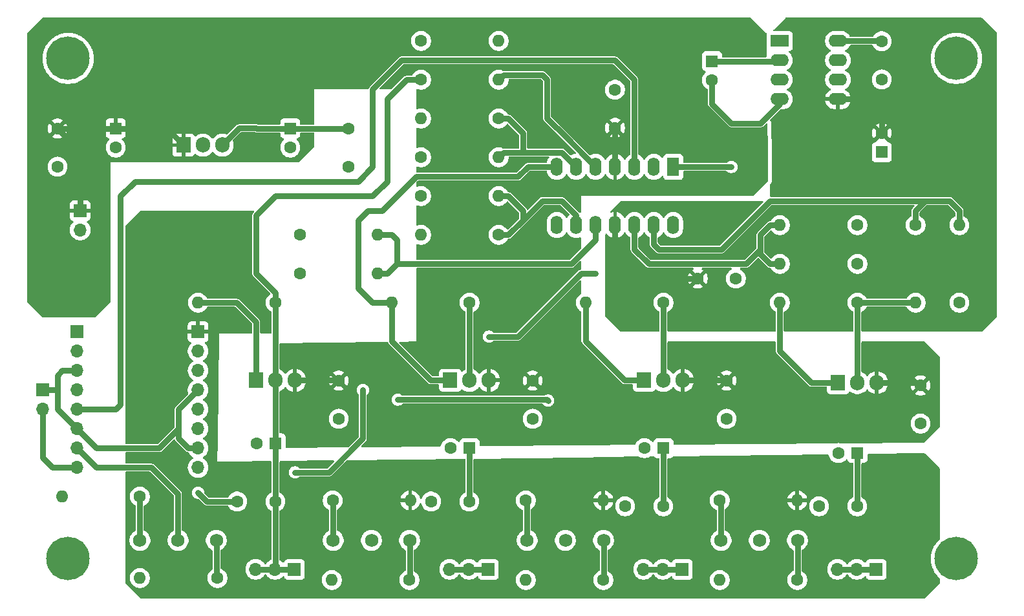
<source format=gtl>
G04 #@! TF.GenerationSoftware,KiCad,Pcbnew,9.0.0*
G04 #@! TF.CreationDate,2025-02-20T18:43:34-05:00*
G04 #@! TF.ProjectId,battery emulator design 0.1,62617474-6572-4792-9065-6d756c61746f,rev?*
G04 #@! TF.SameCoordinates,Original*
G04 #@! TF.FileFunction,Copper,L1,Top*
G04 #@! TF.FilePolarity,Positive*
%FSLAX46Y46*%
G04 Gerber Fmt 4.6, Leading zero omitted, Abs format (unit mm)*
G04 Created by KiCad (PCBNEW 9.0.0) date 2025-02-20 18:43:34*
%MOMM*%
%LPD*%
G01*
G04 APERTURE LIST*
G04 #@! TA.AperFunction,ComponentPad*
%ADD10C,1.600000*%
G04 #@! TD*
G04 #@! TA.AperFunction,ComponentPad*
%ADD11O,1.600000X1.600000*%
G04 #@! TD*
G04 #@! TA.AperFunction,ComponentPad*
%ADD12C,1.740000*%
G04 #@! TD*
G04 #@! TA.AperFunction,ComponentPad*
%ADD13R,1.700000X1.700000*%
G04 #@! TD*
G04 #@! TA.AperFunction,ComponentPad*
%ADD14O,1.700000X1.700000*%
G04 #@! TD*
G04 #@! TA.AperFunction,ComponentPad*
%ADD15R,1.600000X1.600000*%
G04 #@! TD*
G04 #@! TA.AperFunction,ComponentPad*
%ADD16R,1.905000X2.000000*%
G04 #@! TD*
G04 #@! TA.AperFunction,ComponentPad*
%ADD17O,1.905000X2.000000*%
G04 #@! TD*
G04 #@! TA.AperFunction,ComponentPad*
%ADD18C,5.689600*%
G04 #@! TD*
G04 #@! TA.AperFunction,ComponentPad*
%ADD19O,2.400000X1.600000*%
G04 #@! TD*
G04 #@! TA.AperFunction,ComponentPad*
%ADD20R,2.400000X1.600000*%
G04 #@! TD*
G04 #@! TA.AperFunction,ComponentPad*
%ADD21R,1.600000X2.400000*%
G04 #@! TD*
G04 #@! TA.AperFunction,ComponentPad*
%ADD22O,1.600000X2.400000*%
G04 #@! TD*
G04 #@! TA.AperFunction,ViaPad*
%ADD23C,0.610000*%
G04 #@! TD*
G04 #@! TA.AperFunction,Conductor*
%ADD24C,0.762000*%
G04 #@! TD*
G04 APERTURE END LIST*
D10*
X192786000Y-135382000D03*
D11*
X182626000Y-135382000D03*
D10*
X182626000Y-124968000D03*
D11*
X192786000Y-124968000D03*
D10*
X167386000Y-135382000D03*
D11*
X157226000Y-135382000D03*
D10*
X157226000Y-124968000D03*
D11*
X167386000Y-124968000D03*
D10*
X141986000Y-135382000D03*
D11*
X131826000Y-135382000D03*
D10*
X131920000Y-124968000D03*
D11*
X142080000Y-124968000D03*
D10*
X106680000Y-124460000D03*
D11*
X96520000Y-124460000D03*
D10*
X116840000Y-135128000D03*
D11*
X106680000Y-135128000D03*
D12*
X182800000Y-130175000D03*
X187800000Y-130175000D03*
X192800000Y-130175000D03*
X157400000Y-130175000D03*
X162400000Y-130175000D03*
X167400000Y-130175000D03*
X132000000Y-130175000D03*
X137000000Y-130175000D03*
X142000000Y-130175000D03*
X116680000Y-130175000D03*
X106680000Y-130175000D03*
X111680000Y-130175000D03*
D13*
X114300000Y-102870000D03*
D14*
X114300000Y-105410000D03*
X114300000Y-107950000D03*
X114300000Y-110490000D03*
X114300000Y-113030000D03*
X114300000Y-115570000D03*
X114300000Y-118110000D03*
X114300000Y-120650000D03*
D13*
X98425000Y-102870000D03*
D14*
X98425000Y-105410000D03*
X98425000Y-107950000D03*
X98425000Y-110490000D03*
X98425000Y-113030000D03*
X98425000Y-115570000D03*
X98425000Y-118110000D03*
X98425000Y-120650000D03*
D10*
X172760000Y-118110000D03*
D15*
X175260000Y-118110000D03*
D16*
X172720000Y-109220000D03*
D17*
X175260000Y-109220000D03*
X177800000Y-109220000D03*
D10*
X143510000Y-85090000D03*
D11*
X153670000Y-85090000D03*
D10*
X126365000Y-78740000D03*
D15*
X126365000Y-76240000D03*
D10*
X144820000Y-125095000D03*
X149820000Y-125095000D03*
X158115000Y-114260000D03*
X158115000Y-109260000D03*
D13*
X177720000Y-133985000D03*
D14*
X175180000Y-133985000D03*
X172640000Y-133985000D03*
D10*
X195620000Y-125730000D03*
X200620000Y-125730000D03*
D18*
X97282000Y-132588000D03*
X213614000Y-67056000D03*
D17*
X114935000Y-78415000D03*
D16*
X112395000Y-78415000D03*
D17*
X117475000Y-78415000D03*
D10*
X149860000Y-99060000D03*
D11*
X139700000Y-99060000D03*
D10*
X143510000Y-80010000D03*
D11*
X153670000Y-80010000D03*
D10*
X198160000Y-118745000D03*
D15*
X200660000Y-118745000D03*
D10*
X170220000Y-125730000D03*
X175220000Y-125730000D03*
X121960000Y-117475000D03*
D15*
X124460000Y-117475000D03*
D10*
X95885000Y-81240000D03*
X95885000Y-76240000D03*
X203835000Y-69810000D03*
X203835000Y-64810000D03*
X103505000Y-78740000D03*
D15*
X103505000Y-76240000D03*
D10*
X208915000Y-114895000D03*
X208915000Y-109895000D03*
D15*
X203835000Y-79335000D03*
D10*
X203835000Y-76835000D03*
D16*
X198120000Y-109530000D03*
D17*
X200660000Y-109530000D03*
X203200000Y-109530000D03*
D10*
X147360000Y-118110000D03*
D15*
X149860000Y-118110000D03*
D18*
X213614000Y-132588000D03*
D10*
X183515000Y-114260000D03*
X183515000Y-109260000D03*
D13*
X152320000Y-133985000D03*
D14*
X149780000Y-133985000D03*
X147240000Y-133985000D03*
D10*
X213995000Y-99060000D03*
D11*
X213995000Y-88900000D03*
D16*
X147320000Y-109220000D03*
D17*
X149860000Y-109220000D03*
X152400000Y-109220000D03*
D14*
X98853000Y-89535000D03*
D13*
X98853000Y-86995000D03*
D10*
X200660000Y-99060000D03*
D11*
X190500000Y-99060000D03*
D10*
X119420000Y-125095000D03*
X124420000Y-125095000D03*
D13*
X93980000Y-110490000D03*
D14*
X93980000Y-113030000D03*
D19*
X190485000Y-69860000D03*
X198105000Y-69860000D03*
D20*
X190485000Y-64780000D03*
D19*
X190485000Y-67320000D03*
X190485000Y-72400000D03*
X198105000Y-72400000D03*
X198105000Y-67320000D03*
X198105000Y-64780000D03*
D13*
X203120000Y-133985000D03*
D14*
X200580000Y-133985000D03*
X198040000Y-133985000D03*
D18*
X97282000Y-67056000D03*
D10*
X184745000Y-95885000D03*
X179745000Y-95885000D03*
X168910000Y-71160000D03*
X168910000Y-76160000D03*
D13*
X126920000Y-133985000D03*
D14*
X124380000Y-133985000D03*
X121840000Y-133985000D03*
D10*
X153670000Y-74930000D03*
D11*
X143510000Y-74930000D03*
D10*
X133985000Y-81240000D03*
X133985000Y-76240000D03*
X127635000Y-95250000D03*
D11*
X137795000Y-95250000D03*
D10*
X175260000Y-99060000D03*
D11*
X165100000Y-99060000D03*
D10*
X124460000Y-99060000D03*
D11*
X114300000Y-99060000D03*
D10*
X153670000Y-90170000D03*
D11*
X143510000Y-90170000D03*
D10*
X200660000Y-93980000D03*
D11*
X190500000Y-93980000D03*
D10*
X127635000Y-90170000D03*
D11*
X137795000Y-90170000D03*
D10*
X200660000Y-88900000D03*
D11*
X190500000Y-88900000D03*
D10*
X143510000Y-69850000D03*
D11*
X153670000Y-69850000D03*
D10*
X208280000Y-88900000D03*
D11*
X208280000Y-99060000D03*
D15*
X181610000Y-67418606D03*
D10*
X181610000Y-69918606D03*
X132715000Y-114260000D03*
X132715000Y-109260000D03*
D16*
X121920000Y-109220000D03*
D17*
X124460000Y-109220000D03*
X127000000Y-109220000D03*
D10*
X143510000Y-64770000D03*
D11*
X153670000Y-64770000D03*
D21*
X176535000Y-81265000D03*
D22*
X173995000Y-81265000D03*
X171455000Y-81265000D03*
X168915000Y-81265000D03*
X166375000Y-81265000D03*
X163835000Y-81265000D03*
X161295000Y-81265000D03*
X161295000Y-88885000D03*
X163835000Y-88885000D03*
X166375000Y-88885000D03*
X168915000Y-88885000D03*
X171455000Y-88885000D03*
X173995000Y-88885000D03*
X176535000Y-88885000D03*
D23*
X140462000Y-111760000D03*
X160147000Y-111887000D03*
X120904000Y-130048000D03*
X133350000Y-69088000D03*
X114300000Y-123952000D03*
X208280000Y-122555000D03*
X118745000Y-88900000D03*
X158115000Y-96520000D03*
X152400000Y-103505000D03*
X166370000Y-95250000D03*
X184150000Y-81280000D03*
X127000000Y-121285000D03*
X135890000Y-110490000D03*
D24*
X160020000Y-111760000D02*
X140462000Y-111760000D01*
X160147000Y-111887000D02*
X160020000Y-111760000D01*
X192800000Y-135368000D02*
X192786000Y-135382000D01*
X192800000Y-130175000D02*
X192800000Y-135368000D01*
X182800000Y-125142000D02*
X182626000Y-124968000D01*
X182800000Y-130175000D02*
X182800000Y-125142000D01*
X167400000Y-135368000D02*
X167386000Y-135382000D01*
X167400000Y-130175000D02*
X167400000Y-135368000D01*
X157400000Y-130175000D02*
X157400000Y-125142000D01*
X157400000Y-125142000D02*
X157226000Y-124968000D01*
X116680000Y-134968000D02*
X116840000Y-135128000D01*
X116680000Y-130175000D02*
X116680000Y-134968000D01*
X106680000Y-130175000D02*
X106680000Y-124460000D01*
X142000000Y-135368000D02*
X141986000Y-135382000D01*
X142000000Y-130175000D02*
X142000000Y-135368000D01*
X132000000Y-125048000D02*
X131920000Y-124968000D01*
X132000000Y-130175000D02*
X132000000Y-125048000D01*
X108204000Y-120650000D02*
X111680000Y-124126000D01*
X100965000Y-120650000D02*
X108204000Y-120650000D01*
X111680000Y-124126000D02*
X111680000Y-130175000D01*
X98425000Y-118110000D02*
X100965000Y-120650000D01*
X119420000Y-125095000D02*
X115443000Y-125095000D01*
X115443000Y-125095000D02*
X114300000Y-123952000D01*
X139700000Y-90170000D02*
X137795000Y-90170000D01*
X140335000Y-90805000D02*
X139700000Y-90170000D01*
X140335000Y-93980000D02*
X140335000Y-90805000D01*
X139065000Y-95250000D02*
X137795000Y-95250000D01*
X140335000Y-93980000D02*
X139065000Y-95250000D01*
X111760000Y-116840000D02*
X113030000Y-118110000D01*
X113030000Y-118110000D02*
X114300000Y-118110000D01*
X111760000Y-113030000D02*
X111760000Y-116840000D01*
X114300000Y-110490000D02*
X111760000Y-113030000D01*
X100965000Y-118110000D02*
X98425000Y-115570000D01*
X109220000Y-118110000D02*
X100965000Y-118110000D01*
X111760000Y-115570000D02*
X109220000Y-118110000D01*
X95885000Y-113030000D02*
X95885000Y-110490000D01*
X98425000Y-115570000D02*
X95885000Y-113030000D01*
X93980000Y-113030000D02*
X93980000Y-119380000D01*
X93980000Y-110490000D02*
X95885000Y-110490000D01*
X93980000Y-119380000D02*
X95250000Y-120650000D01*
X95250000Y-120650000D02*
X98425000Y-120650000D01*
X98853000Y-79208000D02*
X95885000Y-76240000D01*
X98853000Y-86995000D02*
X98853000Y-79208000D01*
X96520000Y-107950000D02*
X98425000Y-107950000D01*
X95885000Y-108585000D02*
X96520000Y-107950000D01*
X95885000Y-110490000D02*
X95885000Y-108585000D01*
X103505000Y-113030000D02*
X98425000Y-113030000D01*
X104140000Y-112395000D02*
X103505000Y-113030000D01*
X106045000Y-83185000D02*
X104140000Y-85090000D01*
X104140000Y-85090000D02*
X104140000Y-112395000D01*
X137160000Y-71120000D02*
X137160000Y-81280000D01*
X168915000Y-67310000D02*
X140970000Y-67310000D01*
X171455000Y-69850000D02*
X168915000Y-67310000D01*
X140970000Y-67310000D02*
X137160000Y-71120000D01*
X135255000Y-83185000D02*
X106045000Y-83185000D01*
X171455000Y-81265000D02*
X171455000Y-69850000D01*
X137160000Y-81280000D02*
X135255000Y-83185000D01*
X131445000Y-121285000D02*
X127000000Y-121285000D01*
X135890000Y-116840000D02*
X131445000Y-121285000D01*
X135890000Y-110490000D02*
X135890000Y-116840000D01*
X181595000Y-81265000D02*
X176535000Y-81265000D01*
X184150000Y-81280000D02*
X181610000Y-81280000D01*
X181610000Y-81280000D02*
X181595000Y-81265000D01*
X161310000Y-76200000D02*
X166375000Y-81265000D01*
X160020000Y-74930000D02*
X161290000Y-76200000D01*
X160020000Y-69850000D02*
X160020000Y-74930000D01*
X154305000Y-69215000D02*
X159385000Y-69215000D01*
X159385000Y-69215000D02*
X160020000Y-69850000D01*
X161290000Y-76200000D02*
X161310000Y-76200000D01*
X153670000Y-69850000D02*
X154305000Y-69215000D01*
X156210000Y-103505000D02*
X152400000Y-103505000D01*
X164465000Y-95250000D02*
X156210000Y-103505000D01*
X166370000Y-95250000D02*
X164465000Y-95250000D01*
X119380000Y-99060000D02*
X114300000Y-99060000D01*
X121920000Y-109220000D02*
X121920000Y-101600000D01*
X121920000Y-101600000D02*
X119380000Y-99060000D01*
X110220000Y-76240000D02*
X112395000Y-78415000D01*
X158075000Y-109220000D02*
X158115000Y-109260000D01*
X168915000Y-81265000D02*
X168915000Y-76165000D01*
X208550000Y-109530000D02*
X208915000Y-109895000D01*
X95885000Y-76240000D02*
X103505000Y-76240000D01*
X132675000Y-109220000D02*
X132715000Y-109260000D01*
X177800000Y-109220000D02*
X183475000Y-109220000D01*
X168915000Y-76165000D02*
X168910000Y-76160000D01*
X103505000Y-76240000D02*
X110220000Y-76240000D01*
X203200000Y-109530000D02*
X208550000Y-109530000D01*
X183475000Y-109220000D02*
X183515000Y-109260000D01*
X127000000Y-109220000D02*
X132675000Y-109220000D01*
X201305000Y-72400000D02*
X203835000Y-74930000D01*
X168915000Y-93350000D02*
X171450000Y-95885000D01*
X198105000Y-72400000D02*
X201305000Y-72400000D01*
X168915000Y-88885000D02*
X168915000Y-93350000D01*
X171450000Y-95885000D02*
X179745000Y-95885000D01*
X203835000Y-74930000D02*
X203835000Y-76835000D01*
X119690000Y-76200000D02*
X121920000Y-76200000D01*
X198105000Y-64780000D02*
X203805000Y-64780000D01*
X121960000Y-76240000D02*
X126365000Y-76240000D01*
X117475000Y-78415000D02*
X119690000Y-76200000D01*
X203805000Y-64780000D02*
X203835000Y-64810000D01*
X121920000Y-76200000D02*
X121960000Y-76240000D01*
X126365000Y-76240000D02*
X133985000Y-76240000D01*
X181610000Y-73025000D02*
X184150000Y-75565000D01*
X181610000Y-69918606D02*
X181610000Y-73025000D01*
X184150000Y-75565000D02*
X187960000Y-75565000D01*
X190485000Y-73040000D02*
X190485000Y-72400000D01*
X187960000Y-75565000D02*
X190485000Y-73040000D01*
X190386394Y-67418606D02*
X190485000Y-67320000D01*
X181610000Y-67418606D02*
X190386394Y-67418606D01*
X141605000Y-69850000D02*
X143510000Y-69850000D01*
X121920000Y-95250000D02*
X121920000Y-87630000D01*
X124460000Y-99060000D02*
X124460000Y-97790000D01*
X124420000Y-133945000D02*
X124380000Y-133985000D01*
X124460000Y-109220000D02*
X124460000Y-99060000D01*
X121920000Y-87630000D02*
X124460000Y-85090000D01*
X139065000Y-83185000D02*
X139065000Y-72390000D01*
X126920000Y-133985000D02*
X124380000Y-133985000D01*
X139065000Y-72390000D02*
X141605000Y-69850000D01*
X124460000Y-125055000D02*
X124420000Y-125095000D01*
X124460000Y-109220000D02*
X124460000Y-117475000D01*
X121840000Y-133985000D02*
X124380000Y-133985000D01*
X124460000Y-117475000D02*
X124460000Y-125055000D01*
X124460000Y-85090000D02*
X137160000Y-85090000D01*
X124420000Y-125095000D02*
X124420000Y-133945000D01*
X124460000Y-97790000D02*
X121920000Y-95250000D01*
X124460000Y-133905000D02*
X124380000Y-133985000D01*
X137160000Y-85090000D02*
X139065000Y-83185000D01*
X149820000Y-133945000D02*
X149780000Y-133985000D01*
X149860000Y-133905000D02*
X149780000Y-133985000D01*
X147240000Y-133985000D02*
X149780000Y-133985000D01*
X149860000Y-99060000D02*
X149860000Y-109220000D01*
X149780000Y-133985000D02*
X152320000Y-133985000D01*
X149860000Y-125055000D02*
X149820000Y-125095000D01*
X149860000Y-118110000D02*
X149860000Y-125055000D01*
X175260000Y-133905000D02*
X175180000Y-133985000D01*
X175260000Y-99060000D02*
X175260000Y-109220000D01*
X175180000Y-133985000D02*
X172640000Y-133985000D01*
X175260000Y-118110000D02*
X175260000Y-125690000D01*
X175180000Y-133985000D02*
X177720000Y-133985000D01*
X175260000Y-125690000D02*
X175220000Y-125730000D01*
X175220000Y-133945000D02*
X175180000Y-133985000D01*
X200660000Y-99060000D02*
X200660000Y-109530000D01*
X208280000Y-99060000D02*
X200660000Y-99060000D01*
X200620000Y-133945000D02*
X200580000Y-133985000D01*
X203120000Y-133985000D02*
X200580000Y-133985000D01*
X200660000Y-118745000D02*
X200660000Y-125690000D01*
X200660000Y-125690000D02*
X200620000Y-125730000D01*
X198040000Y-133985000D02*
X200580000Y-133985000D01*
X200660000Y-133905000D02*
X200580000Y-133985000D01*
X138430000Y-86995000D02*
X136525000Y-86995000D01*
X157495000Y-81265000D02*
X156210000Y-82550000D01*
X135255000Y-97155000D02*
X137160000Y-99060000D01*
X156210000Y-82550000D02*
X142875000Y-82550000D01*
X137160000Y-99060000D02*
X139700000Y-99060000D01*
X135255000Y-88265000D02*
X135255000Y-97155000D01*
X139700000Y-104140000D02*
X139700000Y-99060000D01*
X161295000Y-81265000D02*
X157495000Y-81265000D01*
X142875000Y-82550000D02*
X138430000Y-86995000D01*
X144780000Y-109220000D02*
X139700000Y-104140000D01*
X136525000Y-86995000D02*
X135255000Y-88265000D01*
X147320000Y-109220000D02*
X144780000Y-109220000D01*
X170180000Y-109220000D02*
X165100000Y-104140000D01*
X172720000Y-109220000D02*
X170180000Y-109220000D01*
X165100000Y-104140000D02*
X165100000Y-99060000D01*
X190500000Y-105410000D02*
X190500000Y-99060000D01*
X198120000Y-109530000D02*
X194620000Y-109530000D01*
X194620000Y-109530000D02*
X190500000Y-105410000D01*
X154940000Y-74930000D02*
X156845000Y-76835000D01*
X163835000Y-81265000D02*
X161935000Y-79365000D01*
X154315000Y-79365000D02*
X153670000Y-80010000D01*
X156845000Y-79365000D02*
X154315000Y-79365000D01*
X153670000Y-74930000D02*
X154940000Y-74930000D01*
X161935000Y-79365000D02*
X156845000Y-79365000D01*
X156845000Y-76835000D02*
X156845000Y-79365000D01*
X153670000Y-85090000D02*
X154940000Y-85090000D01*
X159385000Y-85725000D02*
X161925000Y-85725000D01*
X156845000Y-88265000D02*
X154940000Y-90170000D01*
X154940000Y-85090000D02*
X156845000Y-86995000D01*
X161925000Y-85725000D02*
X163835000Y-87635000D01*
X163835000Y-87635000D02*
X163835000Y-88885000D01*
X154940000Y-90170000D02*
X153670000Y-90170000D01*
X156845000Y-86995000D02*
X156845000Y-88265000D01*
X156845000Y-88265000D02*
X159385000Y-85725000D01*
X140335000Y-93980000D02*
X163195000Y-93980000D01*
X163195000Y-93980000D02*
X166375000Y-90800000D01*
X166375000Y-90800000D02*
X166375000Y-88885000D01*
X213995000Y-86995000D02*
X212725000Y-85725000D01*
X212725000Y-85725000D02*
X209550000Y-85725000D01*
X182880000Y-92075000D02*
X189230000Y-85725000D01*
X173995000Y-88885000D02*
X173995000Y-91435000D01*
X209550000Y-85725000D02*
X208280000Y-86995000D01*
X213995000Y-88900000D02*
X213995000Y-86995000D01*
X208280000Y-86995000D02*
X208280000Y-88900000D01*
X189230000Y-85725000D02*
X209550000Y-85725000D01*
X173995000Y-91435000D02*
X174635000Y-92075000D01*
X174635000Y-92075000D02*
X182880000Y-92075000D01*
X171455000Y-92080000D02*
X171455000Y-88885000D01*
X173355000Y-93980000D02*
X171455000Y-92080000D01*
X189230000Y-93980000D02*
X190500000Y-93980000D01*
X187960000Y-92075000D02*
X186055000Y-93980000D01*
X187960000Y-92710000D02*
X189230000Y-93980000D01*
X190500000Y-88900000D02*
X189230000Y-88900000D01*
X189230000Y-88900000D02*
X187960000Y-90170000D01*
X187960000Y-90170000D02*
X187960000Y-92710000D01*
X186055000Y-93980000D02*
X173355000Y-93980000D01*
G04 #@! TA.AperFunction,Conductor*
G36*
X216947677Y-61742185D02*
G01*
X216968319Y-61758819D01*
X218894681Y-63685181D01*
X218928166Y-63746504D01*
X218931000Y-63772862D01*
X218931000Y-100819138D01*
X218911315Y-100886177D01*
X218894681Y-100906819D01*
X216967819Y-102833681D01*
X216906496Y-102867166D01*
X216880138Y-102870000D01*
X201292500Y-102870000D01*
X201225461Y-102850315D01*
X201179706Y-102797511D01*
X201168500Y-102746000D01*
X201168500Y-100336478D01*
X201188185Y-100269439D01*
X201236203Y-100225994D01*
X201341610Y-100172287D01*
X201403917Y-100127019D01*
X201507213Y-100051971D01*
X201507215Y-100051968D01*
X201507219Y-100051966D01*
X201651966Y-99907219D01*
X201651968Y-99907215D01*
X201651971Y-99907213D01*
X201732222Y-99796755D01*
X201772287Y-99741610D01*
X201825994Y-99636205D01*
X201873969Y-99585409D01*
X201936479Y-99568500D01*
X207003521Y-99568500D01*
X207070560Y-99588185D01*
X207114006Y-99636205D01*
X207166865Y-99739946D01*
X207167715Y-99741613D01*
X207288028Y-99907213D01*
X207432786Y-100051971D01*
X207587749Y-100164556D01*
X207598390Y-100172287D01*
X207703794Y-100225993D01*
X207780776Y-100265218D01*
X207780778Y-100265218D01*
X207780781Y-100265220D01*
X207885137Y-100299127D01*
X207975465Y-100328477D01*
X208076557Y-100344488D01*
X208177648Y-100360500D01*
X208177649Y-100360500D01*
X208382351Y-100360500D01*
X208382352Y-100360500D01*
X208584534Y-100328477D01*
X208779219Y-100265220D01*
X208961610Y-100172287D01*
X209054590Y-100104732D01*
X209127213Y-100051971D01*
X209127215Y-100051968D01*
X209127219Y-100051966D01*
X209271966Y-99907219D01*
X209271968Y-99907215D01*
X209271971Y-99907213D01*
X209352222Y-99796755D01*
X209392287Y-99741610D01*
X209485220Y-99559219D01*
X209548477Y-99364534D01*
X209580500Y-99162352D01*
X209580500Y-98957648D01*
X212694500Y-98957648D01*
X212694500Y-99162351D01*
X212726522Y-99364534D01*
X212789781Y-99559223D01*
X212829006Y-99636205D01*
X212881865Y-99739946D01*
X212882715Y-99741613D01*
X213003028Y-99907213D01*
X213147786Y-100051971D01*
X213302749Y-100164556D01*
X213313390Y-100172287D01*
X213418794Y-100225993D01*
X213495776Y-100265218D01*
X213495778Y-100265218D01*
X213495781Y-100265220D01*
X213600137Y-100299127D01*
X213690465Y-100328477D01*
X213791557Y-100344488D01*
X213892648Y-100360500D01*
X213892649Y-100360500D01*
X214097351Y-100360500D01*
X214097352Y-100360500D01*
X214299534Y-100328477D01*
X214494219Y-100265220D01*
X214676610Y-100172287D01*
X214769590Y-100104732D01*
X214842213Y-100051971D01*
X214842215Y-100051968D01*
X214842219Y-100051966D01*
X214986966Y-99907219D01*
X214986968Y-99907215D01*
X214986971Y-99907213D01*
X215067222Y-99796755D01*
X215107287Y-99741610D01*
X215200220Y-99559219D01*
X215263477Y-99364534D01*
X215295500Y-99162352D01*
X215295500Y-98957648D01*
X215263477Y-98755466D01*
X215263268Y-98754824D01*
X215200218Y-98560776D01*
X215145611Y-98453605D01*
X215107287Y-98378390D01*
X215076022Y-98335357D01*
X214986971Y-98212786D01*
X214842213Y-98068028D01*
X214676613Y-97947715D01*
X214676612Y-97947714D01*
X214676610Y-97947713D01*
X214613406Y-97915509D01*
X214494223Y-97854781D01*
X214299534Y-97791522D01*
X214124995Y-97763878D01*
X214097352Y-97759500D01*
X213892648Y-97759500D01*
X213868329Y-97763351D01*
X213690465Y-97791522D01*
X213495776Y-97854781D01*
X213313386Y-97947715D01*
X213147786Y-98068028D01*
X213003028Y-98212786D01*
X212882715Y-98378386D01*
X212789781Y-98560776D01*
X212726522Y-98755465D01*
X212694500Y-98957648D01*
X209580500Y-98957648D01*
X209548477Y-98755466D01*
X209548268Y-98754824D01*
X209485218Y-98560776D01*
X209430611Y-98453605D01*
X209392287Y-98378390D01*
X209361022Y-98335357D01*
X209271971Y-98212786D01*
X209127213Y-98068028D01*
X208961613Y-97947715D01*
X208961612Y-97947714D01*
X208961610Y-97947713D01*
X208898406Y-97915509D01*
X208779223Y-97854781D01*
X208584534Y-97791522D01*
X208409995Y-97763878D01*
X208382352Y-97759500D01*
X208177648Y-97759500D01*
X208153329Y-97763351D01*
X207975465Y-97791522D01*
X207780776Y-97854781D01*
X207598386Y-97947715D01*
X207432786Y-98068028D01*
X207288028Y-98212786D01*
X207167715Y-98378386D01*
X207114006Y-98483795D01*
X207066031Y-98534591D01*
X207003521Y-98551500D01*
X201936479Y-98551500D01*
X201869440Y-98531815D01*
X201825994Y-98483795D01*
X201809139Y-98450716D01*
X201772287Y-98378390D01*
X201741022Y-98335357D01*
X201651971Y-98212786D01*
X201507213Y-98068028D01*
X201341613Y-97947715D01*
X201341612Y-97947714D01*
X201341610Y-97947713D01*
X201278406Y-97915509D01*
X201159223Y-97854781D01*
X200964534Y-97791522D01*
X200789995Y-97763878D01*
X200762352Y-97759500D01*
X200557648Y-97759500D01*
X200533329Y-97763351D01*
X200355465Y-97791522D01*
X200160776Y-97854781D01*
X199978386Y-97947715D01*
X199812786Y-98068028D01*
X199668028Y-98212786D01*
X199547715Y-98378386D01*
X199454781Y-98560776D01*
X199391522Y-98755465D01*
X199359500Y-98957648D01*
X199359500Y-99162351D01*
X199391522Y-99364534D01*
X199454781Y-99559223D01*
X199494006Y-99636205D01*
X199546865Y-99739946D01*
X199547715Y-99741613D01*
X199668028Y-99907213D01*
X199812786Y-100051971D01*
X199978385Y-100172284D01*
X199978387Y-100172285D01*
X199978390Y-100172287D01*
X200083796Y-100225994D01*
X200134591Y-100273967D01*
X200151500Y-100336478D01*
X200151500Y-102746000D01*
X200131815Y-102813039D01*
X200079011Y-102858794D01*
X200027500Y-102870000D01*
X191132500Y-102870000D01*
X191065461Y-102850315D01*
X191019706Y-102797511D01*
X191008500Y-102746000D01*
X191008500Y-100336478D01*
X191028185Y-100269439D01*
X191076203Y-100225994D01*
X191181610Y-100172287D01*
X191243917Y-100127019D01*
X191347213Y-100051971D01*
X191347215Y-100051968D01*
X191347219Y-100051966D01*
X191491966Y-99907219D01*
X191491968Y-99907215D01*
X191491971Y-99907213D01*
X191572222Y-99796755D01*
X191612287Y-99741610D01*
X191705220Y-99559219D01*
X191768477Y-99364534D01*
X191800500Y-99162352D01*
X191800500Y-98957648D01*
X191768477Y-98755466D01*
X191768268Y-98754824D01*
X191705218Y-98560776D01*
X191650611Y-98453605D01*
X191612287Y-98378390D01*
X191581022Y-98335357D01*
X191491971Y-98212786D01*
X191347213Y-98068028D01*
X191181613Y-97947715D01*
X191181612Y-97947714D01*
X191181610Y-97947713D01*
X191118406Y-97915509D01*
X190999223Y-97854781D01*
X190804534Y-97791522D01*
X190629995Y-97763878D01*
X190602352Y-97759500D01*
X190397648Y-97759500D01*
X190373329Y-97763351D01*
X190195465Y-97791522D01*
X190000776Y-97854781D01*
X189818386Y-97947715D01*
X189652786Y-98068028D01*
X189508028Y-98212786D01*
X189387715Y-98378386D01*
X189294781Y-98560776D01*
X189231522Y-98755465D01*
X189199500Y-98957648D01*
X189199500Y-99162351D01*
X189231522Y-99364534D01*
X189294781Y-99559223D01*
X189334006Y-99636205D01*
X189386865Y-99739946D01*
X189387715Y-99741613D01*
X189508028Y-99907213D01*
X189652786Y-100051971D01*
X189818385Y-100172284D01*
X189818387Y-100172285D01*
X189818390Y-100172287D01*
X189923796Y-100225994D01*
X189974591Y-100273967D01*
X189991500Y-100336478D01*
X189991500Y-102746000D01*
X189971815Y-102813039D01*
X189919011Y-102858794D01*
X189867500Y-102870000D01*
X175892500Y-102870000D01*
X175825461Y-102850315D01*
X175779706Y-102797511D01*
X175768500Y-102746000D01*
X175768500Y-100336478D01*
X175788185Y-100269439D01*
X175836203Y-100225994D01*
X175941610Y-100172287D01*
X176003917Y-100127019D01*
X176107213Y-100051971D01*
X176107215Y-100051968D01*
X176107219Y-100051966D01*
X176251966Y-99907219D01*
X176251968Y-99907215D01*
X176251971Y-99907213D01*
X176332222Y-99796755D01*
X176372287Y-99741610D01*
X176465220Y-99559219D01*
X176528477Y-99364534D01*
X176560500Y-99162352D01*
X176560500Y-98957648D01*
X176528477Y-98755466D01*
X176528268Y-98754824D01*
X176465218Y-98560776D01*
X176410611Y-98453605D01*
X176372287Y-98378390D01*
X176341022Y-98335357D01*
X176251971Y-98212786D01*
X176107213Y-98068028D01*
X175941613Y-97947715D01*
X175941612Y-97947714D01*
X175941610Y-97947713D01*
X175878406Y-97915509D01*
X175759223Y-97854781D01*
X175564534Y-97791522D01*
X175389995Y-97763878D01*
X175362352Y-97759500D01*
X175157648Y-97759500D01*
X175133329Y-97763351D01*
X174955465Y-97791522D01*
X174760776Y-97854781D01*
X174578386Y-97947715D01*
X174412786Y-98068028D01*
X174268028Y-98212786D01*
X174147715Y-98378386D01*
X174054781Y-98560776D01*
X173991522Y-98755465D01*
X173959500Y-98957648D01*
X173959500Y-99162351D01*
X173991522Y-99364534D01*
X174054781Y-99559223D01*
X174094006Y-99636205D01*
X174146865Y-99739946D01*
X174147715Y-99741613D01*
X174268028Y-99907213D01*
X174412786Y-100051971D01*
X174578385Y-100172284D01*
X174578387Y-100172285D01*
X174578390Y-100172287D01*
X174683796Y-100225994D01*
X174734591Y-100273967D01*
X174751500Y-100336478D01*
X174751500Y-102746000D01*
X174731815Y-102813039D01*
X174679011Y-102858794D01*
X174627500Y-102870000D01*
X169691362Y-102870000D01*
X169624323Y-102850315D01*
X169603681Y-102833681D01*
X167676319Y-100906319D01*
X167642834Y-100844996D01*
X167640000Y-100818638D01*
X167640000Y-90123438D01*
X167659685Y-90056399D01*
X167712489Y-90010644D01*
X167781647Y-90000700D01*
X167845203Y-90029725D01*
X167864318Y-90050553D01*
X167923412Y-90131889D01*
X167923417Y-90131895D01*
X168068104Y-90276582D01*
X168233650Y-90396859D01*
X168415968Y-90489754D01*
X168610578Y-90552988D01*
X168665000Y-90561607D01*
X168665000Y-89200686D01*
X168669394Y-89205080D01*
X168760606Y-89257741D01*
X168862339Y-89285000D01*
X168967661Y-89285000D01*
X169069394Y-89257741D01*
X169160606Y-89205080D01*
X169165000Y-89200686D01*
X169165000Y-90561606D01*
X169219421Y-90552988D01*
X169414031Y-90489754D01*
X169596349Y-90396859D01*
X169761894Y-90276582D01*
X169761895Y-90276582D01*
X169906582Y-90131895D01*
X169906582Y-90131894D01*
X170026861Y-89966347D01*
X170074234Y-89873371D01*
X170122208Y-89822575D01*
X170190028Y-89805779D01*
X170256164Y-89828316D01*
X170295203Y-89873369D01*
X170342713Y-89966611D01*
X170463028Y-90132213D01*
X170607786Y-90276971D01*
X170773385Y-90397284D01*
X170773387Y-90397285D01*
X170773390Y-90397287D01*
X170878796Y-90450994D01*
X170929591Y-90498967D01*
X170946500Y-90561478D01*
X170946500Y-92013055D01*
X170946500Y-92146945D01*
X170963826Y-92211609D01*
X170981153Y-92276275D01*
X170983215Y-92279846D01*
X171048099Y-92392227D01*
X172948099Y-94292226D01*
X173042774Y-94386901D01*
X173158726Y-94453847D01*
X173288055Y-94488500D01*
X173288057Y-94488500D01*
X179105792Y-94488500D01*
X179172831Y-94508185D01*
X179218586Y-94560989D01*
X179228530Y-94630147D01*
X179199505Y-94693703D01*
X179162087Y-94722985D01*
X179063644Y-94773143D01*
X179019077Y-94805523D01*
X179019077Y-94805524D01*
X179698554Y-95485000D01*
X179692339Y-95485000D01*
X179590606Y-95512259D01*
X179499394Y-95564920D01*
X179424920Y-95639394D01*
X179372259Y-95730606D01*
X179345000Y-95832339D01*
X179345000Y-95838553D01*
X178665524Y-95159077D01*
X178665523Y-95159077D01*
X178633143Y-95203644D01*
X178540244Y-95385968D01*
X178477009Y-95580582D01*
X178445000Y-95782682D01*
X178445000Y-95987317D01*
X178477009Y-96189417D01*
X178540244Y-96384031D01*
X178633141Y-96566350D01*
X178633147Y-96566359D01*
X178665523Y-96610921D01*
X178665524Y-96610922D01*
X179345000Y-95931446D01*
X179345000Y-95937661D01*
X179372259Y-96039394D01*
X179424920Y-96130606D01*
X179499394Y-96205080D01*
X179590606Y-96257741D01*
X179692339Y-96285000D01*
X179698553Y-96285000D01*
X179019076Y-96964474D01*
X179063650Y-96996859D01*
X179245968Y-97089755D01*
X179440582Y-97152990D01*
X179642683Y-97185000D01*
X179847317Y-97185000D01*
X180049417Y-97152990D01*
X180244031Y-97089755D01*
X180426349Y-96996859D01*
X180470921Y-96964474D01*
X179791447Y-96285000D01*
X179797661Y-96285000D01*
X179899394Y-96257741D01*
X179990606Y-96205080D01*
X180065080Y-96130606D01*
X180117741Y-96039394D01*
X180145000Y-95937661D01*
X180145000Y-95931447D01*
X180824474Y-96610921D01*
X180856859Y-96566349D01*
X180949755Y-96384031D01*
X181012990Y-96189417D01*
X181045000Y-95987317D01*
X181045000Y-95782682D01*
X181012990Y-95580582D01*
X180949755Y-95385968D01*
X180856859Y-95203650D01*
X180824474Y-95159077D01*
X180824474Y-95159076D01*
X180145000Y-95838551D01*
X180145000Y-95832339D01*
X180117741Y-95730606D01*
X180065080Y-95639394D01*
X179990606Y-95564920D01*
X179899394Y-95512259D01*
X179797661Y-95485000D01*
X179791446Y-95485000D01*
X180470922Y-94805524D01*
X180470921Y-94805523D01*
X180426359Y-94773147D01*
X180426350Y-94773141D01*
X180327913Y-94722985D01*
X180277117Y-94675010D01*
X180260322Y-94607189D01*
X180282859Y-94541055D01*
X180337574Y-94497603D01*
X180384208Y-94488500D01*
X184104692Y-94488500D01*
X184171731Y-94508185D01*
X184217486Y-94560989D01*
X184227430Y-94630147D01*
X184198405Y-94693703D01*
X184160987Y-94722985D01*
X184063385Y-94772715D01*
X183897786Y-94893028D01*
X183753028Y-95037786D01*
X183632715Y-95203386D01*
X183539781Y-95385776D01*
X183476522Y-95580465D01*
X183444500Y-95782648D01*
X183444500Y-95987351D01*
X183476522Y-96189534D01*
X183539781Y-96384223D01*
X183603691Y-96509653D01*
X183632585Y-96566359D01*
X183632715Y-96566613D01*
X183753028Y-96732213D01*
X183897786Y-96876971D01*
X184018226Y-96964474D01*
X184063390Y-96997287D01*
X184179607Y-97056503D01*
X184245776Y-97090218D01*
X184245778Y-97090218D01*
X184245781Y-97090220D01*
X184350137Y-97124127D01*
X184440465Y-97153477D01*
X184541557Y-97169488D01*
X184642648Y-97185500D01*
X184642649Y-97185500D01*
X184847351Y-97185500D01*
X184847352Y-97185500D01*
X185049534Y-97153477D01*
X185244219Y-97090220D01*
X185426610Y-96997287D01*
X185519590Y-96929732D01*
X185592213Y-96876971D01*
X185592215Y-96876968D01*
X185592219Y-96876966D01*
X185736966Y-96732219D01*
X185736968Y-96732215D01*
X185736971Y-96732213D01*
X185789732Y-96659590D01*
X185857287Y-96566610D01*
X185950220Y-96384219D01*
X186013477Y-96189534D01*
X186045500Y-95987352D01*
X186045500Y-95782648D01*
X186023399Y-95643112D01*
X186013477Y-95580465D01*
X185966589Y-95436160D01*
X185950220Y-95385781D01*
X185950218Y-95385778D01*
X185950218Y-95385776D01*
X185912915Y-95312566D01*
X185857287Y-95203390D01*
X185825092Y-95159077D01*
X185736971Y-95037786D01*
X185592213Y-94893028D01*
X185426614Y-94772715D01*
X185329013Y-94722985D01*
X185278217Y-94675010D01*
X185261422Y-94607189D01*
X185283959Y-94541055D01*
X185338674Y-94497603D01*
X185385308Y-94488500D01*
X186121943Y-94488500D01*
X186121945Y-94488500D01*
X186251274Y-94453847D01*
X186367227Y-94386901D01*
X187554818Y-93199307D01*
X187616141Y-93165823D01*
X187685832Y-93170807D01*
X187730180Y-93199308D01*
X188917773Y-94386901D01*
X188966636Y-94415112D01*
X189033726Y-94453847D01*
X189163055Y-94488500D01*
X189223521Y-94488500D01*
X189290560Y-94508185D01*
X189334006Y-94556205D01*
X189378538Y-94643604D01*
X189387715Y-94661613D01*
X189508028Y-94827213D01*
X189652786Y-94971971D01*
X189798014Y-95077483D01*
X189818390Y-95092287D01*
X189934607Y-95151503D01*
X190000776Y-95185218D01*
X190000778Y-95185218D01*
X190000781Y-95185220D01*
X190057503Y-95203650D01*
X190195465Y-95248477D01*
X190296557Y-95264488D01*
X190397648Y-95280500D01*
X190397649Y-95280500D01*
X190602351Y-95280500D01*
X190602352Y-95280500D01*
X190804534Y-95248477D01*
X190999219Y-95185220D01*
X191181610Y-95092287D01*
X191291437Y-95012494D01*
X191347213Y-94971971D01*
X191347215Y-94971968D01*
X191347219Y-94971966D01*
X191491966Y-94827219D01*
X191491968Y-94827215D01*
X191491971Y-94827213D01*
X191547731Y-94750465D01*
X191612287Y-94661610D01*
X191705220Y-94479219D01*
X191768477Y-94284534D01*
X191800500Y-94082352D01*
X191800500Y-93877648D01*
X199359500Y-93877648D01*
X199359500Y-94082351D01*
X199391522Y-94284534D01*
X199454781Y-94479223D01*
X199486287Y-94541055D01*
X199538538Y-94643604D01*
X199547715Y-94661613D01*
X199668028Y-94827213D01*
X199812786Y-94971971D01*
X199958014Y-95077483D01*
X199978390Y-95092287D01*
X200094607Y-95151503D01*
X200160776Y-95185218D01*
X200160778Y-95185218D01*
X200160781Y-95185220D01*
X200217503Y-95203650D01*
X200355465Y-95248477D01*
X200456557Y-95264488D01*
X200557648Y-95280500D01*
X200557649Y-95280500D01*
X200762351Y-95280500D01*
X200762352Y-95280500D01*
X200964534Y-95248477D01*
X201159219Y-95185220D01*
X201341610Y-95092287D01*
X201451437Y-95012494D01*
X201507213Y-94971971D01*
X201507215Y-94971968D01*
X201507219Y-94971966D01*
X201651966Y-94827219D01*
X201651968Y-94827215D01*
X201651971Y-94827213D01*
X201707731Y-94750465D01*
X201772287Y-94661610D01*
X201865220Y-94479219D01*
X201928477Y-94284534D01*
X201960500Y-94082352D01*
X201960500Y-93877648D01*
X201928477Y-93675466D01*
X201865220Y-93480781D01*
X201865218Y-93480778D01*
X201865218Y-93480776D01*
X201831503Y-93414607D01*
X201772287Y-93298390D01*
X201736774Y-93249510D01*
X201651971Y-93132786D01*
X201507213Y-92988028D01*
X201341613Y-92867715D01*
X201341612Y-92867714D01*
X201341610Y-92867713D01*
X201284653Y-92838691D01*
X201159223Y-92774781D01*
X200964534Y-92711522D01*
X200789995Y-92683878D01*
X200762352Y-92679500D01*
X200557648Y-92679500D01*
X200533329Y-92683351D01*
X200355465Y-92711522D01*
X200160776Y-92774781D01*
X199978386Y-92867715D01*
X199812786Y-92988028D01*
X199668028Y-93132786D01*
X199547715Y-93298386D01*
X199454781Y-93480776D01*
X199391522Y-93675465D01*
X199359500Y-93877648D01*
X191800500Y-93877648D01*
X191768477Y-93675466D01*
X191705220Y-93480781D01*
X191705218Y-93480778D01*
X191705218Y-93480776D01*
X191671503Y-93414607D01*
X191612287Y-93298390D01*
X191576774Y-93249510D01*
X191491971Y-93132786D01*
X191347213Y-92988028D01*
X191181613Y-92867715D01*
X191181612Y-92867714D01*
X191181610Y-92867713D01*
X191124653Y-92838691D01*
X190999223Y-92774781D01*
X190804534Y-92711522D01*
X190629995Y-92683878D01*
X190602352Y-92679500D01*
X190397648Y-92679500D01*
X190373329Y-92683351D01*
X190195465Y-92711522D01*
X190000776Y-92774781D01*
X189818386Y-92867715D01*
X189652786Y-92988028D01*
X189508032Y-93132782D01*
X189508028Y-93132787D01*
X189422471Y-93250548D01*
X189367142Y-93293214D01*
X189297528Y-93299193D01*
X189235733Y-93266588D01*
X189234472Y-93265344D01*
X188504819Y-92535691D01*
X188471334Y-92474368D01*
X188468500Y-92448010D01*
X188468500Y-90431989D01*
X188488185Y-90364950D01*
X188504815Y-90344312D01*
X189234473Y-89614653D01*
X189295794Y-89581170D01*
X189365485Y-89586154D01*
X189421419Y-89628026D01*
X189422470Y-89629451D01*
X189508028Y-89747212D01*
X189508032Y-89747217D01*
X189652786Y-89891971D01*
X189802442Y-90000700D01*
X189818390Y-90012287D01*
X189904965Y-90056399D01*
X190000776Y-90105218D01*
X190000778Y-90105218D01*
X190000781Y-90105220D01*
X190105137Y-90139127D01*
X190195465Y-90168477D01*
X190265244Y-90179529D01*
X190397648Y-90200500D01*
X190397649Y-90200500D01*
X190602351Y-90200500D01*
X190602352Y-90200500D01*
X190804534Y-90168477D01*
X190999219Y-90105220D01*
X191181610Y-90012287D01*
X191291437Y-89932494D01*
X191347213Y-89891971D01*
X191347215Y-89891968D01*
X191347219Y-89891966D01*
X191491966Y-89747219D01*
X191491968Y-89747215D01*
X191491971Y-89747213D01*
X191544732Y-89674590D01*
X191612287Y-89581610D01*
X191705220Y-89399219D01*
X191768477Y-89204534D01*
X191800500Y-89002352D01*
X191800500Y-88797648D01*
X199359500Y-88797648D01*
X199359500Y-89002351D01*
X199391522Y-89204534D01*
X199454781Y-89399223D01*
X199501064Y-89490056D01*
X199538538Y-89563604D01*
X199547715Y-89581613D01*
X199668028Y-89747213D01*
X199812786Y-89891971D01*
X199962442Y-90000700D01*
X199978390Y-90012287D01*
X200064965Y-90056399D01*
X200160776Y-90105218D01*
X200160778Y-90105218D01*
X200160781Y-90105220D01*
X200265137Y-90139127D01*
X200355465Y-90168477D01*
X200425244Y-90179529D01*
X200557648Y-90200500D01*
X200557649Y-90200500D01*
X200762351Y-90200500D01*
X200762352Y-90200500D01*
X200964534Y-90168477D01*
X201159219Y-90105220D01*
X201341610Y-90012287D01*
X201451437Y-89932494D01*
X201507213Y-89891971D01*
X201507215Y-89891968D01*
X201507219Y-89891966D01*
X201651966Y-89747219D01*
X201651968Y-89747215D01*
X201651971Y-89747213D01*
X201704732Y-89674590D01*
X201772287Y-89581610D01*
X201865220Y-89399219D01*
X201928477Y-89204534D01*
X201960500Y-89002352D01*
X201960500Y-88797648D01*
X201932440Y-88620484D01*
X201928477Y-88595465D01*
X201887290Y-88468707D01*
X201865220Y-88400781D01*
X201865218Y-88400778D01*
X201865218Y-88400776D01*
X201797618Y-88268105D01*
X201772287Y-88218390D01*
X201760840Y-88202635D01*
X201651971Y-88052786D01*
X201507213Y-87908028D01*
X201341613Y-87787715D01*
X201341612Y-87787714D01*
X201341610Y-87787713D01*
X201280129Y-87756387D01*
X201159223Y-87694781D01*
X200964534Y-87631522D01*
X200789995Y-87603878D01*
X200762352Y-87599500D01*
X200557648Y-87599500D01*
X200533329Y-87603351D01*
X200355465Y-87631522D01*
X200160776Y-87694781D01*
X199978386Y-87787715D01*
X199812786Y-87908028D01*
X199668028Y-88052786D01*
X199547715Y-88218386D01*
X199454781Y-88400776D01*
X199391522Y-88595465D01*
X199359500Y-88797648D01*
X191800500Y-88797648D01*
X191772440Y-88620484D01*
X191768477Y-88595465D01*
X191727290Y-88468707D01*
X191705220Y-88400781D01*
X191705218Y-88400778D01*
X191705218Y-88400776D01*
X191637618Y-88268105D01*
X191612287Y-88218390D01*
X191600840Y-88202635D01*
X191491971Y-88052786D01*
X191347213Y-87908028D01*
X191181613Y-87787715D01*
X191181612Y-87787714D01*
X191181610Y-87787713D01*
X191120129Y-87756387D01*
X190999223Y-87694781D01*
X190804534Y-87631522D01*
X190629995Y-87603878D01*
X190602352Y-87599500D01*
X190397648Y-87599500D01*
X190373329Y-87603351D01*
X190195465Y-87631522D01*
X190000776Y-87694781D01*
X189818386Y-87787715D01*
X189652786Y-87908028D01*
X189508028Y-88052786D01*
X189387715Y-88218386D01*
X189334006Y-88323795D01*
X189286031Y-88374591D01*
X189223521Y-88391500D01*
X189163055Y-88391500D01*
X189033724Y-88426153D01*
X188917773Y-88493099D01*
X188917770Y-88493101D01*
X187553100Y-89857771D01*
X187553098Y-89857774D01*
X187543777Y-89873919D01*
X187509702Y-89932939D01*
X187486153Y-89973726D01*
X187486152Y-89973728D01*
X187451500Y-90103055D01*
X187451500Y-91813010D01*
X187431815Y-91880049D01*
X187415181Y-91900691D01*
X185880691Y-93435181D01*
X185819368Y-93468666D01*
X185793010Y-93471500D01*
X173616989Y-93471500D01*
X173549950Y-93451815D01*
X173529308Y-93435181D01*
X171999819Y-91905691D01*
X171966334Y-91844368D01*
X171963500Y-91818010D01*
X171963500Y-90561478D01*
X171983185Y-90494439D01*
X172031203Y-90450994D01*
X172136610Y-90397287D01*
X172168380Y-90374205D01*
X172302213Y-90276971D01*
X172302215Y-90276968D01*
X172302219Y-90276966D01*
X172446966Y-90132219D01*
X172446968Y-90132215D01*
X172446971Y-90132213D01*
X172559101Y-89977877D01*
X172567287Y-89966610D01*
X172614516Y-89873917D01*
X172662489Y-89823123D01*
X172730310Y-89806328D01*
X172796445Y-89828865D01*
X172835483Y-89873917D01*
X172865330Y-89932494D01*
X172882715Y-89966614D01*
X173003028Y-90132213D01*
X173147786Y-90276971D01*
X173313385Y-90397284D01*
X173313387Y-90397285D01*
X173313390Y-90397287D01*
X173418796Y-90450994D01*
X173469591Y-90498967D01*
X173486500Y-90561478D01*
X173486500Y-91501944D01*
X173521153Y-91631275D01*
X173554626Y-91689250D01*
X173588099Y-91747227D01*
X174228099Y-92387226D01*
X174322774Y-92481901D01*
X174438726Y-92548847D01*
X174568055Y-92583500D01*
X174568057Y-92583500D01*
X182946943Y-92583500D01*
X182946945Y-92583500D01*
X183076274Y-92548847D01*
X183192227Y-92481901D01*
X189404309Y-86269819D01*
X189465632Y-86236334D01*
X189491990Y-86233500D01*
X208023010Y-86233500D01*
X208090049Y-86253185D01*
X208135804Y-86305989D01*
X208145748Y-86375147D01*
X208116723Y-86438703D01*
X208110691Y-86445181D01*
X207873101Y-86682770D01*
X207873097Y-86682776D01*
X207809371Y-86793153D01*
X207809368Y-86793159D01*
X207806152Y-86798728D01*
X207771500Y-86928055D01*
X207771500Y-87623520D01*
X207751815Y-87690559D01*
X207703796Y-87734004D01*
X207598388Y-87787713D01*
X207432786Y-87908028D01*
X207288028Y-88052786D01*
X207167715Y-88218386D01*
X207074781Y-88400776D01*
X207011522Y-88595465D01*
X206979500Y-88797648D01*
X206979500Y-89002351D01*
X207011522Y-89204534D01*
X207074781Y-89399223D01*
X207121064Y-89490056D01*
X207158538Y-89563604D01*
X207167715Y-89581613D01*
X207288028Y-89747213D01*
X207432786Y-89891971D01*
X207582442Y-90000700D01*
X207598390Y-90012287D01*
X207684965Y-90056399D01*
X207780776Y-90105218D01*
X207780778Y-90105218D01*
X207780781Y-90105220D01*
X207885137Y-90139127D01*
X207975465Y-90168477D01*
X208045244Y-90179529D01*
X208177648Y-90200500D01*
X208177649Y-90200500D01*
X208382351Y-90200500D01*
X208382352Y-90200500D01*
X208584534Y-90168477D01*
X208779219Y-90105220D01*
X208961610Y-90012287D01*
X209071437Y-89932494D01*
X209127213Y-89891971D01*
X209127215Y-89891968D01*
X209127219Y-89891966D01*
X209271966Y-89747219D01*
X209271968Y-89747215D01*
X209271971Y-89747213D01*
X209324732Y-89674590D01*
X209392287Y-89581610D01*
X209485220Y-89399219D01*
X209548477Y-89204534D01*
X209580500Y-89002352D01*
X209580500Y-88797648D01*
X209552440Y-88620484D01*
X209548477Y-88595465D01*
X209507290Y-88468707D01*
X209485220Y-88400781D01*
X209485218Y-88400778D01*
X209485218Y-88400776D01*
X209417618Y-88268105D01*
X209392287Y-88218390D01*
X209380840Y-88202635D01*
X209271971Y-88052786D01*
X209127213Y-87908028D01*
X208961611Y-87787713D01*
X208856204Y-87734004D01*
X208805408Y-87686029D01*
X208788500Y-87623520D01*
X208788500Y-87256990D01*
X208808185Y-87189951D01*
X208824819Y-87169309D01*
X209724309Y-86269819D01*
X209785632Y-86236334D01*
X209811990Y-86233500D01*
X212463010Y-86233500D01*
X212530049Y-86253185D01*
X212550691Y-86269819D01*
X213450181Y-87169309D01*
X213483666Y-87230632D01*
X213486500Y-87256990D01*
X213486500Y-87623520D01*
X213466815Y-87690559D01*
X213418796Y-87734004D01*
X213313388Y-87787713D01*
X213147786Y-87908028D01*
X213003028Y-88052786D01*
X212882715Y-88218386D01*
X212789781Y-88400776D01*
X212726522Y-88595465D01*
X212694500Y-88797648D01*
X212694500Y-89002351D01*
X212726522Y-89204534D01*
X212789781Y-89399223D01*
X212836064Y-89490056D01*
X212873538Y-89563604D01*
X212882715Y-89581613D01*
X213003028Y-89747213D01*
X213147786Y-89891971D01*
X213297442Y-90000700D01*
X213313390Y-90012287D01*
X213399965Y-90056399D01*
X213495776Y-90105218D01*
X213495778Y-90105218D01*
X213495781Y-90105220D01*
X213600137Y-90139127D01*
X213690465Y-90168477D01*
X213760244Y-90179529D01*
X213892648Y-90200500D01*
X213892649Y-90200500D01*
X214097351Y-90200500D01*
X214097352Y-90200500D01*
X214299534Y-90168477D01*
X214494219Y-90105220D01*
X214676610Y-90012287D01*
X214786437Y-89932494D01*
X214842213Y-89891971D01*
X214842215Y-89891968D01*
X214842219Y-89891966D01*
X214986966Y-89747219D01*
X214986968Y-89747215D01*
X214986971Y-89747213D01*
X215039732Y-89674590D01*
X215107287Y-89581610D01*
X215200220Y-89399219D01*
X215263477Y-89204534D01*
X215295500Y-89002352D01*
X215295500Y-88797648D01*
X215267440Y-88620484D01*
X215263477Y-88595465D01*
X215222290Y-88468707D01*
X215200220Y-88400781D01*
X215200218Y-88400778D01*
X215200218Y-88400776D01*
X215132618Y-88268105D01*
X215107287Y-88218390D01*
X215095840Y-88202635D01*
X214986971Y-88052786D01*
X214842213Y-87908028D01*
X214676611Y-87787713D01*
X214571204Y-87734004D01*
X214520408Y-87686029D01*
X214503500Y-87623520D01*
X214503500Y-86928057D01*
X214503500Y-86928055D01*
X214468847Y-86798726D01*
X214465633Y-86793160D01*
X214401901Y-86682773D01*
X213037227Y-85318099D01*
X212963222Y-85275372D01*
X212921275Y-85251153D01*
X212856609Y-85233826D01*
X212791945Y-85216500D01*
X209616945Y-85216500D01*
X189354000Y-85216500D01*
X189286961Y-85196815D01*
X189241206Y-85144011D01*
X189230000Y-85092500D01*
X189230000Y-83581250D01*
X189249685Y-83514211D01*
X189265845Y-83494045D01*
X189277350Y-83482416D01*
X189314143Y-83440894D01*
X189331023Y-83419596D01*
X189363043Y-83374296D01*
X189421395Y-83242780D01*
X189439569Y-83178314D01*
X189440139Y-83176460D01*
X189440354Y-83175532D01*
X189440355Y-83175529D01*
X189459290Y-83032900D01*
X189459290Y-83032894D01*
X189410147Y-78487135D01*
X202534500Y-78487135D01*
X202534500Y-80182870D01*
X202534501Y-80182876D01*
X202540908Y-80242483D01*
X202591202Y-80377328D01*
X202591206Y-80377335D01*
X202677452Y-80492544D01*
X202677455Y-80492547D01*
X202792664Y-80578793D01*
X202792671Y-80578797D01*
X202927517Y-80629091D01*
X202927516Y-80629091D01*
X202934444Y-80629835D01*
X202987127Y-80635500D01*
X204682872Y-80635499D01*
X204742483Y-80629091D01*
X204877331Y-80578796D01*
X204992546Y-80492546D01*
X205078796Y-80377331D01*
X205129091Y-80242483D01*
X205135500Y-80182873D01*
X205135499Y-78487128D01*
X205130299Y-78438757D01*
X205129091Y-78427516D01*
X205078797Y-78292671D01*
X205078793Y-78292664D01*
X204992547Y-78177455D01*
X204992544Y-78177452D01*
X204877335Y-78091206D01*
X204877328Y-78091202D01*
X204742482Y-78040908D01*
X204742483Y-78040908D01*
X204682883Y-78034501D01*
X204682881Y-78034500D01*
X204682873Y-78034500D01*
X204682864Y-78034500D01*
X204679548Y-78034322D01*
X204679632Y-78032742D01*
X204618579Y-78014815D01*
X204572824Y-77962011D01*
X204565173Y-77918725D01*
X203881447Y-77235000D01*
X203887661Y-77235000D01*
X203989394Y-77207741D01*
X204080606Y-77155080D01*
X204155080Y-77080606D01*
X204207741Y-76989394D01*
X204235000Y-76887661D01*
X204235000Y-76881448D01*
X204914474Y-77560922D01*
X204914474Y-77560921D01*
X204946859Y-77516349D01*
X205039755Y-77334031D01*
X205102990Y-77139417D01*
X205135000Y-76937317D01*
X205135000Y-76732682D01*
X205102990Y-76530582D01*
X205039755Y-76335968D01*
X204946859Y-76153650D01*
X204914474Y-76109077D01*
X204914474Y-76109076D01*
X204235000Y-76788551D01*
X204235000Y-76782339D01*
X204207741Y-76680606D01*
X204155080Y-76589394D01*
X204080606Y-76514920D01*
X203989394Y-76462259D01*
X203887661Y-76435000D01*
X203881446Y-76435000D01*
X204560922Y-75755524D01*
X204560921Y-75755523D01*
X204516359Y-75723147D01*
X204516350Y-75723141D01*
X204334031Y-75630244D01*
X204139417Y-75567009D01*
X203937317Y-75535000D01*
X203732683Y-75535000D01*
X203530582Y-75567009D01*
X203335968Y-75630244D01*
X203153644Y-75723143D01*
X203109077Y-75755523D01*
X203109077Y-75755524D01*
X203788554Y-76435000D01*
X203782339Y-76435000D01*
X203680606Y-76462259D01*
X203589394Y-76514920D01*
X203514920Y-76589394D01*
X203462259Y-76680606D01*
X203435000Y-76782339D01*
X203435000Y-76788553D01*
X202755524Y-76109077D01*
X202755523Y-76109077D01*
X202723143Y-76153644D01*
X202630244Y-76335968D01*
X202567009Y-76530582D01*
X202535000Y-76732682D01*
X202535000Y-76937317D01*
X202567009Y-77139417D01*
X202630244Y-77334031D01*
X202723141Y-77516350D01*
X202723147Y-77516359D01*
X202755523Y-77560921D01*
X202755524Y-77560922D01*
X203435000Y-76881446D01*
X203435000Y-76887661D01*
X203462259Y-76989394D01*
X203514920Y-77080606D01*
X203589394Y-77155080D01*
X203680606Y-77207741D01*
X203782339Y-77235000D01*
X203788553Y-77235000D01*
X203104067Y-77919483D01*
X203093633Y-77969150D01*
X203044581Y-78018906D01*
X202990365Y-78033000D01*
X202990423Y-78034099D01*
X202990429Y-78034146D01*
X202990426Y-78034146D01*
X202990436Y-78034324D01*
X202987123Y-78034501D01*
X202927516Y-78040908D01*
X202792671Y-78091202D01*
X202792664Y-78091206D01*
X202677455Y-78177452D01*
X202677452Y-78177455D01*
X202591206Y-78292664D01*
X202591202Y-78292671D01*
X202540908Y-78427517D01*
X202537470Y-78459500D01*
X202534501Y-78487123D01*
X202534500Y-78487135D01*
X189410147Y-78487135D01*
X189410125Y-78485146D01*
X189391141Y-76729156D01*
X189381141Y-75804123D01*
X189380265Y-75723141D01*
X189379610Y-75662537D01*
X189379212Y-75647210D01*
X189378903Y-75639704D01*
X189378043Y-75624435D01*
X189347460Y-75483843D01*
X189323043Y-75418378D01*
X189323041Y-75418373D01*
X189323038Y-75418367D01*
X189323036Y-75418362D01*
X189249835Y-75284309D01*
X189251223Y-75283550D01*
X189246994Y-75272211D01*
X189235023Y-75253583D01*
X189231871Y-75231664D01*
X189230316Y-75227494D01*
X189230000Y-75218648D01*
X189230000Y-75065489D01*
X189249685Y-74998450D01*
X189266319Y-74977808D01*
X189832035Y-74412093D01*
X190507309Y-73736819D01*
X190568632Y-73703334D01*
X190594990Y-73700500D01*
X190987351Y-73700500D01*
X190987352Y-73700500D01*
X191189534Y-73668477D01*
X191384219Y-73605220D01*
X191566610Y-73512287D01*
X191659590Y-73444732D01*
X191732213Y-73391971D01*
X191732215Y-73391968D01*
X191732219Y-73391966D01*
X191876966Y-73247219D01*
X191876968Y-73247215D01*
X191876971Y-73247213D01*
X191929732Y-73174590D01*
X191997287Y-73081610D01*
X192090220Y-72899219D01*
X192153477Y-72704534D01*
X192185500Y-72502352D01*
X192185500Y-72297648D01*
X192177257Y-72245606D01*
X192153477Y-72095465D01*
X192090218Y-71900776D01*
X191997419Y-71718650D01*
X191997287Y-71718390D01*
X191989556Y-71707749D01*
X191876971Y-71552786D01*
X191732213Y-71408028D01*
X191566614Y-71287715D01*
X191560006Y-71284348D01*
X191473917Y-71240483D01*
X191423123Y-71192511D01*
X191406328Y-71124690D01*
X191428865Y-71058555D01*
X191473917Y-71019516D01*
X191566610Y-70972287D01*
X191635434Y-70922284D01*
X191732213Y-70851971D01*
X191732215Y-70851968D01*
X191732219Y-70851966D01*
X191876966Y-70707219D01*
X191876968Y-70707215D01*
X191876971Y-70707213D01*
X191936393Y-70625424D01*
X191997287Y-70541610D01*
X192090220Y-70359219D01*
X192153477Y-70164534D01*
X192185500Y-69962352D01*
X192185500Y-69757648D01*
X192153477Y-69555466D01*
X192150017Y-69544818D01*
X192102453Y-69398430D01*
X192090220Y-69360781D01*
X192090218Y-69360778D01*
X192090218Y-69360776D01*
X192037933Y-69258162D01*
X191997287Y-69178390D01*
X191985875Y-69162683D01*
X191876971Y-69012786D01*
X191732213Y-68868028D01*
X191566614Y-68747715D01*
X191560006Y-68744348D01*
X191473917Y-68700483D01*
X191423123Y-68652511D01*
X191406328Y-68584690D01*
X191428865Y-68518555D01*
X191473917Y-68479516D01*
X191566610Y-68432287D01*
X191669362Y-68357634D01*
X191732213Y-68311971D01*
X191732215Y-68311968D01*
X191732219Y-68311966D01*
X191876966Y-68167219D01*
X191876968Y-68167215D01*
X191876971Y-68167213D01*
X191929732Y-68094590D01*
X191997287Y-68001610D01*
X192090220Y-67819219D01*
X192153477Y-67624534D01*
X192185500Y-67422352D01*
X192185500Y-67217648D01*
X192153477Y-67015466D01*
X192090220Y-66820781D01*
X192090218Y-66820778D01*
X192090218Y-66820776D01*
X191997500Y-66638809D01*
X191997287Y-66638390D01*
X191989556Y-66627749D01*
X191876971Y-66472786D01*
X191732219Y-66328034D01*
X191695930Y-66301669D01*
X191653264Y-66246339D01*
X191647285Y-66176726D01*
X191679890Y-66114931D01*
X191740728Y-66080573D01*
X191755562Y-66078060D01*
X191792483Y-66074091D01*
X191927328Y-66023797D01*
X191927327Y-66023797D01*
X191927331Y-66023796D01*
X192042546Y-65937546D01*
X192128796Y-65822331D01*
X192179091Y-65687483D01*
X192185500Y-65627873D01*
X192185499Y-64677648D01*
X196404500Y-64677648D01*
X196404500Y-64882351D01*
X196436522Y-65084534D01*
X196499781Y-65279223D01*
X196563691Y-65404653D01*
X196586768Y-65449943D01*
X196592715Y-65461613D01*
X196713028Y-65627213D01*
X196857786Y-65771971D01*
X197012749Y-65884556D01*
X197023390Y-65892287D01*
X197092780Y-65927643D01*
X197116080Y-65939515D01*
X197166876Y-65987490D01*
X197183671Y-66055311D01*
X197161134Y-66121446D01*
X197116080Y-66160485D01*
X197023386Y-66207715D01*
X196857786Y-66328028D01*
X196713028Y-66472786D01*
X196592715Y-66638386D01*
X196499781Y-66820776D01*
X196436522Y-67015465D01*
X196404500Y-67217648D01*
X196404500Y-67422351D01*
X196436522Y-67624534D01*
X196499781Y-67819223D01*
X196592715Y-68001613D01*
X196713028Y-68167213D01*
X196857786Y-68311971D01*
X197012749Y-68424556D01*
X197023390Y-68432287D01*
X197114840Y-68478883D01*
X197116080Y-68479515D01*
X197166876Y-68527490D01*
X197183671Y-68595311D01*
X197161134Y-68661446D01*
X197116080Y-68700485D01*
X197023386Y-68747715D01*
X196857786Y-68868028D01*
X196713028Y-69012786D01*
X196592715Y-69178386D01*
X196499781Y-69360776D01*
X196436522Y-69555465D01*
X196404500Y-69757648D01*
X196404500Y-69962351D01*
X196436522Y-70164534D01*
X196499781Y-70359223D01*
X196549295Y-70456398D01*
X196586768Y-70529943D01*
X196592715Y-70541613D01*
X196713028Y-70707213D01*
X196857786Y-70851971D01*
X196954566Y-70922284D01*
X197023390Y-70972287D01*
X197095424Y-71008990D01*
X197116629Y-71019795D01*
X197167425Y-71067770D01*
X197184220Y-71135591D01*
X197161682Y-71201726D01*
X197116629Y-71240765D01*
X197023650Y-71288140D01*
X196858105Y-71408417D01*
X196858104Y-71408417D01*
X196713417Y-71553104D01*
X196713417Y-71553105D01*
X196593140Y-71718650D01*
X196500244Y-71900970D01*
X196437009Y-72095586D01*
X196428391Y-72150000D01*
X197789314Y-72150000D01*
X197784920Y-72154394D01*
X197732259Y-72245606D01*
X197705000Y-72347339D01*
X197705000Y-72452661D01*
X197732259Y-72554394D01*
X197784920Y-72645606D01*
X197789314Y-72650000D01*
X196428391Y-72650000D01*
X196437009Y-72704413D01*
X196500244Y-72899029D01*
X196593140Y-73081349D01*
X196713417Y-73246894D01*
X196713417Y-73246895D01*
X196858104Y-73391582D01*
X197023650Y-73511859D01*
X197205968Y-73604755D01*
X197400582Y-73667990D01*
X197602683Y-73700000D01*
X197855000Y-73700000D01*
X197855000Y-72715686D01*
X197859394Y-72720080D01*
X197950606Y-72772741D01*
X198052339Y-72800000D01*
X198157661Y-72800000D01*
X198259394Y-72772741D01*
X198350606Y-72720080D01*
X198355000Y-72715686D01*
X198355000Y-73700000D01*
X198607317Y-73700000D01*
X198809417Y-73667990D01*
X199004031Y-73604755D01*
X199186349Y-73511859D01*
X199351894Y-73391582D01*
X199351895Y-73391582D01*
X199496582Y-73246895D01*
X199496582Y-73246894D01*
X199616859Y-73081349D01*
X199709755Y-72899029D01*
X199772990Y-72704413D01*
X199781609Y-72650000D01*
X198420686Y-72650000D01*
X198425080Y-72645606D01*
X198477741Y-72554394D01*
X198505000Y-72452661D01*
X198505000Y-72347339D01*
X198477741Y-72245606D01*
X198425080Y-72154394D01*
X198420686Y-72150000D01*
X199781609Y-72150000D01*
X199772990Y-72095586D01*
X199709755Y-71900970D01*
X199616859Y-71718650D01*
X199496582Y-71553105D01*
X199496582Y-71553104D01*
X199351895Y-71408417D01*
X199186349Y-71288140D01*
X199093370Y-71240765D01*
X199042574Y-71192790D01*
X199025779Y-71124969D01*
X199048316Y-71058835D01*
X199093370Y-71019795D01*
X199102353Y-71015218D01*
X199186610Y-70972287D01*
X199255434Y-70922284D01*
X199352213Y-70851971D01*
X199352215Y-70851968D01*
X199352219Y-70851966D01*
X199496966Y-70707219D01*
X199496968Y-70707215D01*
X199496971Y-70707213D01*
X199556393Y-70625424D01*
X199617287Y-70541610D01*
X199710220Y-70359219D01*
X199773477Y-70164534D01*
X199805500Y-69962352D01*
X199805500Y-69757648D01*
X199797581Y-69707648D01*
X202534500Y-69707648D01*
X202534500Y-69912352D01*
X202535342Y-69917668D01*
X202566522Y-70114534D01*
X202629781Y-70309223D01*
X202693691Y-70434653D01*
X202720223Y-70486724D01*
X202722715Y-70491613D01*
X202843028Y-70657213D01*
X202987786Y-70801971D01*
X203131547Y-70906417D01*
X203153390Y-70922287D01*
X203269607Y-70981503D01*
X203335776Y-71015218D01*
X203335778Y-71015218D01*
X203335781Y-71015220D01*
X203440137Y-71049127D01*
X203530465Y-71078477D01*
X203631557Y-71094488D01*
X203732648Y-71110500D01*
X203732649Y-71110500D01*
X203937351Y-71110500D01*
X203937352Y-71110500D01*
X204139534Y-71078477D01*
X204334219Y-71015220D01*
X204516610Y-70922287D01*
X204609590Y-70854732D01*
X204682213Y-70801971D01*
X204682215Y-70801968D01*
X204682219Y-70801966D01*
X204826966Y-70657219D01*
X204826968Y-70657215D01*
X204826971Y-70657213D01*
X204910960Y-70541610D01*
X204947287Y-70491610D01*
X205040220Y-70309219D01*
X205103477Y-70114534D01*
X205135500Y-69912352D01*
X205135500Y-69707648D01*
X205103477Y-69505466D01*
X205040220Y-69310781D01*
X205040218Y-69310778D01*
X205040218Y-69310776D01*
X204998832Y-69229553D01*
X204947287Y-69128390D01*
X204936284Y-69113245D01*
X204826971Y-68962786D01*
X204682213Y-68818028D01*
X204516613Y-68697715D01*
X204516612Y-68697714D01*
X204516610Y-68697713D01*
X204445432Y-68661446D01*
X204334223Y-68604781D01*
X204139534Y-68541522D01*
X203964995Y-68513878D01*
X203937352Y-68509500D01*
X203732648Y-68509500D01*
X203708329Y-68513351D01*
X203530465Y-68541522D01*
X203335776Y-68604781D01*
X203153386Y-68697715D01*
X202987786Y-68818028D01*
X202843028Y-68962786D01*
X202722715Y-69128386D01*
X202629781Y-69310776D01*
X202566522Y-69505465D01*
X202541439Y-69663838D01*
X202534500Y-69707648D01*
X199797581Y-69707648D01*
X199773477Y-69555466D01*
X199710220Y-69360781D01*
X199710218Y-69360778D01*
X199710218Y-69360776D01*
X199657933Y-69258162D01*
X199617287Y-69178390D01*
X199605875Y-69162683D01*
X199496971Y-69012786D01*
X199352213Y-68868028D01*
X199186614Y-68747715D01*
X199180006Y-68744348D01*
X199093917Y-68700483D01*
X199043123Y-68652511D01*
X199026328Y-68584690D01*
X199048865Y-68518555D01*
X199093917Y-68479516D01*
X199186610Y-68432287D01*
X199289362Y-68357634D01*
X199352213Y-68311971D01*
X199352215Y-68311968D01*
X199352219Y-68311966D01*
X199496966Y-68167219D01*
X199496968Y-68167215D01*
X199496971Y-68167213D01*
X199549732Y-68094590D01*
X199617287Y-68001610D01*
X199710220Y-67819219D01*
X199773477Y-67624534D01*
X199805500Y-67422352D01*
X199805500Y-67217648D01*
X199773477Y-67015466D01*
X199733250Y-66891659D01*
X210268700Y-66891659D01*
X210268700Y-67220340D01*
X210300916Y-67547448D01*
X210365035Y-67869801D01*
X210365038Y-67869812D01*
X210460455Y-68184362D01*
X210586239Y-68488027D01*
X210586241Y-68488032D01*
X210741173Y-68777890D01*
X210741184Y-68777908D01*
X210923784Y-69051187D01*
X210923794Y-69051201D01*
X211132311Y-69305280D01*
X211364719Y-69537688D01*
X211364724Y-69537692D01*
X211364725Y-69537693D01*
X211618804Y-69746210D01*
X211892098Y-69928820D01*
X211892107Y-69928825D01*
X211892109Y-69928826D01*
X212181967Y-70083758D01*
X212181969Y-70083758D01*
X212181975Y-70083762D01*
X212367046Y-70160421D01*
X212485637Y-70209544D01*
X212485641Y-70209545D01*
X212485643Y-70209546D01*
X212800178Y-70304959D01*
X212800184Y-70304960D01*
X212800187Y-70304961D01*
X212800198Y-70304964D01*
X213072961Y-70359219D01*
X213122551Y-70369083D01*
X213449656Y-70401300D01*
X213449659Y-70401300D01*
X213778341Y-70401300D01*
X213778344Y-70401300D01*
X214105449Y-70369083D01*
X214168203Y-70356600D01*
X214427801Y-70304964D01*
X214427812Y-70304961D01*
X214427812Y-70304960D01*
X214427822Y-70304959D01*
X214742357Y-70209546D01*
X215046025Y-70083762D01*
X215335902Y-69928820D01*
X215609196Y-69746210D01*
X215863275Y-69537693D01*
X216095693Y-69305275D01*
X216304210Y-69051196D01*
X216486820Y-68777902D01*
X216641762Y-68488025D01*
X216767546Y-68184357D01*
X216862959Y-67869822D01*
X216862961Y-67869812D01*
X216862964Y-67869801D01*
X216927083Y-67547448D01*
X216959300Y-67220340D01*
X216959300Y-66891659D01*
X216927083Y-66564551D01*
X216862964Y-66242198D01*
X216862961Y-66242187D01*
X216862960Y-66242184D01*
X216862959Y-66242178D01*
X216767546Y-65927643D01*
X216765327Y-65922287D01*
X216668068Y-65687483D01*
X216641762Y-65623975D01*
X216610239Y-65565000D01*
X216486826Y-65334109D01*
X216486825Y-65334107D01*
X216486820Y-65334098D01*
X216304210Y-65060804D01*
X216095693Y-64806725D01*
X216095692Y-64806724D01*
X216095688Y-64806719D01*
X215863280Y-64574311D01*
X215609201Y-64365794D01*
X215609200Y-64365793D01*
X215609196Y-64365790D01*
X215335902Y-64183180D01*
X215335897Y-64183177D01*
X215335890Y-64183173D01*
X215046032Y-64028241D01*
X215046027Y-64028239D01*
X214742362Y-63902455D01*
X214427812Y-63807038D01*
X214427801Y-63807035D01*
X214105448Y-63742916D01*
X213859087Y-63718652D01*
X213778344Y-63710700D01*
X213449656Y-63710700D01*
X213375051Y-63718047D01*
X213122551Y-63742916D01*
X212800198Y-63807035D01*
X212800187Y-63807038D01*
X212485637Y-63902455D01*
X212181972Y-64028239D01*
X212181967Y-64028241D01*
X211892109Y-64183173D01*
X211892091Y-64183184D01*
X211618812Y-64365784D01*
X211618798Y-64365794D01*
X211364719Y-64574311D01*
X211132311Y-64806719D01*
X210923794Y-65060798D01*
X210923784Y-65060812D01*
X210741184Y-65334091D01*
X210741173Y-65334109D01*
X210586241Y-65623967D01*
X210586239Y-65623972D01*
X210460455Y-65927637D01*
X210365038Y-66242187D01*
X210365035Y-66242198D01*
X210300916Y-66564551D01*
X210268700Y-66891659D01*
X199733250Y-66891659D01*
X199710220Y-66820781D01*
X199710218Y-66820778D01*
X199710218Y-66820776D01*
X199617500Y-66638809D01*
X199617287Y-66638390D01*
X199609556Y-66627749D01*
X199496971Y-66472786D01*
X199352213Y-66328028D01*
X199186614Y-66207715D01*
X199180006Y-66204348D01*
X199093917Y-66160483D01*
X199043123Y-66112511D01*
X199026328Y-66044690D01*
X199048865Y-65978555D01*
X199093917Y-65939516D01*
X199186610Y-65892287D01*
X199258075Y-65840365D01*
X199352213Y-65771971D01*
X199352215Y-65771968D01*
X199352219Y-65771966D01*
X199496966Y-65627219D01*
X199496968Y-65627215D01*
X199496971Y-65627213D01*
X199556393Y-65545424D01*
X199617287Y-65461610D01*
X199670994Y-65356205D01*
X199718969Y-65305409D01*
X199781479Y-65288500D01*
X202543236Y-65288500D01*
X202610275Y-65308185D01*
X202653720Y-65356203D01*
X202664006Y-65376391D01*
X202722715Y-65491614D01*
X202843028Y-65657213D01*
X202987786Y-65801971D01*
X203112094Y-65892284D01*
X203153390Y-65922287D01*
X203263822Y-65978555D01*
X203335776Y-66015218D01*
X203335778Y-66015218D01*
X203335781Y-66015220D01*
X203426480Y-66044690D01*
X203530465Y-66078477D01*
X203543699Y-66080573D01*
X203732648Y-66110500D01*
X203732649Y-66110500D01*
X203937351Y-66110500D01*
X203937352Y-66110500D01*
X204139534Y-66078477D01*
X204334219Y-66015220D01*
X204516610Y-65922287D01*
X204629368Y-65840364D01*
X204682213Y-65801971D01*
X204682215Y-65801968D01*
X204682219Y-65801966D01*
X204826966Y-65657219D01*
X204826968Y-65657215D01*
X204826971Y-65657213D01*
X204908189Y-65545424D01*
X204947287Y-65491610D01*
X205040220Y-65309219D01*
X205103477Y-65114534D01*
X205135500Y-64912352D01*
X205135500Y-64707648D01*
X205103477Y-64505466D01*
X205097073Y-64485758D01*
X205058095Y-64365794D01*
X205040220Y-64310781D01*
X205040218Y-64310778D01*
X205040218Y-64310776D01*
X204992028Y-64216200D01*
X204947287Y-64128390D01*
X204925488Y-64098386D01*
X204826971Y-63962786D01*
X204682213Y-63818028D01*
X204516613Y-63697715D01*
X204516612Y-63697714D01*
X204516610Y-63697713D01*
X204457732Y-63667713D01*
X204334223Y-63604781D01*
X204139534Y-63541522D01*
X203964995Y-63513878D01*
X203937352Y-63509500D01*
X203732648Y-63509500D01*
X203708329Y-63513351D01*
X203530465Y-63541522D01*
X203335776Y-63604781D01*
X203153386Y-63697715D01*
X202987786Y-63818028D01*
X202843028Y-63962786D01*
X202722715Y-64128386D01*
X202684292Y-64203795D01*
X202636317Y-64254591D01*
X202573807Y-64271500D01*
X199781479Y-64271500D01*
X199714440Y-64251815D01*
X199670994Y-64203795D01*
X199650515Y-64163604D01*
X199617287Y-64098390D01*
X199609556Y-64087749D01*
X199496971Y-63932786D01*
X199352213Y-63788028D01*
X199186613Y-63667715D01*
X199186612Y-63667714D01*
X199186610Y-63667713D01*
X199113462Y-63630442D01*
X199004223Y-63574781D01*
X198809534Y-63511522D01*
X198634995Y-63483878D01*
X198607352Y-63479500D01*
X197602648Y-63479500D01*
X197578329Y-63483351D01*
X197400465Y-63511522D01*
X197205776Y-63574781D01*
X197023386Y-63667715D01*
X196857786Y-63788028D01*
X196713028Y-63932786D01*
X196592715Y-64098386D01*
X196499781Y-64280776D01*
X196436522Y-64475465D01*
X196404500Y-64677648D01*
X192185499Y-64677648D01*
X192185499Y-63932128D01*
X192179091Y-63872517D01*
X192158770Y-63818034D01*
X192128797Y-63737671D01*
X192128793Y-63737664D01*
X192042547Y-63622455D01*
X192042544Y-63622452D01*
X191927335Y-63536206D01*
X191927328Y-63536202D01*
X191792482Y-63485908D01*
X191792483Y-63485908D01*
X191732883Y-63479501D01*
X191732881Y-63479500D01*
X191732873Y-63479500D01*
X191732865Y-63479500D01*
X189771861Y-63479500D01*
X189704822Y-63459815D01*
X189659067Y-63407011D01*
X189649123Y-63337853D01*
X189678148Y-63274297D01*
X189684166Y-63267833D01*
X191193181Y-61758819D01*
X191254504Y-61725334D01*
X191280862Y-61722500D01*
X216880638Y-61722500D01*
X216947677Y-61742185D01*
G37*
G04 #@! TD.AperFunction*
G04 #@! TA.AperFunction,Conductor*
G36*
X188278549Y-85744685D02*
G01*
X188324304Y-85797489D01*
X188334248Y-85866647D01*
X188305223Y-85930203D01*
X188299191Y-85936681D01*
X182705691Y-91530181D01*
X182644368Y-91563666D01*
X182618010Y-91566500D01*
X174896989Y-91566500D01*
X174829950Y-91546815D01*
X174809308Y-91530181D01*
X174539819Y-91260691D01*
X174506334Y-91199368D01*
X174503500Y-91173010D01*
X174503500Y-90561478D01*
X174523185Y-90494439D01*
X174571203Y-90450994D01*
X174676610Y-90397287D01*
X174708380Y-90374205D01*
X174842213Y-90276971D01*
X174842215Y-90276968D01*
X174842219Y-90276966D01*
X174986966Y-90132219D01*
X174986968Y-90132215D01*
X174986971Y-90132213D01*
X175099101Y-89977877D01*
X175107287Y-89966610D01*
X175154516Y-89873917D01*
X175202489Y-89823123D01*
X175270310Y-89806328D01*
X175336445Y-89828865D01*
X175375483Y-89873917D01*
X175405330Y-89932494D01*
X175422715Y-89966614D01*
X175543028Y-90132213D01*
X175687786Y-90276971D01*
X175821620Y-90374205D01*
X175853390Y-90397287D01*
X175922382Y-90432440D01*
X176035776Y-90490218D01*
X176035778Y-90490218D01*
X176035781Y-90490220D01*
X176099868Y-90511043D01*
X176230465Y-90553477D01*
X176331557Y-90569488D01*
X176432648Y-90585500D01*
X176432649Y-90585500D01*
X176637351Y-90585500D01*
X176637352Y-90585500D01*
X176839534Y-90553477D01*
X177034219Y-90490220D01*
X177216610Y-90397287D01*
X177344214Y-90304578D01*
X177382213Y-90276971D01*
X177382215Y-90276968D01*
X177382219Y-90276966D01*
X177526966Y-90132219D01*
X177526968Y-90132215D01*
X177526971Y-90132213D01*
X177586299Y-90050553D01*
X177647287Y-89966610D01*
X177740220Y-89784219D01*
X177803477Y-89589534D01*
X177835500Y-89387352D01*
X177835500Y-88382648D01*
X177813409Y-88243172D01*
X177803477Y-88180465D01*
X177769649Y-88076355D01*
X177740220Y-87985781D01*
X177740218Y-87985778D01*
X177740218Y-87985776D01*
X177685611Y-87878605D01*
X177647287Y-87803390D01*
X177626430Y-87774683D01*
X177526971Y-87637786D01*
X177382213Y-87493028D01*
X177216613Y-87372715D01*
X177216612Y-87372714D01*
X177216610Y-87372713D01*
X177151530Y-87339553D01*
X177034223Y-87279781D01*
X176839534Y-87216522D01*
X176664995Y-87188878D01*
X176637352Y-87184500D01*
X176432648Y-87184500D01*
X176408329Y-87188351D01*
X176230465Y-87216522D01*
X176035776Y-87279781D01*
X175853386Y-87372715D01*
X175687786Y-87493028D01*
X175543028Y-87637786D01*
X175422715Y-87803386D01*
X175375485Y-87896080D01*
X175327510Y-87946876D01*
X175259689Y-87963671D01*
X175193554Y-87941134D01*
X175154515Y-87896080D01*
X175145611Y-87878605D01*
X175107287Y-87803390D01*
X175086430Y-87774683D01*
X174986971Y-87637786D01*
X174842213Y-87493028D01*
X174676613Y-87372715D01*
X174676612Y-87372714D01*
X174676610Y-87372713D01*
X174611530Y-87339553D01*
X174494223Y-87279781D01*
X174299534Y-87216522D01*
X174124995Y-87188878D01*
X174097352Y-87184500D01*
X173892648Y-87184500D01*
X173868329Y-87188351D01*
X173690465Y-87216522D01*
X173495776Y-87279781D01*
X173313386Y-87372715D01*
X173147786Y-87493028D01*
X173003028Y-87637786D01*
X172882715Y-87803386D01*
X172835485Y-87896080D01*
X172787510Y-87946876D01*
X172719689Y-87963671D01*
X172653554Y-87941134D01*
X172614515Y-87896080D01*
X172605611Y-87878605D01*
X172567287Y-87803390D01*
X172546430Y-87774683D01*
X172446971Y-87637786D01*
X172302213Y-87493028D01*
X172136613Y-87372715D01*
X172136612Y-87372714D01*
X172136610Y-87372713D01*
X172071530Y-87339553D01*
X171954223Y-87279781D01*
X171759534Y-87216522D01*
X171584995Y-87188878D01*
X171557352Y-87184500D01*
X171352648Y-87184500D01*
X171328329Y-87188351D01*
X171150465Y-87216522D01*
X170955776Y-87279781D01*
X170773386Y-87372715D01*
X170607786Y-87493028D01*
X170463028Y-87637786D01*
X170342713Y-87803388D01*
X170295203Y-87896630D01*
X170247228Y-87947426D01*
X170179407Y-87964220D01*
X170113272Y-87941682D01*
X170074234Y-87896628D01*
X170026861Y-87803652D01*
X169906582Y-87638105D01*
X169906582Y-87638104D01*
X169761895Y-87493417D01*
X169596349Y-87373140D01*
X169414029Y-87280244D01*
X169219413Y-87217009D01*
X169165000Y-87208390D01*
X169165000Y-88569314D01*
X169160606Y-88564920D01*
X169069394Y-88512259D01*
X168967661Y-88485000D01*
X168862339Y-88485000D01*
X168760606Y-88512259D01*
X168669394Y-88564920D01*
X168665000Y-88569314D01*
X168665000Y-87208390D01*
X168610586Y-87217009D01*
X168610585Y-87217009D01*
X168416557Y-87280053D01*
X168346716Y-87282048D01*
X168286883Y-87245968D01*
X168256055Y-87183267D01*
X168264020Y-87113852D01*
X168290555Y-87074444D01*
X169603681Y-85761319D01*
X169665004Y-85727834D01*
X169691362Y-85725000D01*
X188211510Y-85725000D01*
X188278549Y-85744685D01*
G37*
G04 #@! TD.AperFunction*
G04 #@! TA.AperFunction,Conductor*
G36*
X121556057Y-87000739D02*
G01*
X121576415Y-87001596D01*
X121588902Y-87010384D01*
X121603549Y-87014685D01*
X121616889Y-87030080D01*
X121633553Y-87041808D01*
X121639306Y-87055951D01*
X121649304Y-87067489D01*
X121652203Y-87087655D01*
X121659881Y-87106528D01*
X121657075Y-87121534D01*
X121659248Y-87136647D01*
X121650783Y-87155181D01*
X121647039Y-87175207D01*
X121631654Y-87197067D01*
X121630223Y-87200203D01*
X121627051Y-87203609D01*
X121626727Y-87204070D01*
X121625487Y-87205384D01*
X121513099Y-87317773D01*
X121510212Y-87322774D01*
X121502976Y-87335306D01*
X121502974Y-87335309D01*
X121446153Y-87433724D01*
X121411500Y-87563055D01*
X121411500Y-95316944D01*
X121446153Y-95446275D01*
X121468486Y-95484956D01*
X121513099Y-95562227D01*
X121513101Y-95562229D01*
X123745344Y-97794472D01*
X123778829Y-97855795D01*
X123773845Y-97925487D01*
X123731973Y-97981420D01*
X123730548Y-97982471D01*
X123612787Y-98068028D01*
X123612782Y-98068032D01*
X123468028Y-98212786D01*
X123347715Y-98378386D01*
X123254781Y-98560776D01*
X123191522Y-98755465D01*
X123159500Y-98957648D01*
X123159500Y-99162351D01*
X123191522Y-99364534D01*
X123254781Y-99559223D01*
X123347715Y-99741613D01*
X123468028Y-99907213D01*
X123612786Y-100051971D01*
X123778385Y-100172284D01*
X123778387Y-100172285D01*
X123778390Y-100172287D01*
X123883796Y-100225994D01*
X123934591Y-100273967D01*
X123951500Y-100336478D01*
X123951500Y-103000000D01*
X123931815Y-103067039D01*
X123879011Y-103112794D01*
X123827500Y-103124000D01*
X122552500Y-103124000D01*
X122485461Y-103104315D01*
X122439706Y-103051511D01*
X122428500Y-103000000D01*
X122428500Y-101533057D01*
X122428500Y-101533055D01*
X122393847Y-101403726D01*
X122326901Y-101287773D01*
X119692227Y-98653099D01*
X119634250Y-98619626D01*
X119576275Y-98586153D01*
X119511609Y-98568826D01*
X119446945Y-98551500D01*
X119446944Y-98551500D01*
X115576479Y-98551500D01*
X115509440Y-98531815D01*
X115465994Y-98483795D01*
X115449139Y-98450716D01*
X115412287Y-98378390D01*
X115404556Y-98367749D01*
X115291971Y-98212786D01*
X115147213Y-98068028D01*
X114981613Y-97947715D01*
X114981612Y-97947714D01*
X114981610Y-97947713D01*
X114901985Y-97907142D01*
X114799223Y-97854781D01*
X114604534Y-97791522D01*
X114429778Y-97763844D01*
X114402352Y-97759500D01*
X114197648Y-97759500D01*
X114173329Y-97763351D01*
X113995465Y-97791522D01*
X113800776Y-97854781D01*
X113618386Y-97947715D01*
X113452786Y-98068028D01*
X113308028Y-98212786D01*
X113187715Y-98378386D01*
X113094781Y-98560776D01*
X113031522Y-98755465D01*
X112999500Y-98957648D01*
X112999500Y-99162351D01*
X113031522Y-99364534D01*
X113094781Y-99559223D01*
X113187715Y-99741613D01*
X113308028Y-99907213D01*
X113452786Y-100051971D01*
X113607749Y-100164556D01*
X113618390Y-100172287D01*
X113723794Y-100225993D01*
X113800776Y-100265218D01*
X113800778Y-100265218D01*
X113800781Y-100265220D01*
X113905137Y-100299127D01*
X113995465Y-100328477D01*
X114096557Y-100344488D01*
X114197648Y-100360500D01*
X114197649Y-100360500D01*
X114402351Y-100360500D01*
X114402352Y-100360500D01*
X114604534Y-100328477D01*
X114799219Y-100265220D01*
X114981610Y-100172287D01*
X115074590Y-100104732D01*
X115147213Y-100051971D01*
X115147215Y-100051968D01*
X115147219Y-100051966D01*
X115291966Y-99907219D01*
X115291968Y-99907215D01*
X115291971Y-99907213D01*
X115344732Y-99834590D01*
X115412287Y-99741610D01*
X115465994Y-99636205D01*
X115513969Y-99585409D01*
X115576479Y-99568500D01*
X119118010Y-99568500D01*
X119185049Y-99588185D01*
X119205691Y-99604819D01*
X121375181Y-101774309D01*
X121408666Y-101835632D01*
X121411500Y-101861990D01*
X121411500Y-103000000D01*
X121391815Y-103067039D01*
X121339011Y-103112794D01*
X121287500Y-103124000D01*
X117094000Y-103124000D01*
X116880270Y-117230213D01*
X116840000Y-119888000D01*
X118814802Y-119864142D01*
X118814805Y-119864143D01*
X118839853Y-119863840D01*
X118839854Y-119863841D01*
X123826004Y-119803605D01*
X123893274Y-119822478D01*
X123939664Y-119874726D01*
X123951500Y-119927596D01*
X123951500Y-123798140D01*
X123931815Y-123865179D01*
X123883795Y-123908625D01*
X123738386Y-123982715D01*
X123572786Y-124103028D01*
X123428028Y-124247786D01*
X123307715Y-124413386D01*
X123214781Y-124595776D01*
X123151522Y-124790465D01*
X123119500Y-124992648D01*
X123119500Y-125197351D01*
X123151522Y-125399534D01*
X123214781Y-125594223D01*
X123307715Y-125776613D01*
X123428028Y-125942213D01*
X123572786Y-126086971D01*
X123738385Y-126207284D01*
X123738387Y-126207285D01*
X123738390Y-126207287D01*
X123843796Y-126260994D01*
X123894591Y-126308967D01*
X123911500Y-126371478D01*
X123911500Y-132632023D01*
X123891815Y-132699062D01*
X123843795Y-132742508D01*
X123672180Y-132829951D01*
X123500213Y-132954890D01*
X123349890Y-133105213D01*
X123224949Y-133277182D01*
X123220484Y-133285946D01*
X123172509Y-133336742D01*
X123104688Y-133353536D01*
X123038553Y-133330998D01*
X122999516Y-133285946D01*
X122995050Y-133277182D01*
X122870109Y-133105213D01*
X122719786Y-132954890D01*
X122547820Y-132829951D01*
X122358414Y-132733444D01*
X122358413Y-132733443D01*
X122358412Y-132733443D01*
X122156243Y-132667754D01*
X122156241Y-132667753D01*
X122156240Y-132667753D01*
X121994957Y-132642208D01*
X121946287Y-132634500D01*
X121733713Y-132634500D01*
X121685042Y-132642208D01*
X121523760Y-132667753D01*
X121321585Y-132733444D01*
X121132179Y-132829951D01*
X120960213Y-132954890D01*
X120809890Y-133105213D01*
X120684951Y-133277179D01*
X120588444Y-133466585D01*
X120522753Y-133668760D01*
X120489500Y-133878713D01*
X120489500Y-134091286D01*
X120508123Y-134208871D01*
X120522754Y-134301243D01*
X120585222Y-134493500D01*
X120588444Y-134503414D01*
X120684951Y-134692820D01*
X120809890Y-134864786D01*
X120960213Y-135015109D01*
X121132179Y-135140048D01*
X121132181Y-135140049D01*
X121132184Y-135140051D01*
X121321588Y-135236557D01*
X121523757Y-135302246D01*
X121733713Y-135335500D01*
X121733714Y-135335500D01*
X121946286Y-135335500D01*
X121946287Y-135335500D01*
X122156243Y-135302246D01*
X122358412Y-135236557D01*
X122547816Y-135140051D01*
X122593895Y-135106573D01*
X122719786Y-135015109D01*
X122719788Y-135015106D01*
X122719792Y-135015104D01*
X122870104Y-134864792D01*
X122870106Y-134864788D01*
X122870109Y-134864786D01*
X122995048Y-134692820D01*
X122995047Y-134692820D01*
X122995051Y-134692816D01*
X122999514Y-134684054D01*
X123047488Y-134633259D01*
X123115308Y-134616463D01*
X123181444Y-134638999D01*
X123220486Y-134684056D01*
X123224951Y-134692820D01*
X123349890Y-134864786D01*
X123500213Y-135015109D01*
X123672179Y-135140048D01*
X123672181Y-135140049D01*
X123672184Y-135140051D01*
X123861588Y-135236557D01*
X124063757Y-135302246D01*
X124273713Y-135335500D01*
X124273714Y-135335500D01*
X124486286Y-135335500D01*
X124486287Y-135335500D01*
X124696243Y-135302246D01*
X124898412Y-135236557D01*
X125087816Y-135140051D01*
X125145141Y-135098402D01*
X125259784Y-135015110D01*
X125259784Y-135015109D01*
X125259792Y-135015104D01*
X125373329Y-134901566D01*
X125434648Y-134868084D01*
X125504340Y-134873068D01*
X125560274Y-134914939D01*
X125577189Y-134945917D01*
X125626202Y-135077328D01*
X125626206Y-135077335D01*
X125712452Y-135192544D01*
X125712455Y-135192547D01*
X125827664Y-135278793D01*
X125827671Y-135278797D01*
X125962517Y-135329091D01*
X125962516Y-135329091D01*
X125969444Y-135329835D01*
X126022127Y-135335500D01*
X127817872Y-135335499D01*
X127877483Y-135329091D01*
X128010047Y-135279648D01*
X130525500Y-135279648D01*
X130525500Y-135484351D01*
X130557522Y-135686534D01*
X130620781Y-135881223D01*
X130713715Y-136063613D01*
X130834028Y-136229213D01*
X130978786Y-136373971D01*
X131133749Y-136486556D01*
X131144390Y-136494287D01*
X131260607Y-136553503D01*
X131326776Y-136587218D01*
X131326778Y-136587218D01*
X131326781Y-136587220D01*
X131431137Y-136621127D01*
X131521465Y-136650477D01*
X131622557Y-136666488D01*
X131723648Y-136682500D01*
X131723649Y-136682500D01*
X131928351Y-136682500D01*
X131928352Y-136682500D01*
X132130534Y-136650477D01*
X132325219Y-136587220D01*
X132507610Y-136494287D01*
X132600590Y-136426732D01*
X132673213Y-136373971D01*
X132673215Y-136373968D01*
X132673219Y-136373966D01*
X132817966Y-136229219D01*
X132817968Y-136229215D01*
X132817971Y-136229213D01*
X132870732Y-136156590D01*
X132938287Y-136063610D01*
X133031220Y-135881219D01*
X133094477Y-135686534D01*
X133126500Y-135484352D01*
X133126500Y-135279648D01*
X133094477Y-135077466D01*
X133094434Y-135077335D01*
X133041669Y-134914939D01*
X133031220Y-134882781D01*
X133031218Y-134882778D01*
X133031218Y-134882776D01*
X132997503Y-134816607D01*
X132938287Y-134700390D01*
X132926420Y-134684056D01*
X132817971Y-134534786D01*
X132673213Y-134390028D01*
X132507613Y-134269715D01*
X132507612Y-134269714D01*
X132507610Y-134269713D01*
X132416202Y-134223138D01*
X132325223Y-134176781D01*
X132130534Y-134113522D01*
X131955995Y-134085878D01*
X131928352Y-134081500D01*
X131723648Y-134081500D01*
X131699329Y-134085351D01*
X131521465Y-134113522D01*
X131326776Y-134176781D01*
X131144386Y-134269715D01*
X130978786Y-134390028D01*
X130834028Y-134534786D01*
X130713715Y-134700386D01*
X130620781Y-134882776D01*
X130557522Y-135077465D01*
X130525500Y-135279648D01*
X128010047Y-135279648D01*
X128012331Y-135278796D01*
X128127546Y-135192546D01*
X128213796Y-135077331D01*
X128264091Y-134942483D01*
X128270500Y-134882873D01*
X128270499Y-133087128D01*
X128264091Y-133027517D01*
X128262810Y-133024083D01*
X128213797Y-132892671D01*
X128213793Y-132892664D01*
X128127547Y-132777455D01*
X128127544Y-132777452D01*
X128012335Y-132691206D01*
X128012328Y-132691202D01*
X127877482Y-132640908D01*
X127877483Y-132640908D01*
X127817883Y-132634501D01*
X127817881Y-132634500D01*
X127817873Y-132634500D01*
X127817864Y-132634500D01*
X126022129Y-132634500D01*
X126022123Y-132634501D01*
X125962516Y-132640908D01*
X125827671Y-132691202D01*
X125827664Y-132691206D01*
X125712455Y-132777452D01*
X125712452Y-132777455D01*
X125626206Y-132892664D01*
X125626203Y-132892669D01*
X125577189Y-133024083D01*
X125535317Y-133080016D01*
X125469853Y-133104433D01*
X125401580Y-133089581D01*
X125373326Y-133068430D01*
X125259786Y-132954890D01*
X125087817Y-132829949D01*
X124996204Y-132783269D01*
X124945409Y-132735295D01*
X124928500Y-132672785D01*
X124928500Y-126371478D01*
X124948185Y-126304439D01*
X124996203Y-126260994D01*
X125101610Y-126207287D01*
X125190341Y-126142821D01*
X125267213Y-126086971D01*
X125267215Y-126086968D01*
X125267219Y-126086966D01*
X125411966Y-125942219D01*
X125411968Y-125942215D01*
X125411971Y-125942213D01*
X125504236Y-125815219D01*
X125532287Y-125776610D01*
X125625220Y-125594219D01*
X125688477Y-125399534D01*
X125720500Y-125197352D01*
X125720500Y-124992648D01*
X125711157Y-124933661D01*
X125702686Y-124880174D01*
X125700385Y-124865648D01*
X130619500Y-124865648D01*
X130619500Y-125070351D01*
X130651522Y-125272534D01*
X130714781Y-125467223D01*
X130807715Y-125649613D01*
X130928028Y-125815213D01*
X131072786Y-125959971D01*
X131238385Y-126080284D01*
X131238387Y-126080285D01*
X131238390Y-126080287D01*
X131420781Y-126173220D01*
X131420784Y-126173221D01*
X131423795Y-126174755D01*
X131474591Y-126222729D01*
X131491500Y-126285240D01*
X131491500Y-128819958D01*
X131471815Y-128886997D01*
X131423795Y-128930443D01*
X131281700Y-129002843D01*
X131182129Y-129075186D01*
X131107179Y-129129641D01*
X131107177Y-129129643D01*
X131107176Y-129129643D01*
X130954643Y-129282176D01*
X130954643Y-129282177D01*
X130954641Y-129282179D01*
X130913328Y-129339041D01*
X130827843Y-129456700D01*
X130729909Y-129648908D01*
X130663245Y-129854077D01*
X130629500Y-130067133D01*
X130629500Y-130282866D01*
X130663245Y-130495922D01*
X130663246Y-130495926D01*
X130729908Y-130701089D01*
X130827843Y-130893299D01*
X130954641Y-131067821D01*
X131107179Y-131220359D01*
X131281701Y-131347157D01*
X131473911Y-131445092D01*
X131679074Y-131511754D01*
X131758973Y-131524408D01*
X131892134Y-131545500D01*
X131892139Y-131545500D01*
X132107866Y-131545500D01*
X132226230Y-131526752D01*
X132320926Y-131511754D01*
X132526089Y-131445092D01*
X132718299Y-131347157D01*
X132892821Y-131220359D01*
X133045359Y-131067821D01*
X133172157Y-130893299D01*
X133270092Y-130701089D01*
X133336754Y-130495926D01*
X133361653Y-130338719D01*
X133370500Y-130282866D01*
X133370500Y-130067133D01*
X135629500Y-130067133D01*
X135629500Y-130282866D01*
X135663245Y-130495922D01*
X135663246Y-130495926D01*
X135729908Y-130701089D01*
X135827843Y-130893299D01*
X135954641Y-131067821D01*
X136107179Y-131220359D01*
X136281701Y-131347157D01*
X136473911Y-131445092D01*
X136679074Y-131511754D01*
X136758973Y-131524408D01*
X136892134Y-131545500D01*
X136892139Y-131545500D01*
X137107866Y-131545500D01*
X137226230Y-131526752D01*
X137320926Y-131511754D01*
X137526089Y-131445092D01*
X137718299Y-131347157D01*
X137892821Y-131220359D01*
X138045359Y-131067821D01*
X138172157Y-130893299D01*
X138270092Y-130701089D01*
X138336754Y-130495926D01*
X138361653Y-130338719D01*
X138370500Y-130282866D01*
X138370500Y-130067133D01*
X140629500Y-130067133D01*
X140629500Y-130282866D01*
X140663245Y-130495922D01*
X140663246Y-130495926D01*
X140729908Y-130701089D01*
X140827843Y-130893299D01*
X140954641Y-131067821D01*
X141107179Y-131220359D01*
X141238070Y-131315457D01*
X141281702Y-131347158D01*
X141365195Y-131389699D01*
X141423794Y-131419556D01*
X141474590Y-131467530D01*
X141491500Y-131530041D01*
X141491500Y-134098387D01*
X141471815Y-134165426D01*
X141423796Y-134208871D01*
X141304388Y-134269713D01*
X141138786Y-134390028D01*
X140994028Y-134534786D01*
X140873715Y-134700386D01*
X140780781Y-134882776D01*
X140717522Y-135077465D01*
X140685500Y-135279648D01*
X140685500Y-135484351D01*
X140717522Y-135686534D01*
X140780781Y-135881223D01*
X140873715Y-136063613D01*
X140994028Y-136229213D01*
X141138786Y-136373971D01*
X141293749Y-136486556D01*
X141304390Y-136494287D01*
X141420607Y-136553503D01*
X141486776Y-136587218D01*
X141486778Y-136587218D01*
X141486781Y-136587220D01*
X141591137Y-136621127D01*
X141681465Y-136650477D01*
X141782557Y-136666488D01*
X141883648Y-136682500D01*
X141883649Y-136682500D01*
X142088351Y-136682500D01*
X142088352Y-136682500D01*
X142290534Y-136650477D01*
X142485219Y-136587220D01*
X142667610Y-136494287D01*
X142760590Y-136426732D01*
X142833213Y-136373971D01*
X142833215Y-136373968D01*
X142833219Y-136373966D01*
X142977966Y-136229219D01*
X142977968Y-136229215D01*
X142977971Y-136229213D01*
X143030732Y-136156590D01*
X143098287Y-136063610D01*
X143191220Y-135881219D01*
X143254477Y-135686534D01*
X143286500Y-135484352D01*
X143286500Y-135279648D01*
X143254477Y-135077466D01*
X143254434Y-135077335D01*
X143201669Y-134914939D01*
X143191220Y-134882781D01*
X143191218Y-134882778D01*
X143191218Y-134882776D01*
X143157503Y-134816607D01*
X143098287Y-134700390D01*
X143086420Y-134684056D01*
X142977971Y-134534786D01*
X142833213Y-134390028D01*
X142667611Y-134269713D01*
X142576204Y-134223138D01*
X142565140Y-134212689D01*
X142551297Y-134206367D01*
X142540255Y-134189186D01*
X142525409Y-134175164D01*
X142521167Y-134159484D01*
X142513523Y-134147589D01*
X142508500Y-134112654D01*
X142508500Y-133878713D01*
X145889500Y-133878713D01*
X145889500Y-134091286D01*
X145908123Y-134208871D01*
X145922754Y-134301243D01*
X145985222Y-134493500D01*
X145988444Y-134503414D01*
X146084951Y-134692820D01*
X146209890Y-134864786D01*
X146360213Y-135015109D01*
X146532179Y-135140048D01*
X146532181Y-135140049D01*
X146532184Y-135140051D01*
X146721588Y-135236557D01*
X146923757Y-135302246D01*
X147133713Y-135335500D01*
X147133714Y-135335500D01*
X147346286Y-135335500D01*
X147346287Y-135335500D01*
X147556243Y-135302246D01*
X147758412Y-135236557D01*
X147947816Y-135140051D01*
X147993895Y-135106573D01*
X148119786Y-135015109D01*
X148119788Y-135015106D01*
X148119792Y-135015104D01*
X148270104Y-134864792D01*
X148270106Y-134864788D01*
X148270109Y-134864786D01*
X148395048Y-134692820D01*
X148395047Y-134692820D01*
X148395051Y-134692816D01*
X148399514Y-134684054D01*
X148447488Y-134633259D01*
X148515308Y-134616463D01*
X148581444Y-134638999D01*
X148620486Y-134684056D01*
X148624951Y-134692820D01*
X148749890Y-134864786D01*
X148900213Y-135015109D01*
X149072179Y-135140048D01*
X149072181Y-135140049D01*
X149072184Y-135140051D01*
X149261588Y-135236557D01*
X149463757Y-135302246D01*
X149673713Y-135335500D01*
X149673714Y-135335500D01*
X149886286Y-135335500D01*
X149886287Y-135335500D01*
X150096243Y-135302246D01*
X150298412Y-135236557D01*
X150487816Y-135140051D01*
X150545141Y-135098402D01*
X150659784Y-135015110D01*
X150659784Y-135015109D01*
X150659792Y-135015104D01*
X150773329Y-134901566D01*
X150834648Y-134868084D01*
X150904340Y-134873068D01*
X150960274Y-134914939D01*
X150977189Y-134945917D01*
X151026202Y-135077328D01*
X151026206Y-135077335D01*
X151112452Y-135192544D01*
X151112455Y-135192547D01*
X151227664Y-135278793D01*
X151227671Y-135278797D01*
X151362517Y-135329091D01*
X151362516Y-135329091D01*
X151369444Y-135329835D01*
X151422127Y-135335500D01*
X153217872Y-135335499D01*
X153277483Y-135329091D01*
X153410047Y-135279648D01*
X155925500Y-135279648D01*
X155925500Y-135484351D01*
X155957522Y-135686534D01*
X156020781Y-135881223D01*
X156113715Y-136063613D01*
X156234028Y-136229213D01*
X156378786Y-136373971D01*
X156533749Y-136486556D01*
X156544390Y-136494287D01*
X156660607Y-136553503D01*
X156726776Y-136587218D01*
X156726778Y-136587218D01*
X156726781Y-136587220D01*
X156831137Y-136621127D01*
X156921465Y-136650477D01*
X157022557Y-136666488D01*
X157123648Y-136682500D01*
X157123649Y-136682500D01*
X157328351Y-136682500D01*
X157328352Y-136682500D01*
X157530534Y-136650477D01*
X157725219Y-136587220D01*
X157907610Y-136494287D01*
X158000590Y-136426732D01*
X158073213Y-136373971D01*
X158073215Y-136373968D01*
X158073219Y-136373966D01*
X158217966Y-136229219D01*
X158217968Y-136229215D01*
X158217971Y-136229213D01*
X158270732Y-136156590D01*
X158338287Y-136063610D01*
X158431220Y-135881219D01*
X158494477Y-135686534D01*
X158526500Y-135484352D01*
X158526500Y-135279648D01*
X158494477Y-135077466D01*
X158494434Y-135077335D01*
X158441669Y-134914939D01*
X158431220Y-134882781D01*
X158431218Y-134882778D01*
X158431218Y-134882776D01*
X158397503Y-134816607D01*
X158338287Y-134700390D01*
X158326420Y-134684056D01*
X158217971Y-134534786D01*
X158073213Y-134390028D01*
X157907613Y-134269715D01*
X157907612Y-134269714D01*
X157907610Y-134269713D01*
X157816202Y-134223138D01*
X157725223Y-134176781D01*
X157530534Y-134113522D01*
X157355995Y-134085878D01*
X157328352Y-134081500D01*
X157123648Y-134081500D01*
X157099329Y-134085351D01*
X156921465Y-134113522D01*
X156726776Y-134176781D01*
X156544386Y-134269715D01*
X156378786Y-134390028D01*
X156234028Y-134534786D01*
X156113715Y-134700386D01*
X156020781Y-134882776D01*
X155957522Y-135077465D01*
X155925500Y-135279648D01*
X153410047Y-135279648D01*
X153412331Y-135278796D01*
X153527546Y-135192546D01*
X153613796Y-135077331D01*
X153664091Y-134942483D01*
X153670500Y-134882873D01*
X153670499Y-133087128D01*
X153664091Y-133027517D01*
X153662810Y-133024083D01*
X153613797Y-132892671D01*
X153613793Y-132892664D01*
X153527547Y-132777455D01*
X153527544Y-132777452D01*
X153412335Y-132691206D01*
X153412328Y-132691202D01*
X153277482Y-132640908D01*
X153277483Y-132640908D01*
X153217883Y-132634501D01*
X153217881Y-132634500D01*
X153217873Y-132634500D01*
X153217864Y-132634500D01*
X151422129Y-132634500D01*
X151422123Y-132634501D01*
X151362516Y-132640908D01*
X151227671Y-132691202D01*
X151227664Y-132691206D01*
X151112455Y-132777452D01*
X151112452Y-132777455D01*
X151026206Y-132892664D01*
X151026203Y-132892669D01*
X150977189Y-133024083D01*
X150935317Y-133080016D01*
X150869853Y-133104433D01*
X150801580Y-133089581D01*
X150773326Y-133068430D01*
X150659786Y-132954890D01*
X150487820Y-132829951D01*
X150298414Y-132733444D01*
X150298413Y-132733443D01*
X150298412Y-132733443D01*
X150096243Y-132667754D01*
X150096241Y-132667753D01*
X150096240Y-132667753D01*
X149934957Y-132642208D01*
X149886287Y-132634500D01*
X149673713Y-132634500D01*
X149625042Y-132642208D01*
X149463760Y-132667753D01*
X149261585Y-132733444D01*
X149072179Y-132829951D01*
X148900213Y-132954890D01*
X148749890Y-133105213D01*
X148624949Y-133277182D01*
X148620484Y-133285946D01*
X148572509Y-133336742D01*
X148504688Y-133353536D01*
X148438553Y-133330998D01*
X148399516Y-133285946D01*
X148395050Y-133277182D01*
X148270109Y-133105213D01*
X148119786Y-132954890D01*
X147947820Y-132829951D01*
X147758414Y-132733444D01*
X147758413Y-132733443D01*
X147758412Y-132733443D01*
X147556243Y-132667754D01*
X147556241Y-132667753D01*
X147556240Y-132667753D01*
X147394957Y-132642208D01*
X147346287Y-132634500D01*
X147133713Y-132634500D01*
X147085042Y-132642208D01*
X146923760Y-132667753D01*
X146721585Y-132733444D01*
X146532179Y-132829951D01*
X146360213Y-132954890D01*
X146209890Y-133105213D01*
X146084951Y-133277179D01*
X145988444Y-133466585D01*
X145922753Y-133668760D01*
X145889500Y-133878713D01*
X142508500Y-133878713D01*
X142508500Y-131530041D01*
X142528185Y-131463002D01*
X142576205Y-131419556D01*
X142718299Y-131347157D01*
X142892821Y-131220359D01*
X143045359Y-131067821D01*
X143172157Y-130893299D01*
X143270092Y-130701089D01*
X143336754Y-130495926D01*
X143361653Y-130338719D01*
X143370500Y-130282866D01*
X143370500Y-130067133D01*
X143336754Y-129854077D01*
X143336754Y-129854074D01*
X143270092Y-129648911D01*
X143172157Y-129456701D01*
X143045359Y-129282179D01*
X142892821Y-129129641D01*
X142718299Y-129002843D01*
X142526089Y-128904908D01*
X142320926Y-128838246D01*
X142320924Y-128838245D01*
X142320922Y-128838245D01*
X142107866Y-128804500D01*
X142107861Y-128804500D01*
X141892139Y-128804500D01*
X141892134Y-128804500D01*
X141679077Y-128838245D01*
X141473908Y-128904909D01*
X141281700Y-129002843D01*
X141182129Y-129075186D01*
X141107179Y-129129641D01*
X141107177Y-129129643D01*
X141107176Y-129129643D01*
X140954643Y-129282176D01*
X140954643Y-129282177D01*
X140954641Y-129282179D01*
X140913328Y-129339041D01*
X140827843Y-129456700D01*
X140729909Y-129648908D01*
X140663245Y-129854077D01*
X140629500Y-130067133D01*
X138370500Y-130067133D01*
X138336754Y-129854077D01*
X138336754Y-129854074D01*
X138270092Y-129648911D01*
X138172157Y-129456701D01*
X138045359Y-129282179D01*
X137892821Y-129129641D01*
X137718299Y-129002843D01*
X137526089Y-128904908D01*
X137320926Y-128838246D01*
X137320924Y-128838245D01*
X137320922Y-128838245D01*
X137107866Y-128804500D01*
X137107861Y-128804500D01*
X136892139Y-128804500D01*
X136892134Y-128804500D01*
X136679077Y-128838245D01*
X136473908Y-128904909D01*
X136281700Y-129002843D01*
X136182129Y-129075186D01*
X136107179Y-129129641D01*
X136107177Y-129129643D01*
X136107176Y-129129643D01*
X135954643Y-129282176D01*
X135954643Y-129282177D01*
X135954641Y-129282179D01*
X135913328Y-129339041D01*
X135827843Y-129456700D01*
X135729909Y-129648908D01*
X135663245Y-129854077D01*
X135629500Y-130067133D01*
X133370500Y-130067133D01*
X133336754Y-129854077D01*
X133336754Y-129854074D01*
X133270092Y-129648911D01*
X133172157Y-129456701D01*
X133045359Y-129282179D01*
X132892821Y-129129641D01*
X132718299Y-129002843D01*
X132576205Y-128930443D01*
X132525409Y-128882469D01*
X132508500Y-128819958D01*
X132508500Y-126203715D01*
X132528185Y-126136676D01*
X132576206Y-126093230D01*
X132601610Y-126080287D01*
X132767219Y-125959966D01*
X132911966Y-125815219D01*
X132911968Y-125815215D01*
X132911971Y-125815213D01*
X132969174Y-125736478D01*
X133032287Y-125649610D01*
X133125220Y-125467219D01*
X133188477Y-125272534D01*
X133220500Y-125070352D01*
X133220500Y-124865648D01*
X133197114Y-124718000D01*
X140803391Y-124718000D01*
X141764314Y-124718000D01*
X141759920Y-124722394D01*
X141707259Y-124813606D01*
X141680000Y-124915339D01*
X141680000Y-125020661D01*
X141707259Y-125122394D01*
X141759920Y-125213606D01*
X141764314Y-125218000D01*
X140803391Y-125218000D01*
X140812009Y-125272413D01*
X140875244Y-125467029D01*
X140968140Y-125649349D01*
X141088417Y-125814894D01*
X141088417Y-125814895D01*
X141233104Y-125959582D01*
X141398650Y-126079859D01*
X141580968Y-126172754D01*
X141775578Y-126235988D01*
X141830000Y-126244607D01*
X141830000Y-125283686D01*
X141834394Y-125288080D01*
X141925606Y-125340741D01*
X142027339Y-125368000D01*
X142132661Y-125368000D01*
X142234394Y-125340741D01*
X142325606Y-125288080D01*
X142330000Y-125283686D01*
X142330000Y-126244606D01*
X142384421Y-126235988D01*
X142579031Y-126172754D01*
X142761349Y-126079859D01*
X142926894Y-125959582D01*
X142926895Y-125959582D01*
X143071582Y-125814895D01*
X143071582Y-125814894D01*
X143191859Y-125649349D01*
X143284755Y-125467029D01*
X143311681Y-125384163D01*
X143351119Y-125326487D01*
X143415477Y-125299289D01*
X143484324Y-125311204D01*
X143535799Y-125358448D01*
X143549171Y-125395098D01*
X143550388Y-125394806D01*
X143551522Y-125399534D01*
X143614781Y-125594223D01*
X143707715Y-125776613D01*
X143828028Y-125942213D01*
X143972786Y-126086971D01*
X144090859Y-126172754D01*
X144138390Y-126207287D01*
X144211633Y-126244606D01*
X144320776Y-126300218D01*
X144320778Y-126300218D01*
X144320781Y-126300220D01*
X144425137Y-126334127D01*
X144515465Y-126363477D01*
X144616557Y-126379488D01*
X144717648Y-126395500D01*
X144717649Y-126395500D01*
X144922351Y-126395500D01*
X144922352Y-126395500D01*
X145124534Y-126363477D01*
X145319219Y-126300220D01*
X145501610Y-126207287D01*
X145594590Y-126139732D01*
X145667213Y-126086971D01*
X145667215Y-126086968D01*
X145667219Y-126086966D01*
X145811966Y-125942219D01*
X145811968Y-125942215D01*
X145811971Y-125942213D01*
X145904236Y-125815219D01*
X145932287Y-125776610D01*
X146025220Y-125594219D01*
X146088477Y-125399534D01*
X146120500Y-125197352D01*
X146120500Y-124992648D01*
X146103099Y-124882786D01*
X146088477Y-124790465D01*
X146059127Y-124700137D01*
X146025220Y-124595781D01*
X146025218Y-124595778D01*
X146025218Y-124595776D01*
X145960510Y-124468781D01*
X145932287Y-124413390D01*
X145894683Y-124361632D01*
X145811971Y-124247786D01*
X145667213Y-124103028D01*
X145501613Y-123982715D01*
X145501612Y-123982714D01*
X145501610Y-123982713D01*
X145436202Y-123949386D01*
X145319223Y-123889781D01*
X145124534Y-123826522D01*
X144945334Y-123798140D01*
X144922352Y-123794500D01*
X144717648Y-123794500D01*
X144694666Y-123798140D01*
X144515465Y-123826522D01*
X144320776Y-123889781D01*
X144138386Y-123982715D01*
X143972786Y-124103028D01*
X143828028Y-124247786D01*
X143707715Y-124413386D01*
X143614779Y-124595780D01*
X143587805Y-124678797D01*
X143548367Y-124736472D01*
X143484008Y-124763669D01*
X143415162Y-124751754D01*
X143363687Y-124704509D01*
X143350385Y-124668008D01*
X143349125Y-124668311D01*
X143347990Y-124663582D01*
X143284755Y-124468968D01*
X143191859Y-124286650D01*
X143071582Y-124121105D01*
X143071582Y-124121104D01*
X142926895Y-123976417D01*
X142761349Y-123856140D01*
X142579029Y-123763244D01*
X142384413Y-123700009D01*
X142330000Y-123691390D01*
X142330000Y-124652314D01*
X142325606Y-124647920D01*
X142234394Y-124595259D01*
X142132661Y-124568000D01*
X142027339Y-124568000D01*
X141925606Y-124595259D01*
X141834394Y-124647920D01*
X141830000Y-124652314D01*
X141830000Y-123691390D01*
X141775586Y-123700009D01*
X141580970Y-123763244D01*
X141398650Y-123856140D01*
X141233105Y-123976417D01*
X141233104Y-123976417D01*
X141088417Y-124121104D01*
X141088417Y-124121105D01*
X140968140Y-124286650D01*
X140875244Y-124468970D01*
X140812009Y-124663586D01*
X140803391Y-124718000D01*
X133197114Y-124718000D01*
X133188477Y-124663466D01*
X133125220Y-124468781D01*
X133125218Y-124468778D01*
X133125218Y-124468776D01*
X133084055Y-124387990D01*
X133032287Y-124286390D01*
X132960045Y-124186956D01*
X132911971Y-124120786D01*
X132767213Y-123976028D01*
X132601613Y-123855715D01*
X132601612Y-123855714D01*
X132601610Y-123855713D01*
X132544320Y-123826522D01*
X132419223Y-123762781D01*
X132224534Y-123699522D01*
X132049995Y-123671878D01*
X132022352Y-123667500D01*
X131817648Y-123667500D01*
X131793329Y-123671351D01*
X131615465Y-123699522D01*
X131420776Y-123762781D01*
X131238386Y-123855715D01*
X131072786Y-123976028D01*
X130928028Y-124120786D01*
X130807715Y-124286386D01*
X130714781Y-124468776D01*
X130651522Y-124663465D01*
X130619500Y-124865648D01*
X125700385Y-124865648D01*
X125692142Y-124813606D01*
X125688477Y-124790466D01*
X125625220Y-124595781D01*
X125625218Y-124595778D01*
X125625218Y-124595776D01*
X125560510Y-124468781D01*
X125532287Y-124413390D01*
X125494683Y-124361632D01*
X125411971Y-124247786D01*
X125267213Y-124103028D01*
X125101611Y-123982713D01*
X125036204Y-123949386D01*
X124985409Y-123901412D01*
X124968500Y-123838902D01*
X124968500Y-119912314D01*
X124988185Y-119845275D01*
X125040989Y-119799520D01*
X125090998Y-119788323D01*
X132005228Y-119704796D01*
X132072496Y-119723668D01*
X132118886Y-119775916D01*
X132129664Y-119844949D01*
X132101409Y-119908851D01*
X132094403Y-119916467D01*
X131270691Y-120740181D01*
X131209368Y-120773666D01*
X131183010Y-120776500D01*
X127682010Y-120776500D01*
X127614971Y-120756815D01*
X127594333Y-120740185D01*
X127513476Y-120659328D01*
X127513475Y-120659327D01*
X127513474Y-120659326D01*
X127381553Y-120571179D01*
X127381543Y-120571174D01*
X127234956Y-120510455D01*
X127234948Y-120510453D01*
X127079338Y-120479500D01*
X127079335Y-120479500D01*
X126920665Y-120479500D01*
X126920662Y-120479500D01*
X126765051Y-120510453D01*
X126765043Y-120510455D01*
X126618456Y-120571174D01*
X126618446Y-120571179D01*
X126486524Y-120659327D01*
X126486520Y-120659330D01*
X126374330Y-120771520D01*
X126374327Y-120771524D01*
X126286179Y-120903446D01*
X126286174Y-120903456D01*
X126225455Y-121050043D01*
X126225453Y-121050051D01*
X126194500Y-121205660D01*
X126194500Y-121364339D01*
X126225453Y-121519948D01*
X126225455Y-121519956D01*
X126286174Y-121666543D01*
X126286179Y-121666553D01*
X126374327Y-121798475D01*
X126374330Y-121798479D01*
X126486520Y-121910669D01*
X126486524Y-121910672D01*
X126618446Y-121998820D01*
X126618450Y-121998822D01*
X126618453Y-121998824D01*
X126765044Y-122059545D01*
X126920660Y-122090499D01*
X126920663Y-122090500D01*
X126920665Y-122090500D01*
X127079337Y-122090500D01*
X127079338Y-122090499D01*
X127234956Y-122059545D01*
X127381547Y-121998824D01*
X127513476Y-121910672D01*
X127594330Y-121829817D01*
X127655651Y-121796334D01*
X127682010Y-121793500D01*
X131511943Y-121793500D01*
X131511945Y-121793500D01*
X131641274Y-121758847D01*
X131757227Y-121691901D01*
X133729901Y-119719226D01*
X133791220Y-119685744D01*
X133816069Y-119682920D01*
X149226004Y-119496759D01*
X149293274Y-119515632D01*
X149339664Y-119567880D01*
X149351500Y-119620750D01*
X149351500Y-123798140D01*
X149331815Y-123865179D01*
X149283795Y-123908625D01*
X149138386Y-123982715D01*
X148972786Y-124103028D01*
X148828028Y-124247786D01*
X148707715Y-124413386D01*
X148614781Y-124595776D01*
X148551522Y-124790465D01*
X148519500Y-124992648D01*
X148519500Y-125197351D01*
X148551522Y-125399534D01*
X148614781Y-125594223D01*
X148707715Y-125776613D01*
X148828028Y-125942213D01*
X148972786Y-126086971D01*
X149090859Y-126172754D01*
X149138390Y-126207287D01*
X149211633Y-126244606D01*
X149320776Y-126300218D01*
X149320778Y-126300218D01*
X149320781Y-126300220D01*
X149425137Y-126334127D01*
X149515465Y-126363477D01*
X149616557Y-126379488D01*
X149717648Y-126395500D01*
X149717649Y-126395500D01*
X149922351Y-126395500D01*
X149922352Y-126395500D01*
X150124534Y-126363477D01*
X150319219Y-126300220D01*
X150501610Y-126207287D01*
X150594590Y-126139732D01*
X150667213Y-126086971D01*
X150667215Y-126086968D01*
X150667219Y-126086966D01*
X150811966Y-125942219D01*
X150811968Y-125942215D01*
X150811971Y-125942213D01*
X150904236Y-125815219D01*
X150932287Y-125776610D01*
X151025220Y-125594219D01*
X151088477Y-125399534D01*
X151120500Y-125197352D01*
X151120500Y-124992648D01*
X151111157Y-124933661D01*
X151102686Y-124880174D01*
X151100385Y-124865648D01*
X155925500Y-124865648D01*
X155925500Y-125070351D01*
X155957522Y-125272534D01*
X156020781Y-125467223D01*
X156113715Y-125649613D01*
X156234028Y-125815213D01*
X156378786Y-125959971D01*
X156533749Y-126072556D01*
X156544390Y-126080287D01*
X156663620Y-126141037D01*
X156726780Y-126173220D01*
X156726786Y-126173222D01*
X156805817Y-126198900D01*
X156863493Y-126238336D01*
X156890692Y-126302695D01*
X156891500Y-126316831D01*
X156891500Y-128819958D01*
X156871815Y-128886997D01*
X156823795Y-128930443D01*
X156681700Y-129002843D01*
X156582129Y-129075186D01*
X156507179Y-129129641D01*
X156507177Y-129129643D01*
X156507176Y-129129643D01*
X156354643Y-129282176D01*
X156354643Y-129282177D01*
X156354641Y-129282179D01*
X156313328Y-129339041D01*
X156227843Y-129456700D01*
X156129909Y-129648908D01*
X156063245Y-129854077D01*
X156029500Y-130067133D01*
X156029500Y-130282866D01*
X156063245Y-130495922D01*
X156063246Y-130495926D01*
X156129908Y-130701089D01*
X156227843Y-130893299D01*
X156354641Y-131067821D01*
X156507179Y-131220359D01*
X156681701Y-131347157D01*
X156873911Y-131445092D01*
X157079074Y-131511754D01*
X157158973Y-131524408D01*
X157292134Y-131545500D01*
X157292139Y-131545500D01*
X157507866Y-131545500D01*
X157626230Y-131526752D01*
X157720926Y-131511754D01*
X157926089Y-131445092D01*
X158118299Y-131347157D01*
X158292821Y-131220359D01*
X158445359Y-131067821D01*
X158572157Y-130893299D01*
X158670092Y-130701089D01*
X158736754Y-130495926D01*
X158761653Y-130338719D01*
X158770500Y-130282866D01*
X158770500Y-130067133D01*
X161029500Y-130067133D01*
X161029500Y-130282866D01*
X161063245Y-130495922D01*
X161063246Y-130495926D01*
X161129908Y-130701089D01*
X161227843Y-130893299D01*
X161354641Y-131067821D01*
X161507179Y-131220359D01*
X161681701Y-131347157D01*
X161873911Y-131445092D01*
X162079074Y-131511754D01*
X162158973Y-131524408D01*
X162292134Y-131545500D01*
X162292139Y-131545500D01*
X162507866Y-131545500D01*
X162626230Y-131526752D01*
X162720926Y-131511754D01*
X162926089Y-131445092D01*
X163118299Y-131347157D01*
X163292821Y-131220359D01*
X163445359Y-131067821D01*
X163572157Y-130893299D01*
X163670092Y-130701089D01*
X163736754Y-130495926D01*
X163761653Y-130338719D01*
X163770500Y-130282866D01*
X163770500Y-130067133D01*
X166029500Y-130067133D01*
X166029500Y-130282866D01*
X166063245Y-130495922D01*
X166063246Y-130495926D01*
X166129908Y-130701089D01*
X166227843Y-130893299D01*
X166354641Y-131067821D01*
X166507179Y-131220359D01*
X166638070Y-131315457D01*
X166681702Y-131347158D01*
X166765195Y-131389699D01*
X166823794Y-131419556D01*
X166874590Y-131467530D01*
X166891500Y-131530041D01*
X166891500Y-134098387D01*
X166871815Y-134165426D01*
X166823796Y-134208871D01*
X166704388Y-134269713D01*
X166538786Y-134390028D01*
X166394028Y-134534786D01*
X166273715Y-134700386D01*
X166180781Y-134882776D01*
X166117522Y-135077465D01*
X166085500Y-135279648D01*
X166085500Y-135484351D01*
X166117522Y-135686534D01*
X166180781Y-135881223D01*
X166273715Y-136063613D01*
X166394028Y-136229213D01*
X166538786Y-136373971D01*
X166693749Y-136486556D01*
X166704390Y-136494287D01*
X166820607Y-136553503D01*
X166886776Y-136587218D01*
X166886778Y-136587218D01*
X166886781Y-136587220D01*
X166991137Y-136621127D01*
X167081465Y-136650477D01*
X167182557Y-136666488D01*
X167283648Y-136682500D01*
X167283649Y-136682500D01*
X167488351Y-136682500D01*
X167488352Y-136682500D01*
X167690534Y-136650477D01*
X167885219Y-136587220D01*
X168067610Y-136494287D01*
X168160590Y-136426732D01*
X168233213Y-136373971D01*
X168233215Y-136373968D01*
X168233219Y-136373966D01*
X168377966Y-136229219D01*
X168377968Y-136229215D01*
X168377971Y-136229213D01*
X168430732Y-136156590D01*
X168498287Y-136063610D01*
X168591220Y-135881219D01*
X168654477Y-135686534D01*
X168686500Y-135484352D01*
X168686500Y-135279648D01*
X168654477Y-135077466D01*
X168654434Y-135077335D01*
X168601669Y-134914939D01*
X168591220Y-134882781D01*
X168591218Y-134882778D01*
X168591218Y-134882776D01*
X168557503Y-134816607D01*
X168498287Y-134700390D01*
X168486420Y-134684056D01*
X168377971Y-134534786D01*
X168233213Y-134390028D01*
X168067611Y-134269713D01*
X167976204Y-134223138D01*
X167965140Y-134212689D01*
X167951297Y-134206367D01*
X167940255Y-134189186D01*
X167925409Y-134175164D01*
X167921167Y-134159484D01*
X167913523Y-134147589D01*
X167908500Y-134112654D01*
X167908500Y-133878713D01*
X171289500Y-133878713D01*
X171289500Y-134091286D01*
X171308123Y-134208871D01*
X171322754Y-134301243D01*
X171385222Y-134493500D01*
X171388444Y-134503414D01*
X171484951Y-134692820D01*
X171609890Y-134864786D01*
X171760213Y-135015109D01*
X171932179Y-135140048D01*
X171932181Y-135140049D01*
X171932184Y-135140051D01*
X172121588Y-135236557D01*
X172323757Y-135302246D01*
X172533713Y-135335500D01*
X172533714Y-135335500D01*
X172746286Y-135335500D01*
X172746287Y-135335500D01*
X172956243Y-135302246D01*
X173158412Y-135236557D01*
X173347816Y-135140051D01*
X173393895Y-135106573D01*
X173519786Y-135015109D01*
X173519788Y-135015106D01*
X173519792Y-135015104D01*
X173670104Y-134864792D01*
X173670106Y-134864788D01*
X173670109Y-134864786D01*
X173795048Y-134692820D01*
X173795047Y-134692820D01*
X173795051Y-134692816D01*
X173799514Y-134684054D01*
X173847488Y-134633259D01*
X173915308Y-134616463D01*
X173981444Y-134638999D01*
X174020486Y-134684056D01*
X174024951Y-134692820D01*
X174149890Y-134864786D01*
X174300213Y-135015109D01*
X174472179Y-135140048D01*
X174472181Y-135140049D01*
X174472184Y-135140051D01*
X174661588Y-135236557D01*
X174863757Y-135302246D01*
X175073713Y-135335500D01*
X175073714Y-135335500D01*
X175286286Y-135335500D01*
X175286287Y-135335500D01*
X175496243Y-135302246D01*
X175698412Y-135236557D01*
X175887816Y-135140051D01*
X175945141Y-135098402D01*
X176059784Y-135015110D01*
X176059784Y-135015109D01*
X176059792Y-135015104D01*
X176173329Y-134901566D01*
X176234648Y-134868084D01*
X176304340Y-134873068D01*
X176360274Y-134914939D01*
X176377189Y-134945917D01*
X176426202Y-135077328D01*
X176426206Y-135077335D01*
X176512452Y-135192544D01*
X176512455Y-135192547D01*
X176627664Y-135278793D01*
X176627671Y-135278797D01*
X176762517Y-135329091D01*
X176762516Y-135329091D01*
X176769444Y-135329835D01*
X176822127Y-135335500D01*
X178617872Y-135335499D01*
X178677483Y-135329091D01*
X178810047Y-135279648D01*
X181325500Y-135279648D01*
X181325500Y-135484351D01*
X181357522Y-135686534D01*
X181420781Y-135881223D01*
X181513715Y-136063613D01*
X181634028Y-136229213D01*
X181778786Y-136373971D01*
X181933749Y-136486556D01*
X181944390Y-136494287D01*
X182060607Y-136553503D01*
X182126776Y-136587218D01*
X182126778Y-136587218D01*
X182126781Y-136587220D01*
X182231137Y-136621127D01*
X182321465Y-136650477D01*
X182422557Y-136666488D01*
X182523648Y-136682500D01*
X182523649Y-136682500D01*
X182728351Y-136682500D01*
X182728352Y-136682500D01*
X182930534Y-136650477D01*
X183125219Y-136587220D01*
X183307610Y-136494287D01*
X183400590Y-136426732D01*
X183473213Y-136373971D01*
X183473215Y-136373968D01*
X183473219Y-136373966D01*
X183617966Y-136229219D01*
X183617968Y-136229215D01*
X183617971Y-136229213D01*
X183670732Y-136156590D01*
X183738287Y-136063610D01*
X183831220Y-135881219D01*
X183894477Y-135686534D01*
X183926500Y-135484352D01*
X183926500Y-135279648D01*
X183894477Y-135077466D01*
X183894434Y-135077335D01*
X183841669Y-134914939D01*
X183831220Y-134882781D01*
X183831218Y-134882778D01*
X183831218Y-134882776D01*
X183797503Y-134816607D01*
X183738287Y-134700390D01*
X183726420Y-134684056D01*
X183617971Y-134534786D01*
X183473213Y-134390028D01*
X183307613Y-134269715D01*
X183307612Y-134269714D01*
X183307610Y-134269713D01*
X183216202Y-134223138D01*
X183125223Y-134176781D01*
X182930534Y-134113522D01*
X182755995Y-134085878D01*
X182728352Y-134081500D01*
X182523648Y-134081500D01*
X182499329Y-134085351D01*
X182321465Y-134113522D01*
X182126776Y-134176781D01*
X181944386Y-134269715D01*
X181778786Y-134390028D01*
X181634028Y-134534786D01*
X181513715Y-134700386D01*
X181420781Y-134882776D01*
X181357522Y-135077465D01*
X181325500Y-135279648D01*
X178810047Y-135279648D01*
X178812331Y-135278796D01*
X178927546Y-135192546D01*
X179013796Y-135077331D01*
X179064091Y-134942483D01*
X179070500Y-134882873D01*
X179070499Y-133087128D01*
X179064091Y-133027517D01*
X179062810Y-133024083D01*
X179013797Y-132892671D01*
X179013793Y-132892664D01*
X178927547Y-132777455D01*
X178927544Y-132777452D01*
X178812335Y-132691206D01*
X178812328Y-132691202D01*
X178677482Y-132640908D01*
X178677483Y-132640908D01*
X178617883Y-132634501D01*
X178617881Y-132634500D01*
X178617873Y-132634500D01*
X178617864Y-132634500D01*
X176822129Y-132634500D01*
X176822123Y-132634501D01*
X176762516Y-132640908D01*
X176627671Y-132691202D01*
X176627664Y-132691206D01*
X176512455Y-132777452D01*
X176512452Y-132777455D01*
X176426206Y-132892664D01*
X176426203Y-132892669D01*
X176377189Y-133024083D01*
X176335317Y-133080016D01*
X176269853Y-133104433D01*
X176201580Y-133089581D01*
X176173326Y-133068430D01*
X176059786Y-132954890D01*
X175887820Y-132829951D01*
X175698414Y-132733444D01*
X175698413Y-132733443D01*
X175698412Y-132733443D01*
X175496243Y-132667754D01*
X175496241Y-132667753D01*
X175496240Y-132667753D01*
X175334957Y-132642208D01*
X175286287Y-132634500D01*
X175073713Y-132634500D01*
X175025042Y-132642208D01*
X174863760Y-132667753D01*
X174661585Y-132733444D01*
X174472179Y-132829951D01*
X174300213Y-132954890D01*
X174149890Y-133105213D01*
X174024949Y-133277182D01*
X174020484Y-133285946D01*
X173972509Y-133336742D01*
X173904688Y-133353536D01*
X173838553Y-133330998D01*
X173799516Y-133285946D01*
X173795050Y-133277182D01*
X173670109Y-133105213D01*
X173519786Y-132954890D01*
X173347820Y-132829951D01*
X173158414Y-132733444D01*
X173158413Y-132733443D01*
X173158412Y-132733443D01*
X172956243Y-132667754D01*
X172956241Y-132667753D01*
X172956240Y-132667753D01*
X172794957Y-132642208D01*
X172746287Y-132634500D01*
X172533713Y-132634500D01*
X172485042Y-132642208D01*
X172323760Y-132667753D01*
X172121585Y-132733444D01*
X171932179Y-132829951D01*
X171760213Y-132954890D01*
X171609890Y-133105213D01*
X171484951Y-133277179D01*
X171388444Y-133466585D01*
X171322753Y-133668760D01*
X171289500Y-133878713D01*
X167908500Y-133878713D01*
X167908500Y-131530041D01*
X167928185Y-131463002D01*
X167976205Y-131419556D01*
X168118299Y-131347157D01*
X168292821Y-131220359D01*
X168445359Y-131067821D01*
X168572157Y-130893299D01*
X168670092Y-130701089D01*
X168736754Y-130495926D01*
X168761653Y-130338719D01*
X168770500Y-130282866D01*
X168770500Y-130067133D01*
X168736754Y-129854077D01*
X168736754Y-129854074D01*
X168670092Y-129648911D01*
X168572157Y-129456701D01*
X168445359Y-129282179D01*
X168292821Y-129129641D01*
X168118299Y-129002843D01*
X167926089Y-128904908D01*
X167720926Y-128838246D01*
X167720924Y-128838245D01*
X167720922Y-128838245D01*
X167507866Y-128804500D01*
X167507861Y-128804500D01*
X167292139Y-128804500D01*
X167292134Y-128804500D01*
X167079077Y-128838245D01*
X166873908Y-128904909D01*
X166681700Y-129002843D01*
X166582129Y-129075186D01*
X166507179Y-129129641D01*
X166507177Y-129129643D01*
X166507176Y-129129643D01*
X166354643Y-129282176D01*
X166354643Y-129282177D01*
X166354641Y-129282179D01*
X166313328Y-129339041D01*
X166227843Y-129456700D01*
X166129909Y-129648908D01*
X166063245Y-129854077D01*
X166029500Y-130067133D01*
X163770500Y-130067133D01*
X163736754Y-129854077D01*
X163736754Y-129854074D01*
X163670092Y-129648911D01*
X163572157Y-129456701D01*
X163445359Y-129282179D01*
X163292821Y-129129641D01*
X163118299Y-129002843D01*
X162926089Y-128904908D01*
X162720926Y-128838246D01*
X162720924Y-128838245D01*
X162720922Y-128838245D01*
X162507866Y-128804500D01*
X162507861Y-128804500D01*
X162292139Y-128804500D01*
X162292134Y-128804500D01*
X162079077Y-128838245D01*
X161873908Y-128904909D01*
X161681700Y-129002843D01*
X161582129Y-129075186D01*
X161507179Y-129129641D01*
X161507177Y-129129643D01*
X161507176Y-129129643D01*
X161354643Y-129282176D01*
X161354643Y-129282177D01*
X161354641Y-129282179D01*
X161313328Y-129339041D01*
X161227843Y-129456700D01*
X161129909Y-129648908D01*
X161063245Y-129854077D01*
X161029500Y-130067133D01*
X158770500Y-130067133D01*
X158736754Y-129854077D01*
X158736754Y-129854074D01*
X158670092Y-129648911D01*
X158572157Y-129456701D01*
X158445359Y-129282179D01*
X158292821Y-129129641D01*
X158118299Y-129002843D01*
X157976205Y-128930443D01*
X157925409Y-128882469D01*
X157908500Y-128819958D01*
X157908500Y-126142821D01*
X157928185Y-126075782D01*
X157959611Y-126042505D01*
X158073219Y-125959966D01*
X158217966Y-125815219D01*
X158217968Y-125815215D01*
X158217971Y-125815213D01*
X158275174Y-125736478D01*
X158338287Y-125649610D01*
X158431220Y-125467219D01*
X158494477Y-125272534D01*
X158526500Y-125070352D01*
X158526500Y-124865648D01*
X158503114Y-124718000D01*
X166109391Y-124718000D01*
X167070314Y-124718000D01*
X167065920Y-124722394D01*
X167013259Y-124813606D01*
X166986000Y-124915339D01*
X166986000Y-125020661D01*
X167013259Y-125122394D01*
X167065920Y-125213606D01*
X167070314Y-125218000D01*
X166109391Y-125218000D01*
X166118009Y-125272413D01*
X166181244Y-125467029D01*
X166274140Y-125649349D01*
X166394417Y-125814894D01*
X166394417Y-125814895D01*
X166539104Y-125959582D01*
X166704650Y-126079859D01*
X166886968Y-126172754D01*
X167081578Y-126235988D01*
X167136000Y-126244607D01*
X167136000Y-125283686D01*
X167140394Y-125288080D01*
X167231606Y-125340741D01*
X167333339Y-125368000D01*
X167438661Y-125368000D01*
X167540394Y-125340741D01*
X167631606Y-125288080D01*
X167636000Y-125283686D01*
X167636000Y-126244606D01*
X167690421Y-126235988D01*
X167885031Y-126172754D01*
X168067349Y-126079859D01*
X168232894Y-125959582D01*
X168232895Y-125959582D01*
X168377582Y-125814895D01*
X168377582Y-125814894D01*
X168497859Y-125649349D01*
X168508916Y-125627648D01*
X168919500Y-125627648D01*
X168919500Y-125832351D01*
X168951522Y-126034534D01*
X169014781Y-126229223D01*
X169107715Y-126411613D01*
X169228028Y-126577213D01*
X169372786Y-126721971D01*
X169527749Y-126834556D01*
X169538390Y-126842287D01*
X169654607Y-126901503D01*
X169720776Y-126935218D01*
X169720778Y-126935218D01*
X169720781Y-126935220D01*
X169825137Y-126969127D01*
X169915465Y-126998477D01*
X170016557Y-127014488D01*
X170117648Y-127030500D01*
X170117649Y-127030500D01*
X170322351Y-127030500D01*
X170322352Y-127030500D01*
X170524534Y-126998477D01*
X170719219Y-126935220D01*
X170901610Y-126842287D01*
X170994590Y-126774732D01*
X171067213Y-126721971D01*
X171067215Y-126721968D01*
X171067219Y-126721966D01*
X171211966Y-126577219D01*
X171211968Y-126577215D01*
X171211971Y-126577213D01*
X171264732Y-126504590D01*
X171332287Y-126411610D01*
X171425220Y-126229219D01*
X171488477Y-126034534D01*
X171520500Y-125832352D01*
X171520500Y-125627648D01*
X171488477Y-125425466D01*
X171425220Y-125230781D01*
X171425218Y-125230778D01*
X171425218Y-125230776D01*
X171389939Y-125161539D01*
X171332287Y-125048390D01*
X171312141Y-125020661D01*
X171211971Y-124882786D01*
X171067213Y-124738028D01*
X170901613Y-124617715D01*
X170901612Y-124617714D01*
X170901610Y-124617713D01*
X170836202Y-124584386D01*
X170719223Y-124524781D01*
X170524534Y-124461522D01*
X170345334Y-124433140D01*
X170322352Y-124429500D01*
X170117648Y-124429500D01*
X170094666Y-124433140D01*
X169915465Y-124461522D01*
X169720776Y-124524781D01*
X169538386Y-124617715D01*
X169372786Y-124738028D01*
X169228028Y-124882786D01*
X169107715Y-125048386D01*
X169014781Y-125230776D01*
X168951522Y-125425465D01*
X168919500Y-125627648D01*
X168508916Y-125627648D01*
X168540083Y-125566481D01*
X168590755Y-125467029D01*
X168653990Y-125272413D01*
X168662609Y-125218000D01*
X167701686Y-125218000D01*
X167706080Y-125213606D01*
X167758741Y-125122394D01*
X167786000Y-125020661D01*
X167786000Y-124915339D01*
X167758741Y-124813606D01*
X167706080Y-124722394D01*
X167701686Y-124718000D01*
X168662609Y-124718000D01*
X168653990Y-124663586D01*
X168590755Y-124468970D01*
X168497859Y-124286650D01*
X168377582Y-124121105D01*
X168377582Y-124121104D01*
X168232895Y-123976417D01*
X168067349Y-123856140D01*
X167885029Y-123763244D01*
X167690413Y-123700009D01*
X167636000Y-123691390D01*
X167636000Y-124652314D01*
X167631606Y-124647920D01*
X167540394Y-124595259D01*
X167438661Y-124568000D01*
X167333339Y-124568000D01*
X167231606Y-124595259D01*
X167140394Y-124647920D01*
X167136000Y-124652314D01*
X167136000Y-123691390D01*
X167081586Y-123700009D01*
X166886970Y-123763244D01*
X166704650Y-123856140D01*
X166539105Y-123976417D01*
X166539104Y-123976417D01*
X166394417Y-124121104D01*
X166394417Y-124121105D01*
X166274140Y-124286650D01*
X166181244Y-124468970D01*
X166118009Y-124663586D01*
X166109391Y-124718000D01*
X158503114Y-124718000D01*
X158494477Y-124663466D01*
X158431220Y-124468781D01*
X158431218Y-124468778D01*
X158431218Y-124468776D01*
X158390055Y-124387990D01*
X158338287Y-124286390D01*
X158266045Y-124186956D01*
X158217971Y-124120786D01*
X158073213Y-123976028D01*
X157907613Y-123855715D01*
X157907612Y-123855714D01*
X157907610Y-123855713D01*
X157850320Y-123826522D01*
X157725223Y-123762781D01*
X157530534Y-123699522D01*
X157355995Y-123671878D01*
X157328352Y-123667500D01*
X157123648Y-123667500D01*
X157099329Y-123671351D01*
X156921465Y-123699522D01*
X156726776Y-123762781D01*
X156544386Y-123855715D01*
X156378786Y-123976028D01*
X156234028Y-124120786D01*
X156113715Y-124286386D01*
X156020781Y-124468776D01*
X155957522Y-124663465D01*
X155925500Y-124865648D01*
X151100385Y-124865648D01*
X151092142Y-124813606D01*
X151088477Y-124790466D01*
X151025220Y-124595781D01*
X151025218Y-124595778D01*
X151025218Y-124595776D01*
X150960510Y-124468781D01*
X150932287Y-124413390D01*
X150894683Y-124361632D01*
X150811971Y-124247786D01*
X150667213Y-124103028D01*
X150501611Y-123982713D01*
X150436204Y-123949386D01*
X150385409Y-123901412D01*
X150368500Y-123838902D01*
X150368500Y-119605468D01*
X150388185Y-119538429D01*
X150440989Y-119492674D01*
X150490997Y-119481477D01*
X164147500Y-119316500D01*
X172044768Y-119221096D01*
X172102559Y-119234602D01*
X172260776Y-119315218D01*
X172260778Y-119315218D01*
X172260781Y-119315220D01*
X172365137Y-119349127D01*
X172455465Y-119378477D01*
X172556557Y-119394488D01*
X172657648Y-119410500D01*
X172657649Y-119410500D01*
X172862351Y-119410500D01*
X172862352Y-119410500D01*
X173064534Y-119378477D01*
X173259219Y-119315220D01*
X173441610Y-119222287D01*
X173441627Y-119222274D01*
X173442525Y-119221725D01*
X173442960Y-119221599D01*
X173445952Y-119220075D01*
X173446245Y-119220650D01*
X173505839Y-119203446D01*
X173986549Y-119197638D01*
X174053819Y-119216511D01*
X174087310Y-119247317D01*
X174100584Y-119265048D01*
X174102454Y-119267546D01*
X174102457Y-119267548D01*
X174217664Y-119353793D01*
X174217671Y-119353797D01*
X174238477Y-119361557D01*
X174352517Y-119404091D01*
X174412127Y-119410500D01*
X174627500Y-119410499D01*
X174694539Y-119430183D01*
X174740294Y-119482987D01*
X174751500Y-119534499D01*
X174751500Y-124433140D01*
X174731815Y-124500179D01*
X174683795Y-124543625D01*
X174538386Y-124617715D01*
X174372786Y-124738028D01*
X174228028Y-124882786D01*
X174107715Y-125048386D01*
X174014781Y-125230776D01*
X173951522Y-125425465D01*
X173919500Y-125627648D01*
X173919500Y-125832351D01*
X173951522Y-126034534D01*
X174014781Y-126229223D01*
X174107715Y-126411613D01*
X174228028Y-126577213D01*
X174372786Y-126721971D01*
X174527749Y-126834556D01*
X174538390Y-126842287D01*
X174654607Y-126901503D01*
X174720776Y-126935218D01*
X174720778Y-126935218D01*
X174720781Y-126935220D01*
X174825137Y-126969127D01*
X174915465Y-126998477D01*
X175016557Y-127014488D01*
X175117648Y-127030500D01*
X175117649Y-127030500D01*
X175322351Y-127030500D01*
X175322352Y-127030500D01*
X175524534Y-126998477D01*
X175719219Y-126935220D01*
X175901610Y-126842287D01*
X175994590Y-126774732D01*
X176067213Y-126721971D01*
X176067215Y-126721968D01*
X176067219Y-126721966D01*
X176211966Y-126577219D01*
X176211968Y-126577215D01*
X176211971Y-126577213D01*
X176264732Y-126504590D01*
X176332287Y-126411610D01*
X176425220Y-126229219D01*
X176488477Y-126034534D01*
X176520500Y-125832352D01*
X176520500Y-125627648D01*
X176488477Y-125425466D01*
X176425220Y-125230781D01*
X176425218Y-125230778D01*
X176425218Y-125230776D01*
X176389939Y-125161539D01*
X176332287Y-125048390D01*
X176312141Y-125020661D01*
X176248935Y-124933664D01*
X176248932Y-124933661D01*
X176211966Y-124882781D01*
X176194833Y-124865648D01*
X181325500Y-124865648D01*
X181325500Y-125070351D01*
X181357522Y-125272534D01*
X181420781Y-125467223D01*
X181513715Y-125649613D01*
X181634028Y-125815213D01*
X181778786Y-125959971D01*
X181933749Y-126072556D01*
X181944390Y-126080287D01*
X182063620Y-126141037D01*
X182126780Y-126173220D01*
X182126786Y-126173222D01*
X182205817Y-126198900D01*
X182263493Y-126238336D01*
X182290692Y-126302695D01*
X182291500Y-126316831D01*
X182291500Y-128819958D01*
X182271815Y-128886997D01*
X182223795Y-128930443D01*
X182081700Y-129002843D01*
X181982129Y-129075186D01*
X181907179Y-129129641D01*
X181907177Y-129129643D01*
X181907176Y-129129643D01*
X181754643Y-129282176D01*
X181754643Y-129282177D01*
X181754641Y-129282179D01*
X181713328Y-129339041D01*
X181627843Y-129456700D01*
X181529909Y-129648908D01*
X181463245Y-129854077D01*
X181429500Y-130067133D01*
X181429500Y-130282866D01*
X181463245Y-130495922D01*
X181463246Y-130495926D01*
X181529908Y-130701089D01*
X181627843Y-130893299D01*
X181754641Y-131067821D01*
X181907179Y-131220359D01*
X182081701Y-131347157D01*
X182273911Y-131445092D01*
X182479074Y-131511754D01*
X182558973Y-131524408D01*
X182692134Y-131545500D01*
X182692139Y-131545500D01*
X182907866Y-131545500D01*
X183026230Y-131526752D01*
X183120926Y-131511754D01*
X183326089Y-131445092D01*
X183518299Y-131347157D01*
X183692821Y-131220359D01*
X183845359Y-131067821D01*
X183972157Y-130893299D01*
X184070092Y-130701089D01*
X184136754Y-130495926D01*
X184161653Y-130338719D01*
X184170500Y-130282866D01*
X184170500Y-130067133D01*
X186429500Y-130067133D01*
X186429500Y-130282866D01*
X186463245Y-130495922D01*
X186463246Y-130495926D01*
X186529908Y-130701089D01*
X186627843Y-130893299D01*
X186754641Y-131067821D01*
X186907179Y-131220359D01*
X187081701Y-131347157D01*
X187273911Y-131445092D01*
X187479074Y-131511754D01*
X187558973Y-131524408D01*
X187692134Y-131545500D01*
X187692139Y-131545500D01*
X187907866Y-131545500D01*
X188026230Y-131526752D01*
X188120926Y-131511754D01*
X188326089Y-131445092D01*
X188518299Y-131347157D01*
X188692821Y-131220359D01*
X188845359Y-131067821D01*
X188972157Y-130893299D01*
X189070092Y-130701089D01*
X189136754Y-130495926D01*
X189161653Y-130338719D01*
X189170500Y-130282866D01*
X189170500Y-130067133D01*
X191429500Y-130067133D01*
X191429500Y-130282866D01*
X191463245Y-130495922D01*
X191463246Y-130495926D01*
X191529908Y-130701089D01*
X191627843Y-130893299D01*
X191754641Y-131067821D01*
X191907179Y-131220359D01*
X192038070Y-131315457D01*
X192081702Y-131347158D01*
X192165195Y-131389699D01*
X192223794Y-131419556D01*
X192274590Y-131467530D01*
X192291500Y-131530041D01*
X192291500Y-134098387D01*
X192271815Y-134165426D01*
X192223796Y-134208871D01*
X192104388Y-134269713D01*
X191938786Y-134390028D01*
X191794028Y-134534786D01*
X191673715Y-134700386D01*
X191580781Y-134882776D01*
X191517522Y-135077465D01*
X191485500Y-135279648D01*
X191485500Y-135484351D01*
X191517522Y-135686534D01*
X191580781Y-135881223D01*
X191673715Y-136063613D01*
X191794028Y-136229213D01*
X191938786Y-136373971D01*
X192093749Y-136486556D01*
X192104390Y-136494287D01*
X192220607Y-136553503D01*
X192286776Y-136587218D01*
X192286778Y-136587218D01*
X192286781Y-136587220D01*
X192391137Y-136621127D01*
X192481465Y-136650477D01*
X192582557Y-136666488D01*
X192683648Y-136682500D01*
X192683649Y-136682500D01*
X192888351Y-136682500D01*
X192888352Y-136682500D01*
X193090534Y-136650477D01*
X193285219Y-136587220D01*
X193467610Y-136494287D01*
X193560590Y-136426732D01*
X193633213Y-136373971D01*
X193633215Y-136373968D01*
X193633219Y-136373966D01*
X193777966Y-136229219D01*
X193777968Y-136229215D01*
X193777971Y-136229213D01*
X193830732Y-136156590D01*
X193898287Y-136063610D01*
X193991220Y-135881219D01*
X194054477Y-135686534D01*
X194086500Y-135484352D01*
X194086500Y-135279648D01*
X194054477Y-135077466D01*
X194054434Y-135077335D01*
X194001669Y-134914939D01*
X193991220Y-134882781D01*
X193991218Y-134882778D01*
X193991218Y-134882776D01*
X193957503Y-134816607D01*
X193898287Y-134700390D01*
X193886420Y-134684056D01*
X193777971Y-134534786D01*
X193633213Y-134390028D01*
X193467611Y-134269713D01*
X193376204Y-134223138D01*
X193365140Y-134212689D01*
X193351297Y-134206367D01*
X193340255Y-134189186D01*
X193325409Y-134175164D01*
X193321167Y-134159484D01*
X193313523Y-134147589D01*
X193308500Y-134112654D01*
X193308500Y-133878713D01*
X196689500Y-133878713D01*
X196689500Y-134091286D01*
X196708123Y-134208871D01*
X196722754Y-134301243D01*
X196785222Y-134493500D01*
X196788444Y-134503414D01*
X196884951Y-134692820D01*
X197009890Y-134864786D01*
X197160213Y-135015109D01*
X197332179Y-135140048D01*
X197332181Y-135140049D01*
X197332184Y-135140051D01*
X197521588Y-135236557D01*
X197723757Y-135302246D01*
X197933713Y-135335500D01*
X197933714Y-135335500D01*
X198146286Y-135335500D01*
X198146287Y-135335500D01*
X198356243Y-135302246D01*
X198558412Y-135236557D01*
X198747816Y-135140051D01*
X198793895Y-135106573D01*
X198919786Y-135015109D01*
X198919788Y-135015106D01*
X198919792Y-135015104D01*
X199070104Y-134864792D01*
X199070106Y-134864788D01*
X199070109Y-134864786D01*
X199195048Y-134692820D01*
X199195047Y-134692820D01*
X199195051Y-134692816D01*
X199199514Y-134684054D01*
X199247488Y-134633259D01*
X199315308Y-134616463D01*
X199381444Y-134638999D01*
X199420486Y-134684056D01*
X199424951Y-134692820D01*
X199549890Y-134864786D01*
X199700213Y-135015109D01*
X199872179Y-135140048D01*
X199872181Y-135140049D01*
X199872184Y-135140051D01*
X200061588Y-135236557D01*
X200263757Y-135302246D01*
X200473713Y-135335500D01*
X200473714Y-135335500D01*
X200686286Y-135335500D01*
X200686287Y-135335500D01*
X200896243Y-135302246D01*
X201098412Y-135236557D01*
X201287816Y-135140051D01*
X201345141Y-135098402D01*
X201459784Y-135015110D01*
X201459784Y-135015109D01*
X201459792Y-135015104D01*
X201573329Y-134901566D01*
X201634648Y-134868084D01*
X201704340Y-134873068D01*
X201760274Y-134914939D01*
X201777189Y-134945917D01*
X201826202Y-135077328D01*
X201826206Y-135077335D01*
X201912452Y-135192544D01*
X201912455Y-135192547D01*
X202027664Y-135278793D01*
X202027671Y-135278797D01*
X202162517Y-135329091D01*
X202162516Y-135329091D01*
X202169444Y-135329835D01*
X202222127Y-135335500D01*
X204017872Y-135335499D01*
X204077483Y-135329091D01*
X204212331Y-135278796D01*
X204327546Y-135192546D01*
X204413796Y-135077331D01*
X204464091Y-134942483D01*
X204470500Y-134882873D01*
X204470499Y-133087128D01*
X204464091Y-133027517D01*
X204462810Y-133024083D01*
X204413797Y-132892671D01*
X204413793Y-132892664D01*
X204327547Y-132777455D01*
X204327544Y-132777452D01*
X204212335Y-132691206D01*
X204212328Y-132691202D01*
X204077482Y-132640908D01*
X204077483Y-132640908D01*
X204017883Y-132634501D01*
X204017881Y-132634500D01*
X204017873Y-132634500D01*
X204017864Y-132634500D01*
X202222129Y-132634500D01*
X202222123Y-132634501D01*
X202162516Y-132640908D01*
X202027671Y-132691202D01*
X202027664Y-132691206D01*
X201912455Y-132777452D01*
X201912452Y-132777455D01*
X201826206Y-132892664D01*
X201826203Y-132892669D01*
X201777189Y-133024083D01*
X201735317Y-133080016D01*
X201669853Y-133104433D01*
X201601580Y-133089581D01*
X201573326Y-133068430D01*
X201459786Y-132954890D01*
X201287820Y-132829951D01*
X201098414Y-132733444D01*
X201098413Y-132733443D01*
X201098412Y-132733443D01*
X200896243Y-132667754D01*
X200896241Y-132667753D01*
X200896240Y-132667753D01*
X200734957Y-132642208D01*
X200686287Y-132634500D01*
X200473713Y-132634500D01*
X200425042Y-132642208D01*
X200263760Y-132667753D01*
X200061585Y-132733444D01*
X199872179Y-132829951D01*
X199700213Y-132954890D01*
X199549890Y-133105213D01*
X199424949Y-133277182D01*
X199420484Y-133285946D01*
X199372509Y-133336742D01*
X199304688Y-133353536D01*
X199238553Y-133330998D01*
X199199516Y-133285946D01*
X199195050Y-133277182D01*
X199070109Y-133105213D01*
X198919786Y-132954890D01*
X198747820Y-132829951D01*
X198558414Y-132733444D01*
X198558413Y-132733443D01*
X198558412Y-132733443D01*
X198356243Y-132667754D01*
X198356241Y-132667753D01*
X198356240Y-132667753D01*
X198194957Y-132642208D01*
X198146287Y-132634500D01*
X197933713Y-132634500D01*
X197885042Y-132642208D01*
X197723760Y-132667753D01*
X197521585Y-132733444D01*
X197332179Y-132829951D01*
X197160213Y-132954890D01*
X197009890Y-133105213D01*
X196884951Y-133277179D01*
X196788444Y-133466585D01*
X196722753Y-133668760D01*
X196689500Y-133878713D01*
X193308500Y-133878713D01*
X193308500Y-131530041D01*
X193328185Y-131463002D01*
X193376205Y-131419556D01*
X193518299Y-131347157D01*
X193692821Y-131220359D01*
X193845359Y-131067821D01*
X193972157Y-130893299D01*
X194070092Y-130701089D01*
X194136754Y-130495926D01*
X194161653Y-130338719D01*
X194170500Y-130282866D01*
X194170500Y-130067133D01*
X194136754Y-129854077D01*
X194136754Y-129854074D01*
X194070092Y-129648911D01*
X193972157Y-129456701D01*
X193845359Y-129282179D01*
X193692821Y-129129641D01*
X193518299Y-129002843D01*
X193326089Y-128904908D01*
X193120926Y-128838246D01*
X193120924Y-128838245D01*
X193120922Y-128838245D01*
X192907866Y-128804500D01*
X192907861Y-128804500D01*
X192692139Y-128804500D01*
X192692134Y-128804500D01*
X192479077Y-128838245D01*
X192273908Y-128904909D01*
X192081700Y-129002843D01*
X191982129Y-129075186D01*
X191907179Y-129129641D01*
X191907177Y-129129643D01*
X191907176Y-129129643D01*
X191754643Y-129282176D01*
X191754643Y-129282177D01*
X191754641Y-129282179D01*
X191713328Y-129339041D01*
X191627843Y-129456700D01*
X191529909Y-129648908D01*
X191463245Y-129854077D01*
X191429500Y-130067133D01*
X189170500Y-130067133D01*
X189136754Y-129854077D01*
X189136754Y-129854074D01*
X189070092Y-129648911D01*
X188972157Y-129456701D01*
X188845359Y-129282179D01*
X188692821Y-129129641D01*
X188518299Y-129002843D01*
X188326089Y-128904908D01*
X188120926Y-128838246D01*
X188120924Y-128838245D01*
X188120922Y-128838245D01*
X187907866Y-128804500D01*
X187907861Y-128804500D01*
X187692139Y-128804500D01*
X187692134Y-128804500D01*
X187479077Y-128838245D01*
X187273908Y-128904909D01*
X187081700Y-129002843D01*
X186982129Y-129075186D01*
X186907179Y-129129641D01*
X186907177Y-129129643D01*
X186907176Y-129129643D01*
X186754643Y-129282176D01*
X186754643Y-129282177D01*
X186754641Y-129282179D01*
X186713328Y-129339041D01*
X186627843Y-129456700D01*
X186529909Y-129648908D01*
X186463245Y-129854077D01*
X186429500Y-130067133D01*
X184170500Y-130067133D01*
X184136754Y-129854077D01*
X184136754Y-129854074D01*
X184070092Y-129648911D01*
X183972157Y-129456701D01*
X183845359Y-129282179D01*
X183692821Y-129129641D01*
X183518299Y-129002843D01*
X183376205Y-128930443D01*
X183325409Y-128882469D01*
X183308500Y-128819958D01*
X183308500Y-126142821D01*
X183328185Y-126075782D01*
X183359611Y-126042505D01*
X183473219Y-125959966D01*
X183617966Y-125815219D01*
X183617968Y-125815215D01*
X183617971Y-125815213D01*
X183675174Y-125736478D01*
X183738287Y-125649610D01*
X183831220Y-125467219D01*
X183894477Y-125272534D01*
X183926500Y-125070352D01*
X183926500Y-124865648D01*
X183903114Y-124718000D01*
X191509391Y-124718000D01*
X192470314Y-124718000D01*
X192465920Y-124722394D01*
X192413259Y-124813606D01*
X192386000Y-124915339D01*
X192386000Y-125020661D01*
X192413259Y-125122394D01*
X192465920Y-125213606D01*
X192470314Y-125218000D01*
X191509391Y-125218000D01*
X191518009Y-125272413D01*
X191581244Y-125467029D01*
X191674140Y-125649349D01*
X191794417Y-125814894D01*
X191794417Y-125814895D01*
X191939104Y-125959582D01*
X192104650Y-126079859D01*
X192286968Y-126172754D01*
X192481578Y-126235988D01*
X192536000Y-126244607D01*
X192536000Y-125283686D01*
X192540394Y-125288080D01*
X192631606Y-125340741D01*
X192733339Y-125368000D01*
X192838661Y-125368000D01*
X192940394Y-125340741D01*
X193031606Y-125288080D01*
X193036000Y-125283686D01*
X193036000Y-126244606D01*
X193090421Y-126235988D01*
X193285031Y-126172754D01*
X193467349Y-126079859D01*
X193632894Y-125959582D01*
X193632895Y-125959582D01*
X193777582Y-125814895D01*
X193777582Y-125814894D01*
X193897859Y-125649349D01*
X193908916Y-125627648D01*
X194319500Y-125627648D01*
X194319500Y-125832351D01*
X194351522Y-126034534D01*
X194414781Y-126229223D01*
X194507715Y-126411613D01*
X194628028Y-126577213D01*
X194772786Y-126721971D01*
X194927749Y-126834556D01*
X194938390Y-126842287D01*
X195054607Y-126901503D01*
X195120776Y-126935218D01*
X195120778Y-126935218D01*
X195120781Y-126935220D01*
X195225137Y-126969127D01*
X195315465Y-126998477D01*
X195416557Y-127014488D01*
X195517648Y-127030500D01*
X195517649Y-127030500D01*
X195722351Y-127030500D01*
X195722352Y-127030500D01*
X195924534Y-126998477D01*
X196119219Y-126935220D01*
X196301610Y-126842287D01*
X196394590Y-126774732D01*
X196467213Y-126721971D01*
X196467215Y-126721968D01*
X196467219Y-126721966D01*
X196611966Y-126577219D01*
X196611968Y-126577215D01*
X196611971Y-126577213D01*
X196664732Y-126504590D01*
X196732287Y-126411610D01*
X196825220Y-126229219D01*
X196888477Y-126034534D01*
X196920500Y-125832352D01*
X196920500Y-125627648D01*
X196888477Y-125425466D01*
X196825220Y-125230781D01*
X196825218Y-125230778D01*
X196825218Y-125230776D01*
X196789939Y-125161539D01*
X196732287Y-125048390D01*
X196712141Y-125020661D01*
X196611971Y-124882786D01*
X196467213Y-124738028D01*
X196301613Y-124617715D01*
X196301612Y-124617714D01*
X196301610Y-124617713D01*
X196236202Y-124584386D01*
X196119223Y-124524781D01*
X195924534Y-124461522D01*
X195745334Y-124433140D01*
X195722352Y-124429500D01*
X195517648Y-124429500D01*
X195494666Y-124433140D01*
X195315465Y-124461522D01*
X195120776Y-124524781D01*
X194938386Y-124617715D01*
X194772786Y-124738028D01*
X194628028Y-124882786D01*
X194507715Y-125048386D01*
X194414781Y-125230776D01*
X194351522Y-125425465D01*
X194319500Y-125627648D01*
X193908916Y-125627648D01*
X193940083Y-125566481D01*
X193990755Y-125467029D01*
X194053990Y-125272413D01*
X194062609Y-125218000D01*
X193101686Y-125218000D01*
X193106080Y-125213606D01*
X193158741Y-125122394D01*
X193186000Y-125020661D01*
X193186000Y-124915339D01*
X193158741Y-124813606D01*
X193106080Y-124722394D01*
X193101686Y-124718000D01*
X194062609Y-124718000D01*
X194053990Y-124663586D01*
X193990755Y-124468970D01*
X193897859Y-124286650D01*
X193777582Y-124121105D01*
X193777582Y-124121104D01*
X193632895Y-123976417D01*
X193467349Y-123856140D01*
X193285029Y-123763244D01*
X193090413Y-123700009D01*
X193036000Y-123691390D01*
X193036000Y-124652314D01*
X193031606Y-124647920D01*
X192940394Y-124595259D01*
X192838661Y-124568000D01*
X192733339Y-124568000D01*
X192631606Y-124595259D01*
X192540394Y-124647920D01*
X192536000Y-124652314D01*
X192536000Y-123691390D01*
X192481586Y-123700009D01*
X192286970Y-123763244D01*
X192104650Y-123856140D01*
X191939105Y-123976417D01*
X191939104Y-123976417D01*
X191794417Y-124121104D01*
X191794417Y-124121105D01*
X191674140Y-124286650D01*
X191581244Y-124468970D01*
X191518009Y-124663586D01*
X191509391Y-124718000D01*
X183903114Y-124718000D01*
X183894477Y-124663466D01*
X183831220Y-124468781D01*
X183831218Y-124468778D01*
X183831218Y-124468776D01*
X183790055Y-124387990D01*
X183738287Y-124286390D01*
X183666045Y-124186956D01*
X183617971Y-124120786D01*
X183473213Y-123976028D01*
X183307613Y-123855715D01*
X183307612Y-123855714D01*
X183307610Y-123855713D01*
X183250320Y-123826522D01*
X183125223Y-123762781D01*
X182930534Y-123699522D01*
X182755995Y-123671878D01*
X182728352Y-123667500D01*
X182523648Y-123667500D01*
X182499329Y-123671351D01*
X182321465Y-123699522D01*
X182126776Y-123762781D01*
X181944386Y-123855715D01*
X181778786Y-123976028D01*
X181634028Y-124120786D01*
X181513715Y-124286386D01*
X181420781Y-124468776D01*
X181357522Y-124663465D01*
X181325500Y-124865648D01*
X176194833Y-124865648D01*
X176067219Y-124738034D01*
X176067213Y-124738028D01*
X175901611Y-124617713D01*
X175836204Y-124584386D01*
X175785409Y-124536412D01*
X175768500Y-124473902D01*
X175768500Y-119534499D01*
X175788185Y-119467460D01*
X175840989Y-119421705D01*
X175892500Y-119410499D01*
X176107871Y-119410499D01*
X176107872Y-119410499D01*
X176167483Y-119404091D01*
X176302331Y-119353796D01*
X176417546Y-119267546D01*
X176455904Y-119216306D01*
X176511836Y-119174435D01*
X176553668Y-119166626D01*
X196763996Y-118922474D01*
X196831265Y-118941347D01*
X196877655Y-118993595D01*
X196887964Y-119027065D01*
X196891522Y-119049532D01*
X196891523Y-119049534D01*
X196954780Y-119244219D01*
X197033361Y-119398443D01*
X197047715Y-119426613D01*
X197168028Y-119592213D01*
X197312786Y-119736971D01*
X197404502Y-119803605D01*
X197478390Y-119857287D01*
X197594537Y-119916467D01*
X197660776Y-119950218D01*
X197660778Y-119950218D01*
X197660781Y-119950220D01*
X197765137Y-119984127D01*
X197855465Y-120013477D01*
X197956557Y-120029488D01*
X198057648Y-120045500D01*
X198057649Y-120045500D01*
X198262351Y-120045500D01*
X198262352Y-120045500D01*
X198464534Y-120013477D01*
X198659219Y-119950220D01*
X198841610Y-119857287D01*
X198937901Y-119787328D01*
X199007213Y-119736971D01*
X199007215Y-119736968D01*
X199007219Y-119736966D01*
X199151966Y-119592219D01*
X199151966Y-119592218D01*
X199155411Y-119588774D01*
X199156867Y-119590230D01*
X199208123Y-119556758D01*
X199277991Y-119556248D01*
X199337044Y-119593591D01*
X199364603Y-119646958D01*
X199365908Y-119652482D01*
X199416202Y-119787328D01*
X199416206Y-119787335D01*
X199502452Y-119902544D01*
X199502455Y-119902547D01*
X199617664Y-119988793D01*
X199617671Y-119988797D01*
X199662618Y-120005561D01*
X199752517Y-120039091D01*
X199812127Y-120045500D01*
X200027500Y-120045499D01*
X200094539Y-120065183D01*
X200140294Y-120117987D01*
X200151500Y-120169499D01*
X200151500Y-124433140D01*
X200131815Y-124500179D01*
X200083795Y-124543625D01*
X199938386Y-124617715D01*
X199772786Y-124738028D01*
X199628028Y-124882786D01*
X199507715Y-125048386D01*
X199414781Y-125230776D01*
X199351522Y-125425465D01*
X199319500Y-125627648D01*
X199319500Y-125832351D01*
X199351522Y-126034534D01*
X199414781Y-126229223D01*
X199507715Y-126411613D01*
X199628028Y-126577213D01*
X199772786Y-126721971D01*
X199927749Y-126834556D01*
X199938390Y-126842287D01*
X200054607Y-126901503D01*
X200120776Y-126935218D01*
X200120778Y-126935218D01*
X200120781Y-126935220D01*
X200225137Y-126969127D01*
X200315465Y-126998477D01*
X200416557Y-127014488D01*
X200517648Y-127030500D01*
X200517649Y-127030500D01*
X200722351Y-127030500D01*
X200722352Y-127030500D01*
X200924534Y-126998477D01*
X201119219Y-126935220D01*
X201301610Y-126842287D01*
X201394590Y-126774732D01*
X201467213Y-126721971D01*
X201467215Y-126721968D01*
X201467219Y-126721966D01*
X201611966Y-126577219D01*
X201611968Y-126577215D01*
X201611971Y-126577213D01*
X201664732Y-126504590D01*
X201732287Y-126411610D01*
X201825220Y-126229219D01*
X201888477Y-126034534D01*
X201920500Y-125832352D01*
X201920500Y-125627648D01*
X201888477Y-125425466D01*
X201825220Y-125230781D01*
X201825218Y-125230778D01*
X201825218Y-125230776D01*
X201789939Y-125161539D01*
X201732287Y-125048390D01*
X201712141Y-125020661D01*
X201611971Y-124882786D01*
X201467213Y-124738028D01*
X201301611Y-124617713D01*
X201236204Y-124584386D01*
X201185409Y-124536412D01*
X201168500Y-124473902D01*
X201168500Y-120169499D01*
X201188185Y-120102460D01*
X201240989Y-120056705D01*
X201292500Y-120045499D01*
X201507871Y-120045499D01*
X201507872Y-120045499D01*
X201567483Y-120039091D01*
X201702331Y-119988796D01*
X201817546Y-119902546D01*
X201903796Y-119787331D01*
X201954091Y-119652483D01*
X201960500Y-119592873D01*
X201960499Y-118982206D01*
X201980183Y-118915170D01*
X202032987Y-118869415D01*
X202082998Y-118858218D01*
X209403350Y-118769784D01*
X209470620Y-118788657D01*
X209491993Y-118805563D01*
X211279067Y-120571179D01*
X211418150Y-120708592D01*
X211452005Y-120769712D01*
X211455000Y-120796801D01*
X211455000Y-129973572D01*
X211435315Y-130040611D01*
X211409666Y-130069425D01*
X211364715Y-130106315D01*
X211132311Y-130338719D01*
X210923794Y-130592798D01*
X210923784Y-130592812D01*
X210741184Y-130866091D01*
X210741173Y-130866109D01*
X210586241Y-131155967D01*
X210586239Y-131155972D01*
X210460455Y-131459637D01*
X210365038Y-131774187D01*
X210365035Y-131774198D01*
X210300916Y-132096551D01*
X210276047Y-132349051D01*
X210268700Y-132423656D01*
X210268700Y-132752344D01*
X210276344Y-132829951D01*
X210300916Y-133079448D01*
X210365035Y-133401801D01*
X210365038Y-133401812D01*
X210460455Y-133716362D01*
X210586239Y-134020027D01*
X210586241Y-134020032D01*
X210741173Y-134309890D01*
X210741184Y-134309908D01*
X210923784Y-134583187D01*
X210923794Y-134583201D01*
X211132311Y-134837280D01*
X211364719Y-135069688D01*
X211364724Y-135069692D01*
X211364725Y-135069693D01*
X211409664Y-135106573D01*
X211448999Y-135164319D01*
X211455000Y-135202427D01*
X211455000Y-135743638D01*
X211435315Y-135810677D01*
X211418681Y-135831319D01*
X209491319Y-137758681D01*
X209429996Y-137792166D01*
X209403638Y-137795000D01*
X106826362Y-137795000D01*
X106759323Y-137775315D01*
X106738681Y-137758681D01*
X104811319Y-135831319D01*
X104777834Y-135769996D01*
X104775000Y-135743638D01*
X104775000Y-135025648D01*
X105379500Y-135025648D01*
X105379500Y-135230352D01*
X105380483Y-135236557D01*
X105411522Y-135432534D01*
X105474781Y-135627223D01*
X105567715Y-135809613D01*
X105688028Y-135975213D01*
X105832786Y-136119971D01*
X105983148Y-136229213D01*
X105998390Y-136240287D01*
X106114607Y-136299503D01*
X106180776Y-136333218D01*
X106180778Y-136333218D01*
X106180781Y-136333220D01*
X106285137Y-136367127D01*
X106375465Y-136396477D01*
X106476557Y-136412488D01*
X106577648Y-136428500D01*
X106577649Y-136428500D01*
X106782351Y-136428500D01*
X106782352Y-136428500D01*
X106984534Y-136396477D01*
X107179219Y-136333220D01*
X107361610Y-136240287D01*
X107454590Y-136172732D01*
X107527213Y-136119971D01*
X107527215Y-136119968D01*
X107527219Y-136119966D01*
X107671966Y-135975219D01*
X107671968Y-135975215D01*
X107671971Y-135975213D01*
X107725829Y-135901083D01*
X107792287Y-135809610D01*
X107885220Y-135627219D01*
X107948477Y-135432534D01*
X107980500Y-135230352D01*
X107980500Y-135025648D01*
X107962965Y-134914939D01*
X107948477Y-134823465D01*
X107908486Y-134700386D01*
X107885220Y-134628781D01*
X107885218Y-134628778D01*
X107885218Y-134628776D01*
X107837327Y-134534786D01*
X107792287Y-134446390D01*
X107784556Y-134435749D01*
X107671971Y-134280786D01*
X107527213Y-134136028D01*
X107361613Y-134015715D01*
X107361612Y-134015714D01*
X107361610Y-134015713D01*
X107304653Y-133986691D01*
X107179223Y-133922781D01*
X106984534Y-133859522D01*
X106809995Y-133831878D01*
X106782352Y-133827500D01*
X106577648Y-133827500D01*
X106553329Y-133831351D01*
X106375465Y-133859522D01*
X106180776Y-133922781D01*
X105998386Y-134015715D01*
X105832786Y-134136028D01*
X105688028Y-134280786D01*
X105567715Y-134446386D01*
X105474781Y-134628776D01*
X105411522Y-134823465D01*
X105392672Y-134942482D01*
X105379500Y-135025648D01*
X104775000Y-135025648D01*
X104775000Y-130067133D01*
X105309500Y-130067133D01*
X105309500Y-130282866D01*
X105343245Y-130495922D01*
X105343246Y-130495926D01*
X105409908Y-130701089D01*
X105507843Y-130893299D01*
X105634641Y-131067821D01*
X105787179Y-131220359D01*
X105961701Y-131347157D01*
X106153911Y-131445092D01*
X106359074Y-131511754D01*
X106438973Y-131524408D01*
X106572134Y-131545500D01*
X106572139Y-131545500D01*
X106787866Y-131545500D01*
X106906230Y-131526752D01*
X107000926Y-131511754D01*
X107206089Y-131445092D01*
X107398299Y-131347157D01*
X107572821Y-131220359D01*
X107725359Y-131067821D01*
X107852157Y-130893299D01*
X107950092Y-130701089D01*
X108016754Y-130495926D01*
X108041653Y-130338719D01*
X108050500Y-130282866D01*
X108050500Y-130067133D01*
X108016754Y-129854077D01*
X108016754Y-129854074D01*
X107950092Y-129648911D01*
X107852157Y-129456701D01*
X107725359Y-129282179D01*
X107572821Y-129129641D01*
X107398299Y-129002843D01*
X107256205Y-128930443D01*
X107205409Y-128882469D01*
X107188500Y-128819958D01*
X107188500Y-125736478D01*
X107208185Y-125669439D01*
X107256203Y-125625994D01*
X107361610Y-125572287D01*
X107458489Y-125501901D01*
X107527213Y-125451971D01*
X107527215Y-125451968D01*
X107527219Y-125451966D01*
X107671966Y-125307219D01*
X107671968Y-125307215D01*
X107671971Y-125307213D01*
X107751789Y-125197351D01*
X107792287Y-125141610D01*
X107885220Y-124959219D01*
X107948477Y-124764534D01*
X107980500Y-124562352D01*
X107980500Y-124357648D01*
X107963099Y-124247786D01*
X107948477Y-124155465D01*
X107908144Y-124031335D01*
X107885220Y-123960781D01*
X107885218Y-123960778D01*
X107885218Y-123960776D01*
X107843957Y-123879798D01*
X107792287Y-123778390D01*
X107781283Y-123763244D01*
X107671971Y-123612786D01*
X107527213Y-123468028D01*
X107361613Y-123347715D01*
X107361612Y-123347714D01*
X107361610Y-123347713D01*
X107304653Y-123318691D01*
X107179223Y-123254781D01*
X106984534Y-123191522D01*
X106809995Y-123163878D01*
X106782352Y-123159500D01*
X106577648Y-123159500D01*
X106553329Y-123163351D01*
X106375465Y-123191522D01*
X106180776Y-123254781D01*
X105998386Y-123347715D01*
X105832786Y-123468028D01*
X105688028Y-123612786D01*
X105567715Y-123778386D01*
X105474781Y-123960776D01*
X105411522Y-124155465D01*
X105383318Y-124333543D01*
X105379500Y-124357648D01*
X105379500Y-124562352D01*
X105382990Y-124584386D01*
X105411522Y-124764534D01*
X105474781Y-124959223D01*
X105567715Y-125141613D01*
X105688028Y-125307213D01*
X105832786Y-125451971D01*
X105998385Y-125572284D01*
X105998387Y-125572285D01*
X105998390Y-125572287D01*
X106103796Y-125625994D01*
X106154591Y-125673967D01*
X106171500Y-125736478D01*
X106171500Y-128819958D01*
X106151815Y-128886997D01*
X106103795Y-128930443D01*
X105961700Y-129002843D01*
X105862129Y-129075186D01*
X105787179Y-129129641D01*
X105787177Y-129129643D01*
X105787176Y-129129643D01*
X105634643Y-129282176D01*
X105634643Y-129282177D01*
X105634641Y-129282179D01*
X105593328Y-129339041D01*
X105507843Y-129456700D01*
X105409909Y-129648908D01*
X105343245Y-129854077D01*
X105309500Y-130067133D01*
X104775000Y-130067133D01*
X104775000Y-121282500D01*
X104794685Y-121215461D01*
X104847489Y-121169706D01*
X104899000Y-121158500D01*
X107942010Y-121158500D01*
X108009049Y-121178185D01*
X108029691Y-121194819D01*
X111135181Y-124300309D01*
X111168666Y-124361632D01*
X111171500Y-124387990D01*
X111171500Y-128819958D01*
X111151815Y-128886997D01*
X111103795Y-128930443D01*
X110961700Y-129002843D01*
X110862129Y-129075186D01*
X110787179Y-129129641D01*
X110787177Y-129129643D01*
X110787176Y-129129643D01*
X110634643Y-129282176D01*
X110634643Y-129282177D01*
X110634641Y-129282179D01*
X110593328Y-129339041D01*
X110507843Y-129456700D01*
X110409909Y-129648908D01*
X110343245Y-129854077D01*
X110309500Y-130067133D01*
X110309500Y-130282866D01*
X110343245Y-130495922D01*
X110343246Y-130495926D01*
X110409908Y-130701089D01*
X110507843Y-130893299D01*
X110634641Y-131067821D01*
X110787179Y-131220359D01*
X110961701Y-131347157D01*
X111153911Y-131445092D01*
X111359074Y-131511754D01*
X111438973Y-131524408D01*
X111572134Y-131545500D01*
X111572139Y-131545500D01*
X111787866Y-131545500D01*
X111906230Y-131526752D01*
X112000926Y-131511754D01*
X112206089Y-131445092D01*
X112398299Y-131347157D01*
X112572821Y-131220359D01*
X112725359Y-131067821D01*
X112852157Y-130893299D01*
X112950092Y-130701089D01*
X113016754Y-130495926D01*
X113041653Y-130338719D01*
X113050500Y-130282866D01*
X113050500Y-130067133D01*
X115309500Y-130067133D01*
X115309500Y-130282866D01*
X115343245Y-130495922D01*
X115343246Y-130495926D01*
X115409908Y-130701089D01*
X115507843Y-130893299D01*
X115634641Y-131067821D01*
X115787179Y-131220359D01*
X115918070Y-131315457D01*
X115961702Y-131347158D01*
X116045195Y-131389699D01*
X116103794Y-131419556D01*
X116154590Y-131467530D01*
X116171500Y-131530041D01*
X116171500Y-133943006D01*
X116151815Y-134010045D01*
X116120385Y-134043324D01*
X115992787Y-134136028D01*
X115992782Y-134136032D01*
X115848028Y-134280786D01*
X115727715Y-134446386D01*
X115634781Y-134628776D01*
X115571522Y-134823465D01*
X115552672Y-134942482D01*
X115539500Y-135025648D01*
X115539500Y-135230352D01*
X115540483Y-135236557D01*
X115571522Y-135432534D01*
X115634781Y-135627223D01*
X115727715Y-135809613D01*
X115848028Y-135975213D01*
X115992786Y-136119971D01*
X116143148Y-136229213D01*
X116158390Y-136240287D01*
X116274607Y-136299503D01*
X116340776Y-136333218D01*
X116340778Y-136333218D01*
X116340781Y-136333220D01*
X116445137Y-136367127D01*
X116535465Y-136396477D01*
X116636557Y-136412488D01*
X116737648Y-136428500D01*
X116737649Y-136428500D01*
X116942351Y-136428500D01*
X116942352Y-136428500D01*
X117144534Y-136396477D01*
X117339219Y-136333220D01*
X117521610Y-136240287D01*
X117614590Y-136172732D01*
X117687213Y-136119971D01*
X117687215Y-136119968D01*
X117687219Y-136119966D01*
X117831966Y-135975219D01*
X117831968Y-135975215D01*
X117831971Y-135975213D01*
X117885829Y-135901083D01*
X117952287Y-135809610D01*
X118045220Y-135627219D01*
X118108477Y-135432534D01*
X118140500Y-135230352D01*
X118140500Y-135025648D01*
X118122965Y-134914939D01*
X118108477Y-134823465D01*
X118068486Y-134700386D01*
X118045220Y-134628781D01*
X118045218Y-134628778D01*
X118045218Y-134628776D01*
X117997327Y-134534786D01*
X117952287Y-134446390D01*
X117944556Y-134435749D01*
X117831971Y-134280786D01*
X117687213Y-134136028D01*
X117521613Y-134015715D01*
X117521612Y-134015714D01*
X117521610Y-134015713D01*
X117464653Y-133986691D01*
X117339223Y-133922781D01*
X117307357Y-133912427D01*
X117274180Y-133901647D01*
X117216506Y-133862210D01*
X117189308Y-133797851D01*
X117188500Y-133783717D01*
X117188500Y-131530041D01*
X117208185Y-131463002D01*
X117256205Y-131419556D01*
X117398299Y-131347157D01*
X117572821Y-131220359D01*
X117725359Y-131067821D01*
X117852157Y-130893299D01*
X117950092Y-130701089D01*
X118016754Y-130495926D01*
X118041653Y-130338719D01*
X118050500Y-130282866D01*
X118050500Y-130067133D01*
X118016754Y-129854077D01*
X118016754Y-129854074D01*
X117950092Y-129648911D01*
X117852157Y-129456701D01*
X117725359Y-129282179D01*
X117572821Y-129129641D01*
X117398299Y-129002843D01*
X117206089Y-128904908D01*
X117000926Y-128838246D01*
X117000924Y-128838245D01*
X117000922Y-128838245D01*
X116787866Y-128804500D01*
X116787861Y-128804500D01*
X116572139Y-128804500D01*
X116572134Y-128804500D01*
X116359077Y-128838245D01*
X116153908Y-128904909D01*
X115961700Y-129002843D01*
X115862129Y-129075186D01*
X115787179Y-129129641D01*
X115787177Y-129129643D01*
X115787176Y-129129643D01*
X115634643Y-129282176D01*
X115634643Y-129282177D01*
X115634641Y-129282179D01*
X115593328Y-129339041D01*
X115507843Y-129456700D01*
X115409909Y-129648908D01*
X115343245Y-129854077D01*
X115309500Y-130067133D01*
X113050500Y-130067133D01*
X113016754Y-129854077D01*
X113016754Y-129854074D01*
X112950092Y-129648911D01*
X112852157Y-129456701D01*
X112725359Y-129282179D01*
X112572821Y-129129641D01*
X112398299Y-129002843D01*
X112256205Y-128930443D01*
X112205409Y-128882469D01*
X112188500Y-128819958D01*
X112188500Y-124059057D01*
X112188500Y-124059055D01*
X112153847Y-123929726D01*
X112153181Y-123928572D01*
X112153181Y-123928571D01*
X112128057Y-123885057D01*
X112128056Y-123885055D01*
X112125021Y-123879798D01*
X112120900Y-123872660D01*
X113494500Y-123872660D01*
X113494500Y-124031339D01*
X113525453Y-124186948D01*
X113525455Y-124186956D01*
X113586174Y-124333543D01*
X113586179Y-124333553D01*
X113674327Y-124465475D01*
X113674330Y-124465479D01*
X113786520Y-124577669D01*
X113786524Y-124577672D01*
X113918446Y-124665820D01*
X113918450Y-124665822D01*
X113918453Y-124665824D01*
X114065044Y-124726545D01*
X114191778Y-124751754D01*
X114220660Y-124757499D01*
X114220663Y-124757500D01*
X114335010Y-124757500D01*
X114402049Y-124777185D01*
X114422691Y-124793819D01*
X115130773Y-125501901D01*
X115246726Y-125568847D01*
X115376055Y-125603500D01*
X115509945Y-125603500D01*
X118143521Y-125603500D01*
X118210560Y-125623185D01*
X118254006Y-125671205D01*
X118307715Y-125776613D01*
X118428028Y-125942213D01*
X118572786Y-126086971D01*
X118690859Y-126172754D01*
X118738390Y-126207287D01*
X118811633Y-126244606D01*
X118920776Y-126300218D01*
X118920778Y-126300218D01*
X118920781Y-126300220D01*
X119025137Y-126334127D01*
X119115465Y-126363477D01*
X119216557Y-126379488D01*
X119317648Y-126395500D01*
X119317649Y-126395500D01*
X119522351Y-126395500D01*
X119522352Y-126395500D01*
X119724534Y-126363477D01*
X119919219Y-126300220D01*
X120101610Y-126207287D01*
X120194590Y-126139732D01*
X120267213Y-126086971D01*
X120267215Y-126086968D01*
X120267219Y-126086966D01*
X120411966Y-125942219D01*
X120411968Y-125942215D01*
X120411971Y-125942213D01*
X120504236Y-125815219D01*
X120532287Y-125776610D01*
X120625220Y-125594219D01*
X120688477Y-125399534D01*
X120720500Y-125197352D01*
X120720500Y-124992648D01*
X120703099Y-124882786D01*
X120688477Y-124790465D01*
X120659127Y-124700137D01*
X120625220Y-124595781D01*
X120625218Y-124595778D01*
X120625218Y-124595776D01*
X120560510Y-124468781D01*
X120532287Y-124413390D01*
X120494683Y-124361632D01*
X120411971Y-124247786D01*
X120267213Y-124103028D01*
X120101613Y-123982715D01*
X120101612Y-123982714D01*
X120101610Y-123982713D01*
X120036202Y-123949386D01*
X119919223Y-123889781D01*
X119724534Y-123826522D01*
X119545334Y-123798140D01*
X119522352Y-123794500D01*
X119317648Y-123794500D01*
X119294666Y-123798140D01*
X119115465Y-123826522D01*
X118920776Y-123889781D01*
X118738386Y-123982715D01*
X118572786Y-124103028D01*
X118428028Y-124247786D01*
X118307715Y-124413386D01*
X118254006Y-124518795D01*
X118206031Y-124569591D01*
X118143521Y-124586500D01*
X115704990Y-124586500D01*
X115637951Y-124566815D01*
X115617309Y-124550181D01*
X115141819Y-124074691D01*
X115108334Y-124013368D01*
X115105500Y-123987010D01*
X115105500Y-123872662D01*
X115105499Y-123872660D01*
X115096322Y-123826523D01*
X115074545Y-123717044D01*
X115013824Y-123570453D01*
X115013822Y-123570450D01*
X115013820Y-123570446D01*
X114925672Y-123438524D01*
X114925669Y-123438520D01*
X114813479Y-123326330D01*
X114813475Y-123326327D01*
X114681553Y-123238179D01*
X114681543Y-123238174D01*
X114534956Y-123177455D01*
X114534948Y-123177453D01*
X114379338Y-123146500D01*
X114379335Y-123146500D01*
X114220665Y-123146500D01*
X114220662Y-123146500D01*
X114065051Y-123177453D01*
X114065043Y-123177455D01*
X113918456Y-123238174D01*
X113918446Y-123238179D01*
X113786524Y-123326327D01*
X113786520Y-123326330D01*
X113674330Y-123438520D01*
X113674327Y-123438524D01*
X113586179Y-123570446D01*
X113586174Y-123570456D01*
X113525455Y-123717043D01*
X113525453Y-123717051D01*
X113494500Y-123872660D01*
X112120900Y-123872660D01*
X112086901Y-123813773D01*
X108516227Y-120243099D01*
X108458250Y-120209626D01*
X108400275Y-120176153D01*
X108335609Y-120158826D01*
X108270945Y-120141500D01*
X104899000Y-120141500D01*
X104831961Y-120121815D01*
X104786206Y-120069011D01*
X104775000Y-120017500D01*
X104775000Y-118742500D01*
X104794685Y-118675461D01*
X104847489Y-118629706D01*
X104899000Y-118618500D01*
X109286943Y-118618500D01*
X109286945Y-118618500D01*
X109416274Y-118583847D01*
X109532227Y-118516901D01*
X111076532Y-116972595D01*
X111137853Y-116939112D01*
X111207545Y-116944096D01*
X111263478Y-116985968D01*
X111283986Y-117028185D01*
X111286153Y-117036275D01*
X111304279Y-117067669D01*
X111353099Y-117152227D01*
X112717773Y-118516901D01*
X112833726Y-118583847D01*
X112963055Y-118618500D01*
X112967405Y-118618500D01*
X112970939Y-118619537D01*
X112971115Y-118619561D01*
X112971111Y-118619588D01*
X113034444Y-118638185D01*
X113077890Y-118686205D01*
X113144951Y-118817820D01*
X113269890Y-118989786D01*
X113420213Y-119140109D01*
X113592182Y-119265050D01*
X113600946Y-119269516D01*
X113651742Y-119317491D01*
X113668536Y-119385312D01*
X113645998Y-119451447D01*
X113600946Y-119490484D01*
X113592182Y-119494949D01*
X113420213Y-119619890D01*
X113269890Y-119770213D01*
X113144951Y-119942179D01*
X113048444Y-120131585D01*
X112982753Y-120333760D01*
X112959670Y-120479500D01*
X112949500Y-120543713D01*
X112949500Y-120756287D01*
X112955917Y-120796801D01*
X112982117Y-120962226D01*
X112982754Y-120966243D01*
X113045222Y-121158500D01*
X113048444Y-121168414D01*
X113144951Y-121357820D01*
X113269890Y-121529786D01*
X113420213Y-121680109D01*
X113592179Y-121805048D01*
X113592181Y-121805049D01*
X113592184Y-121805051D01*
X113781588Y-121901557D01*
X113983757Y-121967246D01*
X114193713Y-122000500D01*
X114193714Y-122000500D01*
X114406286Y-122000500D01*
X114406287Y-122000500D01*
X114616243Y-121967246D01*
X114818412Y-121901557D01*
X115007816Y-121805051D01*
X115163555Y-121691901D01*
X115179786Y-121680109D01*
X115179788Y-121680106D01*
X115179792Y-121680104D01*
X115330104Y-121529792D01*
X115330106Y-121529788D01*
X115330109Y-121529786D01*
X115455048Y-121357820D01*
X115455047Y-121357820D01*
X115455051Y-121357816D01*
X115551557Y-121168412D01*
X115617246Y-120966243D01*
X115650500Y-120756287D01*
X115650500Y-120543713D01*
X115617246Y-120333757D01*
X115551557Y-120131588D01*
X115455051Y-119942184D01*
X115455049Y-119942181D01*
X115455048Y-119942179D01*
X115330109Y-119770213D01*
X115179786Y-119619890D01*
X115007820Y-119494951D01*
X115003351Y-119492674D01*
X114999054Y-119490485D01*
X114948259Y-119442512D01*
X114931463Y-119374692D01*
X114953999Y-119308556D01*
X114999054Y-119269515D01*
X115007816Y-119265051D01*
X115067623Y-119221599D01*
X115179786Y-119140109D01*
X115179788Y-119140106D01*
X115179792Y-119140104D01*
X115330104Y-118989792D01*
X115330106Y-118989788D01*
X115330109Y-118989786D01*
X115455048Y-118817820D01*
X115455047Y-118817820D01*
X115455051Y-118817816D01*
X115551557Y-118628412D01*
X115617246Y-118426243D01*
X115650500Y-118216287D01*
X115650500Y-118003713D01*
X115617246Y-117793757D01*
X115551557Y-117591588D01*
X115455051Y-117402184D01*
X115455049Y-117402181D01*
X115455048Y-117402179D01*
X115330109Y-117230213D01*
X115179786Y-117079890D01*
X115007820Y-116954951D01*
X115002919Y-116952454D01*
X114999054Y-116950485D01*
X114948259Y-116902512D01*
X114931463Y-116834692D01*
X114953999Y-116768556D01*
X114999054Y-116729515D01*
X115007816Y-116725051D01*
X115141698Y-116627781D01*
X115179786Y-116600109D01*
X115179788Y-116600106D01*
X115179792Y-116600104D01*
X115330104Y-116449792D01*
X115330106Y-116449788D01*
X115330109Y-116449786D01*
X115455048Y-116277820D01*
X115455047Y-116277820D01*
X115455051Y-116277816D01*
X115551557Y-116088412D01*
X115617246Y-115886243D01*
X115650500Y-115676287D01*
X115650500Y-115463713D01*
X115617246Y-115253757D01*
X115551557Y-115051588D01*
X115455051Y-114862184D01*
X115455049Y-114862181D01*
X115455048Y-114862179D01*
X115330109Y-114690213D01*
X115179786Y-114539890D01*
X115007820Y-114414951D01*
X115007115Y-114414591D01*
X114999054Y-114410485D01*
X114948259Y-114362512D01*
X114931463Y-114294692D01*
X114953999Y-114228556D01*
X114999054Y-114189515D01*
X115007816Y-114185051D01*
X115045533Y-114157648D01*
X115179786Y-114060109D01*
X115179788Y-114060106D01*
X115179792Y-114060104D01*
X115330104Y-113909792D01*
X115330106Y-113909788D01*
X115330109Y-113909786D01*
X115455048Y-113737820D01*
X115455047Y-113737820D01*
X115455051Y-113737816D01*
X115551557Y-113548412D01*
X115617246Y-113346243D01*
X115650500Y-113136287D01*
X115650500Y-112923713D01*
X115617246Y-112713757D01*
X115551557Y-112511588D01*
X115455051Y-112322184D01*
X115455049Y-112322181D01*
X115455048Y-112322179D01*
X115330109Y-112150213D01*
X115179786Y-111999890D01*
X115007820Y-111874951D01*
X115007115Y-111874591D01*
X114999054Y-111870485D01*
X114948259Y-111822512D01*
X114931463Y-111754692D01*
X114953999Y-111688556D01*
X114999054Y-111649515D01*
X115007816Y-111645051D01*
X115172993Y-111525044D01*
X115179786Y-111520109D01*
X115179788Y-111520106D01*
X115179792Y-111520104D01*
X115330104Y-111369792D01*
X115330106Y-111369788D01*
X115330109Y-111369786D01*
X115455048Y-111197820D01*
X115455047Y-111197820D01*
X115455051Y-111197816D01*
X115551557Y-111008412D01*
X115617246Y-110806243D01*
X115650500Y-110596287D01*
X115650500Y-110383713D01*
X115617246Y-110173757D01*
X115551557Y-109971588D01*
X115455051Y-109782184D01*
X115455049Y-109782181D01*
X115455048Y-109782179D01*
X115330109Y-109610213D01*
X115179786Y-109459890D01*
X115007820Y-109334951D01*
X115007115Y-109334591D01*
X114999054Y-109330485D01*
X114948259Y-109282512D01*
X114931463Y-109214692D01*
X114953999Y-109148556D01*
X114999054Y-109109515D01*
X115007816Y-109105051D01*
X115122815Y-109021500D01*
X115179786Y-108980109D01*
X115179788Y-108980106D01*
X115179792Y-108980104D01*
X115330104Y-108829792D01*
X115330106Y-108829788D01*
X115330109Y-108829786D01*
X115455048Y-108657820D01*
X115455047Y-108657820D01*
X115455051Y-108657816D01*
X115551557Y-108468412D01*
X115617246Y-108266243D01*
X115650500Y-108056287D01*
X115650500Y-107843713D01*
X115617246Y-107633757D01*
X115551557Y-107431588D01*
X115455051Y-107242184D01*
X115455049Y-107242181D01*
X115455048Y-107242179D01*
X115330109Y-107070213D01*
X115179786Y-106919890D01*
X115007820Y-106794951D01*
X115007115Y-106794591D01*
X114999054Y-106790485D01*
X114948259Y-106742512D01*
X114931463Y-106674692D01*
X114953999Y-106608556D01*
X114999054Y-106569515D01*
X115007816Y-106565051D01*
X115029789Y-106549086D01*
X115179786Y-106440109D01*
X115179788Y-106440106D01*
X115179792Y-106440104D01*
X115330104Y-106289792D01*
X115330106Y-106289788D01*
X115330109Y-106289786D01*
X115455048Y-106117820D01*
X115455047Y-106117820D01*
X115455051Y-106117816D01*
X115551557Y-105928412D01*
X115617246Y-105726243D01*
X115650500Y-105516287D01*
X115650500Y-105303713D01*
X115617246Y-105093757D01*
X115551557Y-104891588D01*
X115455051Y-104702184D01*
X115455049Y-104702181D01*
X115455048Y-104702179D01*
X115330109Y-104530213D01*
X115216181Y-104416285D01*
X115182696Y-104354962D01*
X115187680Y-104285270D01*
X115229552Y-104229337D01*
X115260529Y-104212422D01*
X115392086Y-104163354D01*
X115392093Y-104163350D01*
X115507187Y-104077190D01*
X115507190Y-104077187D01*
X115593350Y-103962093D01*
X115593354Y-103962086D01*
X115643596Y-103827379D01*
X115643598Y-103827372D01*
X115649999Y-103767844D01*
X115650000Y-103767827D01*
X115650000Y-103120000D01*
X114733012Y-103120000D01*
X114765925Y-103062993D01*
X114800000Y-102935826D01*
X114800000Y-102804174D01*
X114765925Y-102677007D01*
X114733012Y-102620000D01*
X115650000Y-102620000D01*
X115650000Y-101972172D01*
X115649999Y-101972155D01*
X115643598Y-101912627D01*
X115643596Y-101912620D01*
X115593354Y-101777913D01*
X115593350Y-101777906D01*
X115507190Y-101662812D01*
X115507187Y-101662809D01*
X115392093Y-101576649D01*
X115392086Y-101576645D01*
X115257379Y-101526403D01*
X115257372Y-101526401D01*
X115197844Y-101520000D01*
X114550000Y-101520000D01*
X114550000Y-102436988D01*
X114492993Y-102404075D01*
X114365826Y-102370000D01*
X114234174Y-102370000D01*
X114107007Y-102404075D01*
X114050000Y-102436988D01*
X114050000Y-101520000D01*
X113402155Y-101520000D01*
X113342627Y-101526401D01*
X113342620Y-101526403D01*
X113207913Y-101576645D01*
X113207906Y-101576649D01*
X113092812Y-101662809D01*
X113092809Y-101662812D01*
X113006649Y-101777906D01*
X113006645Y-101777913D01*
X112956403Y-101912620D01*
X112956401Y-101912627D01*
X112950000Y-101972155D01*
X112950000Y-102620000D01*
X113866988Y-102620000D01*
X113834075Y-102677007D01*
X113800000Y-102804174D01*
X113800000Y-102935826D01*
X113834075Y-103062993D01*
X113866988Y-103120000D01*
X112950000Y-103120000D01*
X112950000Y-103767844D01*
X112956401Y-103827372D01*
X112956403Y-103827379D01*
X113006645Y-103962086D01*
X113006649Y-103962093D01*
X113092809Y-104077187D01*
X113092812Y-104077190D01*
X113207906Y-104163350D01*
X113207913Y-104163354D01*
X113339470Y-104212422D01*
X113395404Y-104254293D01*
X113419821Y-104319758D01*
X113404969Y-104388031D01*
X113383819Y-104416285D01*
X113269889Y-104530215D01*
X113144951Y-104702179D01*
X113048444Y-104891585D01*
X112982753Y-105093760D01*
X112949500Y-105303713D01*
X112949500Y-105516286D01*
X112982753Y-105726239D01*
X113048444Y-105928414D01*
X113144951Y-106117820D01*
X113269890Y-106289786D01*
X113420213Y-106440109D01*
X113592182Y-106565050D01*
X113600946Y-106569516D01*
X113651742Y-106617491D01*
X113668536Y-106685312D01*
X113645998Y-106751447D01*
X113600946Y-106790484D01*
X113592182Y-106794949D01*
X113420213Y-106919890D01*
X113269890Y-107070213D01*
X113144951Y-107242179D01*
X113048444Y-107431585D01*
X112982753Y-107633760D01*
X112969173Y-107719501D01*
X112949500Y-107843713D01*
X112949500Y-108056287D01*
X112958406Y-108112517D01*
X112976369Y-108225934D01*
X112982754Y-108266243D01*
X113047174Y-108464507D01*
X113048444Y-108468414D01*
X113144951Y-108657820D01*
X113269890Y-108829786D01*
X113420213Y-108980109D01*
X113592182Y-109105050D01*
X113600946Y-109109516D01*
X113651742Y-109157491D01*
X113668536Y-109225312D01*
X113645998Y-109291447D01*
X113600946Y-109330484D01*
X113592182Y-109334949D01*
X113420213Y-109459890D01*
X113269890Y-109610213D01*
X113144951Y-109782179D01*
X113048444Y-109971585D01*
X112982753Y-110173760D01*
X112949500Y-110383713D01*
X112949500Y-110596286D01*
X112972613Y-110742219D01*
X112982754Y-110806243D01*
X113021031Y-110924048D01*
X113028399Y-110946722D01*
X113030394Y-111016563D01*
X112998149Y-111072721D01*
X111353100Y-112717771D01*
X111353096Y-112717776D01*
X111341326Y-112738164D01*
X111341326Y-112738165D01*
X111286153Y-112833724D01*
X111251500Y-112963055D01*
X111251500Y-115308010D01*
X111231815Y-115375049D01*
X111215181Y-115395691D01*
X109045691Y-117565181D01*
X108984368Y-117598666D01*
X108958010Y-117601500D01*
X104899000Y-117601500D01*
X104831961Y-117581815D01*
X104786206Y-117529011D01*
X104775000Y-117477500D01*
X104775000Y-89046362D01*
X104794685Y-88979323D01*
X104811319Y-88958681D01*
X106738681Y-87031319D01*
X106800004Y-86997834D01*
X106826362Y-86995000D01*
X121536510Y-86995000D01*
X121556057Y-87000739D01*
G37*
G04 #@! TD.AperFunction*
G04 #@! TA.AperFunction,Conductor*
G36*
X164384334Y-93612308D02*
G01*
X164440267Y-93654180D01*
X164464684Y-93719644D01*
X164465000Y-93728490D01*
X164465000Y-94628413D01*
X164445315Y-94695452D01*
X164392511Y-94741207D01*
X164373094Y-94748188D01*
X164363417Y-94750781D01*
X164268726Y-94776153D01*
X164268724Y-94776153D01*
X164268724Y-94776154D01*
X164152773Y-94843099D01*
X164152770Y-94843101D01*
X156035691Y-102960181D01*
X155974368Y-102993666D01*
X155948010Y-102996500D01*
X153082010Y-102996500D01*
X153014971Y-102976815D01*
X152994333Y-102960185D01*
X152913476Y-102879328D01*
X152913475Y-102879327D01*
X152913474Y-102879326D01*
X152781553Y-102791179D01*
X152781543Y-102791174D01*
X152634956Y-102730455D01*
X152634948Y-102730453D01*
X152479338Y-102699500D01*
X152479335Y-102699500D01*
X152320665Y-102699500D01*
X152320662Y-102699500D01*
X152165051Y-102730453D01*
X152165043Y-102730455D01*
X152018456Y-102791174D01*
X152018446Y-102791179D01*
X151886524Y-102879327D01*
X151886520Y-102879330D01*
X151774330Y-102991520D01*
X151774327Y-102991524D01*
X151686179Y-103123446D01*
X151686174Y-103123456D01*
X151625455Y-103270043D01*
X151625453Y-103270051D01*
X151594500Y-103425660D01*
X151594500Y-103584339D01*
X151625453Y-103739948D01*
X151625455Y-103739956D01*
X151686174Y-103886543D01*
X151686179Y-103886553D01*
X151774327Y-104018475D01*
X151774330Y-104018479D01*
X151886520Y-104130669D01*
X151886524Y-104130672D01*
X152018446Y-104218820D01*
X152018450Y-104218822D01*
X152018453Y-104218824D01*
X152165044Y-104279545D01*
X152320660Y-104310499D01*
X152320663Y-104310500D01*
X152320665Y-104310500D01*
X152479337Y-104310500D01*
X152479338Y-104310499D01*
X152634956Y-104279545D01*
X152781547Y-104218824D01*
X152913476Y-104130672D01*
X152994330Y-104049817D01*
X153055651Y-104016334D01*
X153082010Y-104013500D01*
X156276943Y-104013500D01*
X156276945Y-104013500D01*
X156406274Y-103978847D01*
X156522227Y-103911901D01*
X164253319Y-96180809D01*
X164314642Y-96147324D01*
X164384334Y-96152308D01*
X164440267Y-96194180D01*
X164464684Y-96259644D01*
X164465000Y-96268490D01*
X164465000Y-97850667D01*
X164445315Y-97917706D01*
X164413885Y-97950985D01*
X164252787Y-98068028D01*
X164252782Y-98068032D01*
X164108028Y-98212786D01*
X163987715Y-98378386D01*
X163894781Y-98560776D01*
X163831522Y-98755465D01*
X163799500Y-98957648D01*
X163799500Y-99162351D01*
X163831522Y-99364534D01*
X163894781Y-99559223D01*
X163987715Y-99741613D01*
X164108028Y-99907213D01*
X164252784Y-100051969D01*
X164317366Y-100098889D01*
X164413886Y-100169014D01*
X164456551Y-100224341D01*
X164465000Y-100269331D01*
X164465000Y-104140000D01*
X164478414Y-104140000D01*
X164545453Y-104159685D01*
X164591208Y-104212489D01*
X164598186Y-104231900D01*
X164608812Y-104271555D01*
X164626153Y-104336275D01*
X164647954Y-104374034D01*
X164693099Y-104452227D01*
X169773099Y-109532226D01*
X169867774Y-109626901D01*
X169983726Y-109693847D01*
X170113055Y-109728500D01*
X171143001Y-109728500D01*
X171210040Y-109748185D01*
X171255795Y-109800989D01*
X171267001Y-109852500D01*
X171267001Y-110267876D01*
X171273408Y-110327483D01*
X171323702Y-110462328D01*
X171323706Y-110462335D01*
X171409952Y-110577544D01*
X171409955Y-110577547D01*
X171525164Y-110663793D01*
X171525171Y-110663797D01*
X171660017Y-110714091D01*
X171660016Y-110714091D01*
X171666944Y-110714835D01*
X171719627Y-110720500D01*
X173720372Y-110720499D01*
X173779983Y-110714091D01*
X173914831Y-110663796D01*
X174030046Y-110577546D01*
X174116296Y-110462331D01*
X174126690Y-110434460D01*
X174168560Y-110378527D01*
X174234023Y-110354108D01*
X174302297Y-110368958D01*
X174315746Y-110377465D01*
X174498462Y-110510217D01*
X174701327Y-110613582D01*
X174702244Y-110614049D01*
X174919751Y-110684721D01*
X174919752Y-110684721D01*
X174919755Y-110684722D01*
X175145646Y-110720500D01*
X175145647Y-110720500D01*
X175374353Y-110720500D01*
X175374354Y-110720500D01*
X175600245Y-110684722D01*
X175600248Y-110684721D01*
X175600249Y-110684721D01*
X175817755Y-110614049D01*
X175817755Y-110614048D01*
X175817758Y-110614048D01*
X176021538Y-110510217D01*
X176206566Y-110375786D01*
X176368286Y-110214066D01*
X176429992Y-110129134D01*
X176485319Y-110086470D01*
X176554932Y-110080491D01*
X176616727Y-110113096D01*
X176630626Y-110129135D01*
X176692097Y-110213741D01*
X176692097Y-110213742D01*
X176853757Y-110375402D01*
X177038723Y-110509788D01*
X177242429Y-110613582D01*
X177459871Y-110684234D01*
X177550000Y-110698509D01*
X177550000Y-109710747D01*
X177587708Y-109732518D01*
X177727591Y-109770000D01*
X177872409Y-109770000D01*
X178012292Y-109732518D01*
X178050000Y-109710747D01*
X178050000Y-110698508D01*
X178140128Y-110684234D01*
X178357570Y-110613582D01*
X178561276Y-110509788D01*
X178746242Y-110375402D01*
X178907902Y-110213742D01*
X179042288Y-110028776D01*
X179146082Y-109825070D01*
X179216734Y-109607628D01*
X179238532Y-109470000D01*
X178290748Y-109470000D01*
X178312518Y-109432292D01*
X178350000Y-109292409D01*
X178350000Y-109157682D01*
X182215000Y-109157682D01*
X182215000Y-109362317D01*
X182247009Y-109564417D01*
X182310244Y-109759031D01*
X182403141Y-109941350D01*
X182403147Y-109941359D01*
X182435523Y-109985921D01*
X182435524Y-109985922D01*
X183115000Y-109306446D01*
X183115000Y-109312661D01*
X183142259Y-109414394D01*
X183194920Y-109505606D01*
X183269394Y-109580080D01*
X183360606Y-109632741D01*
X183462339Y-109660000D01*
X183468553Y-109660000D01*
X182789076Y-110339474D01*
X182833650Y-110371859D01*
X183015968Y-110464755D01*
X183210582Y-110527990D01*
X183412683Y-110560000D01*
X183617317Y-110560000D01*
X183819417Y-110527990D01*
X184014031Y-110464755D01*
X184196349Y-110371859D01*
X184240921Y-110339474D01*
X183561447Y-109660000D01*
X183567661Y-109660000D01*
X183669394Y-109632741D01*
X183760606Y-109580080D01*
X183835080Y-109505606D01*
X183887741Y-109414394D01*
X183915000Y-109312661D01*
X183915000Y-109306447D01*
X184594474Y-109985921D01*
X184626859Y-109941349D01*
X184719755Y-109759031D01*
X184782990Y-109564417D01*
X184815000Y-109362317D01*
X184815000Y-109157682D01*
X184782990Y-108955582D01*
X184719755Y-108760968D01*
X184626859Y-108578650D01*
X184594474Y-108534077D01*
X184594474Y-108534076D01*
X183915000Y-109213551D01*
X183915000Y-109207339D01*
X183887741Y-109105606D01*
X183835080Y-109014394D01*
X183760606Y-108939920D01*
X183669394Y-108887259D01*
X183567661Y-108860000D01*
X183561446Y-108860000D01*
X184240922Y-108180524D01*
X184240921Y-108180523D01*
X184196359Y-108148147D01*
X184196350Y-108148141D01*
X184014031Y-108055244D01*
X183819417Y-107992009D01*
X183617317Y-107960000D01*
X183412683Y-107960000D01*
X183210582Y-107992009D01*
X183015968Y-108055244D01*
X182833644Y-108148143D01*
X182789077Y-108180523D01*
X182789077Y-108180524D01*
X183468554Y-108860000D01*
X183462339Y-108860000D01*
X183360606Y-108887259D01*
X183269394Y-108939920D01*
X183194920Y-109014394D01*
X183142259Y-109105606D01*
X183115000Y-109207339D01*
X183115000Y-109213553D01*
X182435524Y-108534077D01*
X182435523Y-108534077D01*
X182403143Y-108578644D01*
X182310244Y-108760968D01*
X182247009Y-108955582D01*
X182215000Y-109157682D01*
X178350000Y-109157682D01*
X178350000Y-109147591D01*
X178312518Y-109007708D01*
X178290748Y-108970000D01*
X179238532Y-108970000D01*
X179216734Y-108832371D01*
X179146082Y-108614929D01*
X179042286Y-108411220D01*
X178961968Y-108300671D01*
X178961966Y-108300669D01*
X178907902Y-108226258D01*
X178907902Y-108226257D01*
X178746242Y-108064597D01*
X178561276Y-107930211D01*
X178357568Y-107826417D01*
X178140124Y-107755765D01*
X178050000Y-107741490D01*
X178050000Y-108729252D01*
X178012292Y-108707482D01*
X177872409Y-108670000D01*
X177727591Y-108670000D01*
X177587708Y-108707482D01*
X177550000Y-108729252D01*
X177550000Y-107741490D01*
X177549999Y-107741490D01*
X177459875Y-107755765D01*
X177242431Y-107826417D01*
X177038723Y-107930211D01*
X176853757Y-108064597D01*
X176692097Y-108226257D01*
X176630627Y-108310864D01*
X176575297Y-108353529D01*
X176505684Y-108359508D01*
X176443889Y-108326902D01*
X176429991Y-108310864D01*
X176368286Y-108225934D01*
X176206566Y-108064214D01*
X176021538Y-107929783D01*
X175836205Y-107835351D01*
X175785409Y-107787376D01*
X175768500Y-107724866D01*
X175768500Y-104264000D01*
X175788185Y-104196961D01*
X175840989Y-104151206D01*
X175892500Y-104140000D01*
X189867500Y-104140000D01*
X189934539Y-104159685D01*
X189980294Y-104212489D01*
X189991500Y-104264000D01*
X189991500Y-105343055D01*
X189991500Y-105476945D01*
X190008826Y-105541609D01*
X190026153Y-105606275D01*
X190059626Y-105664250D01*
X190093099Y-105722227D01*
X194307774Y-109936901D01*
X194423726Y-110003847D01*
X194553055Y-110038500D01*
X194686945Y-110038500D01*
X196543001Y-110038500D01*
X196610040Y-110058185D01*
X196655795Y-110110989D01*
X196667001Y-110162500D01*
X196667001Y-110577876D01*
X196673408Y-110637483D01*
X196723702Y-110772328D01*
X196723706Y-110772335D01*
X196809952Y-110887544D01*
X196809955Y-110887547D01*
X196925164Y-110973793D01*
X196925171Y-110973797D01*
X197060017Y-111024091D01*
X197060016Y-111024091D01*
X197066944Y-111024835D01*
X197119627Y-111030500D01*
X199120372Y-111030499D01*
X199179983Y-111024091D01*
X199314831Y-110973796D01*
X199430046Y-110887546D01*
X199516296Y-110772331D01*
X199526690Y-110744460D01*
X199568560Y-110688527D01*
X199634023Y-110664108D01*
X199702297Y-110678958D01*
X199715746Y-110687465D01*
X199898462Y-110820217D01*
X199999203Y-110871547D01*
X200102244Y-110924049D01*
X200319751Y-110994721D01*
X200319752Y-110994721D01*
X200319755Y-110994722D01*
X200545646Y-111030500D01*
X200545647Y-111030500D01*
X200774353Y-111030500D01*
X200774354Y-111030500D01*
X201000245Y-110994722D01*
X201000248Y-110994721D01*
X201000249Y-110994721D01*
X201217755Y-110924049D01*
X201217755Y-110924048D01*
X201217758Y-110924048D01*
X201421538Y-110820217D01*
X201606566Y-110685786D01*
X201768286Y-110524066D01*
X201829992Y-110439134D01*
X201885319Y-110396470D01*
X201954932Y-110390491D01*
X202016727Y-110423096D01*
X202030626Y-110439135D01*
X202092097Y-110523741D01*
X202092097Y-110523742D01*
X202253757Y-110685402D01*
X202438723Y-110819788D01*
X202642429Y-110923582D01*
X202859871Y-110994234D01*
X202950000Y-111008509D01*
X202950000Y-110020747D01*
X202987708Y-110042518D01*
X203127591Y-110080000D01*
X203272409Y-110080000D01*
X203412292Y-110042518D01*
X203450000Y-110020747D01*
X203450000Y-111008508D01*
X203540128Y-110994234D01*
X203757570Y-110923582D01*
X203961276Y-110819788D01*
X204146242Y-110685402D01*
X204307902Y-110523742D01*
X204442288Y-110338776D01*
X204546082Y-110135070D01*
X204616734Y-109917628D01*
X204636524Y-109792682D01*
X207615000Y-109792682D01*
X207615000Y-109997317D01*
X207647009Y-110199417D01*
X207710244Y-110394031D01*
X207803141Y-110576350D01*
X207803147Y-110576359D01*
X207835523Y-110620921D01*
X207835524Y-110620922D01*
X208515000Y-109941446D01*
X208515000Y-109947661D01*
X208542259Y-110049394D01*
X208594920Y-110140606D01*
X208669394Y-110215080D01*
X208760606Y-110267741D01*
X208862339Y-110295000D01*
X208868553Y-110295000D01*
X208189076Y-110974474D01*
X208233650Y-111006859D01*
X208415968Y-111099755D01*
X208610582Y-111162990D01*
X208812683Y-111195000D01*
X209017317Y-111195000D01*
X209219417Y-111162990D01*
X209414031Y-111099755D01*
X209596349Y-111006859D01*
X209640921Y-110974474D01*
X208961447Y-110295000D01*
X208967661Y-110295000D01*
X209069394Y-110267741D01*
X209160606Y-110215080D01*
X209235080Y-110140606D01*
X209287741Y-110049394D01*
X209315000Y-109947661D01*
X209315000Y-109941447D01*
X209994474Y-110620921D01*
X210026859Y-110576349D01*
X210119755Y-110394031D01*
X210182990Y-110199417D01*
X210215000Y-109997317D01*
X210215000Y-109792682D01*
X210182990Y-109590582D01*
X210119755Y-109395968D01*
X210026859Y-109213650D01*
X209994474Y-109169077D01*
X209994474Y-109169076D01*
X209315000Y-109848551D01*
X209315000Y-109842339D01*
X209287741Y-109740606D01*
X209235080Y-109649394D01*
X209160606Y-109574920D01*
X209069394Y-109522259D01*
X208967661Y-109495000D01*
X208961446Y-109495000D01*
X209640922Y-108815524D01*
X209640921Y-108815523D01*
X209596359Y-108783147D01*
X209596350Y-108783141D01*
X209414031Y-108690244D01*
X209219417Y-108627009D01*
X209017317Y-108595000D01*
X208812683Y-108595000D01*
X208610582Y-108627009D01*
X208415968Y-108690244D01*
X208233644Y-108783143D01*
X208189077Y-108815523D01*
X208189077Y-108815524D01*
X208868554Y-109495000D01*
X208862339Y-109495000D01*
X208760606Y-109522259D01*
X208669394Y-109574920D01*
X208594920Y-109649394D01*
X208542259Y-109740606D01*
X208515000Y-109842339D01*
X208515000Y-109848553D01*
X207835524Y-109169077D01*
X207835523Y-109169077D01*
X207803143Y-109213644D01*
X207710244Y-109395968D01*
X207647009Y-109590582D01*
X207615000Y-109792682D01*
X204636524Y-109792682D01*
X204638533Y-109780000D01*
X203690748Y-109780000D01*
X203712518Y-109742292D01*
X203750000Y-109602409D01*
X203750000Y-109457591D01*
X203712518Y-109317708D01*
X203690748Y-109280000D01*
X204638532Y-109280000D01*
X204616734Y-109142371D01*
X204546081Y-108924928D01*
X204543102Y-108919081D01*
X204543101Y-108919080D01*
X204543100Y-108919078D01*
X204442288Y-108721223D01*
X204307902Y-108536257D01*
X204146242Y-108374597D01*
X203961276Y-108240211D01*
X203757568Y-108136417D01*
X203540124Y-108065765D01*
X203450000Y-108051490D01*
X203450000Y-109039252D01*
X203412292Y-109017482D01*
X203272409Y-108980000D01*
X203127591Y-108980000D01*
X202987708Y-109017482D01*
X202950000Y-109039252D01*
X202950000Y-108051490D01*
X202949999Y-108051490D01*
X202859875Y-108065765D01*
X202642431Y-108136417D01*
X202438723Y-108240211D01*
X202253757Y-108374597D01*
X202092097Y-108536257D01*
X202030627Y-108620864D01*
X201975297Y-108663529D01*
X201905684Y-108669508D01*
X201843889Y-108636902D01*
X201829991Y-108620864D01*
X201825543Y-108614742D01*
X201768286Y-108535934D01*
X201606566Y-108374214D01*
X201421538Y-108239783D01*
X201305234Y-108180523D01*
X201236205Y-108145351D01*
X201185409Y-108097376D01*
X201168500Y-108034866D01*
X201168500Y-104264000D01*
X201188185Y-104196961D01*
X201240989Y-104151206D01*
X201292500Y-104140000D01*
X209403638Y-104140000D01*
X209470677Y-104159685D01*
X209491319Y-104176319D01*
X211418681Y-106103681D01*
X211452166Y-106165004D01*
X211455000Y-106191362D01*
X211455000Y-115296935D01*
X211435315Y-115363974D01*
X211419040Y-115384256D01*
X209491026Y-117328159D01*
X209429841Y-117361895D01*
X209404004Y-117364834D01*
X198343354Y-117455618D01*
X198322938Y-117454095D01*
X198262356Y-117444500D01*
X198262352Y-117444500D01*
X198057648Y-117444500D01*
X198057643Y-117444500D01*
X197977128Y-117457252D01*
X197958748Y-117458775D01*
X176685517Y-117633384D01*
X176618318Y-117614250D01*
X176572131Y-117561824D01*
X176560499Y-117509388D01*
X176560499Y-117262129D01*
X176560498Y-117262123D01*
X176554091Y-117202516D01*
X176503797Y-117067671D01*
X176503793Y-117067664D01*
X176417547Y-116952455D01*
X176417544Y-116952452D01*
X176302335Y-116866206D01*
X176302328Y-116866202D01*
X176167482Y-116815908D01*
X176167483Y-116815908D01*
X176107883Y-116809501D01*
X176107881Y-116809500D01*
X176107873Y-116809500D01*
X176107864Y-116809500D01*
X174412129Y-116809500D01*
X174412123Y-116809501D01*
X174352516Y-116815908D01*
X174217671Y-116866202D01*
X174217664Y-116866206D01*
X174102455Y-116952452D01*
X174102452Y-116952455D01*
X174016206Y-117067664D01*
X174016202Y-117067671D01*
X173965908Y-117202517D01*
X173964603Y-117208042D01*
X173930028Y-117268757D01*
X173868116Y-117301141D01*
X173798525Y-117294912D01*
X173756613Y-117265023D01*
X173755411Y-117266226D01*
X173607213Y-117118028D01*
X173441612Y-116997714D01*
X173259223Y-116904781D01*
X173064534Y-116841522D01*
X172889995Y-116813878D01*
X172862352Y-116809500D01*
X172657648Y-116809500D01*
X172633329Y-116813351D01*
X172455465Y-116841522D01*
X172260776Y-116904781D01*
X172078388Y-116997714D01*
X171912786Y-117118028D01*
X171768028Y-117262786D01*
X171647715Y-117428386D01*
X171555847Y-117608686D01*
X171507872Y-117659482D01*
X171446380Y-117676387D01*
X165036500Y-117729000D01*
X151285517Y-117841866D01*
X151218318Y-117822732D01*
X151172131Y-117770305D01*
X151160499Y-117717870D01*
X151160499Y-117262129D01*
X151160498Y-117262123D01*
X151154091Y-117202516D01*
X151103797Y-117067671D01*
X151103793Y-117067664D01*
X151017547Y-116952455D01*
X151017544Y-116952452D01*
X150902335Y-116866206D01*
X150902328Y-116866202D01*
X150767482Y-116815908D01*
X150767483Y-116815908D01*
X150707883Y-116809501D01*
X150707881Y-116809500D01*
X150707873Y-116809500D01*
X150707864Y-116809500D01*
X149012129Y-116809500D01*
X149012123Y-116809501D01*
X148952516Y-116815908D01*
X148817671Y-116866202D01*
X148817664Y-116866206D01*
X148702455Y-116952452D01*
X148702452Y-116952455D01*
X148616206Y-117067664D01*
X148616202Y-117067671D01*
X148565908Y-117202517D01*
X148564603Y-117208042D01*
X148530028Y-117268757D01*
X148468116Y-117301141D01*
X148398525Y-117294912D01*
X148356613Y-117265023D01*
X148355411Y-117266226D01*
X148207213Y-117118028D01*
X148041612Y-116997714D01*
X147859223Y-116904781D01*
X147664534Y-116841522D01*
X147489995Y-116813878D01*
X147462352Y-116809500D01*
X147257648Y-116809500D01*
X147233329Y-116813351D01*
X147055465Y-116841522D01*
X146860776Y-116904781D01*
X146678388Y-116997714D01*
X146512786Y-117118028D01*
X146368028Y-117262786D01*
X146247715Y-117428386D01*
X146154781Y-117610776D01*
X146093375Y-117799765D01*
X146053937Y-117857440D01*
X145989578Y-117884638D01*
X145976462Y-117885442D01*
X135780372Y-117969131D01*
X135713173Y-117949997D01*
X135666986Y-117897571D01*
X135656475Y-117828496D01*
X135684978Y-117764704D01*
X135691660Y-117757467D01*
X136296901Y-117152227D01*
X136363847Y-117036274D01*
X136374179Y-116997713D01*
X136398500Y-116906945D01*
X136398500Y-114157648D01*
X156814500Y-114157648D01*
X156814500Y-114362351D01*
X156846522Y-114564534D01*
X156909781Y-114759223D01*
X157002715Y-114941613D01*
X157123028Y-115107213D01*
X157267786Y-115251971D01*
X157415614Y-115359372D01*
X157433390Y-115372287D01*
X157549607Y-115431503D01*
X157615776Y-115465218D01*
X157615778Y-115465218D01*
X157615781Y-115465220D01*
X157720137Y-115499127D01*
X157810465Y-115528477D01*
X157911557Y-115544488D01*
X158012648Y-115560500D01*
X158012649Y-115560500D01*
X158217351Y-115560500D01*
X158217352Y-115560500D01*
X158419534Y-115528477D01*
X158614219Y-115465220D01*
X158796610Y-115372287D01*
X158900324Y-115296935D01*
X158962213Y-115251971D01*
X158962215Y-115251968D01*
X158962219Y-115251966D01*
X159106966Y-115107219D01*
X159106968Y-115107215D01*
X159106971Y-115107213D01*
X159186789Y-114997351D01*
X159227287Y-114941610D01*
X159320220Y-114759219D01*
X159383477Y-114564534D01*
X159415500Y-114362352D01*
X159415500Y-114157648D01*
X182214500Y-114157648D01*
X182214500Y-114362351D01*
X182246522Y-114564534D01*
X182309781Y-114759223D01*
X182402715Y-114941613D01*
X182523028Y-115107213D01*
X182667786Y-115251971D01*
X182815614Y-115359372D01*
X182833390Y-115372287D01*
X182949607Y-115431503D01*
X183015776Y-115465218D01*
X183015778Y-115465218D01*
X183015781Y-115465220D01*
X183120137Y-115499127D01*
X183210465Y-115528477D01*
X183311557Y-115544488D01*
X183412648Y-115560500D01*
X183412649Y-115560500D01*
X183617351Y-115560500D01*
X183617352Y-115560500D01*
X183819534Y-115528477D01*
X184014219Y-115465220D01*
X184196610Y-115372287D01*
X184300324Y-115296935D01*
X184362213Y-115251971D01*
X184362215Y-115251968D01*
X184362219Y-115251966D01*
X184506966Y-115107219D01*
X184506968Y-115107215D01*
X184506971Y-115107213D01*
X184586789Y-114997351D01*
X184627287Y-114941610D01*
X184703187Y-114792648D01*
X207614500Y-114792648D01*
X207614500Y-114997351D01*
X207646522Y-115199534D01*
X207709781Y-115394223D01*
X207802715Y-115576613D01*
X207923028Y-115742213D01*
X208067786Y-115886971D01*
X208222749Y-115999556D01*
X208233390Y-116007287D01*
X208333585Y-116058339D01*
X208415776Y-116100218D01*
X208415778Y-116100218D01*
X208415781Y-116100220D01*
X208520137Y-116134127D01*
X208610465Y-116163477D01*
X208711557Y-116179488D01*
X208812648Y-116195500D01*
X208812649Y-116195500D01*
X209017351Y-116195500D01*
X209017352Y-116195500D01*
X209219534Y-116163477D01*
X209414219Y-116100220D01*
X209596610Y-116007287D01*
X209689590Y-115939732D01*
X209762213Y-115886971D01*
X209762215Y-115886968D01*
X209762219Y-115886966D01*
X209906966Y-115742219D01*
X209906968Y-115742215D01*
X209906971Y-115742213D01*
X209959732Y-115669590D01*
X210027287Y-115576610D01*
X210120220Y-115394219D01*
X210183477Y-115199534D01*
X210215500Y-114997352D01*
X210215500Y-114792648D01*
X210183477Y-114590466D01*
X210120220Y-114395781D01*
X210120218Y-114395778D01*
X210120218Y-114395776D01*
X210071417Y-114300000D01*
X210027287Y-114213390D01*
X210006698Y-114185051D01*
X209906971Y-114047786D01*
X209762213Y-113903028D01*
X209596613Y-113782715D01*
X209596612Y-113782714D01*
X209596610Y-113782713D01*
X209508495Y-113737816D01*
X209414223Y-113689781D01*
X209219534Y-113626522D01*
X209044995Y-113598878D01*
X209017352Y-113594500D01*
X208812648Y-113594500D01*
X208788329Y-113598351D01*
X208610465Y-113626522D01*
X208415776Y-113689781D01*
X208233386Y-113782715D01*
X208067786Y-113903028D01*
X207923028Y-114047786D01*
X207802715Y-114213386D01*
X207709781Y-114395776D01*
X207646522Y-114590465D01*
X207614500Y-114792648D01*
X184703187Y-114792648D01*
X184720220Y-114759219D01*
X184783477Y-114564534D01*
X184815500Y-114362352D01*
X184815500Y-114157648D01*
X184798099Y-114047786D01*
X184783477Y-113955465D01*
X184754127Y-113865137D01*
X184720220Y-113760781D01*
X184720218Y-113760778D01*
X184720218Y-113760776D01*
X184664892Y-113652194D01*
X184627287Y-113578390D01*
X184605507Y-113548412D01*
X184506971Y-113412786D01*
X184362213Y-113268028D01*
X184196613Y-113147715D01*
X184196612Y-113147714D01*
X184196610Y-113147713D01*
X184139653Y-113118691D01*
X184014223Y-113054781D01*
X183819534Y-112991522D01*
X183639797Y-112963055D01*
X183617352Y-112959500D01*
X183412648Y-112959500D01*
X183390203Y-112963055D01*
X183210465Y-112991522D01*
X183015776Y-113054781D01*
X182833386Y-113147715D01*
X182667786Y-113268028D01*
X182523028Y-113412786D01*
X182402715Y-113578386D01*
X182309781Y-113760776D01*
X182246522Y-113955465D01*
X182214500Y-114157648D01*
X159415500Y-114157648D01*
X159398099Y-114047786D01*
X159383477Y-113955465D01*
X159354127Y-113865137D01*
X159320220Y-113760781D01*
X159320218Y-113760778D01*
X159320218Y-113760776D01*
X159264892Y-113652194D01*
X159227287Y-113578390D01*
X159205507Y-113548412D01*
X159106971Y-113412786D01*
X158962213Y-113268028D01*
X158796613Y-113147715D01*
X158796612Y-113147714D01*
X158796610Y-113147713D01*
X158739653Y-113118691D01*
X158614223Y-113054781D01*
X158419534Y-112991522D01*
X158239797Y-112963055D01*
X158217352Y-112959500D01*
X158012648Y-112959500D01*
X157990203Y-112963055D01*
X157810465Y-112991522D01*
X157615776Y-113054781D01*
X157433386Y-113147715D01*
X157267786Y-113268028D01*
X157123028Y-113412786D01*
X157002715Y-113578386D01*
X156909781Y-113760776D01*
X156846522Y-113955465D01*
X156814500Y-114157648D01*
X136398500Y-114157648D01*
X136398500Y-111680660D01*
X139656500Y-111680660D01*
X139656500Y-111839339D01*
X139687453Y-111994948D01*
X139687455Y-111994956D01*
X139748174Y-112141543D01*
X139748179Y-112141553D01*
X139836327Y-112273475D01*
X139836330Y-112273479D01*
X139948520Y-112385669D01*
X139948524Y-112385672D01*
X140080446Y-112473820D01*
X140080450Y-112473822D01*
X140080453Y-112473824D01*
X140227044Y-112534545D01*
X140382660Y-112565499D01*
X140382663Y-112565500D01*
X140382665Y-112565500D01*
X140541337Y-112565500D01*
X140541338Y-112565499D01*
X140696956Y-112534545D01*
X140843547Y-112473824D01*
X140975476Y-112385672D01*
X141056330Y-112304817D01*
X141117651Y-112271334D01*
X141144010Y-112268500D01*
X159366865Y-112268500D01*
X159433904Y-112288185D01*
X159469967Y-112323609D01*
X159521327Y-112400476D01*
X159633520Y-112512669D01*
X159633524Y-112512672D01*
X159765446Y-112600820D01*
X159765450Y-112600822D01*
X159765453Y-112600824D01*
X159912044Y-112661545D01*
X160067660Y-112692499D01*
X160067663Y-112692500D01*
X160067665Y-112692500D01*
X160226337Y-112692500D01*
X160226338Y-112692499D01*
X160381956Y-112661545D01*
X160528547Y-112600824D01*
X160660476Y-112512672D01*
X160772672Y-112400476D01*
X160860824Y-112268547D01*
X160921545Y-112121956D01*
X160952500Y-111966335D01*
X160952500Y-111807665D01*
X160952500Y-111807662D01*
X160952499Y-111807660D01*
X160921546Y-111652051D01*
X160921545Y-111652044D01*
X160860824Y-111505453D01*
X160860822Y-111505450D01*
X160860820Y-111505446D01*
X160772672Y-111373524D01*
X160772669Y-111373520D01*
X160660479Y-111261330D01*
X160660475Y-111261327D01*
X160528553Y-111173179D01*
X160528543Y-111173174D01*
X160381956Y-111112455D01*
X160381948Y-111112453D01*
X160226338Y-111081500D01*
X160226335Y-111081500D01*
X160067665Y-111081500D01*
X160067662Y-111081500D01*
X159912051Y-111112453D01*
X159912043Y-111112455D01*
X159765454Y-111173175D01*
X159765450Y-111173177D01*
X159679508Y-111230602D01*
X159612831Y-111251480D01*
X159610618Y-111251500D01*
X141144010Y-111251500D01*
X141076971Y-111231815D01*
X141056333Y-111215185D01*
X140975476Y-111134328D01*
X140975475Y-111134327D01*
X140975474Y-111134326D01*
X140843553Y-111046179D01*
X140843543Y-111046174D01*
X140696956Y-110985455D01*
X140696948Y-110985453D01*
X140541338Y-110954500D01*
X140541335Y-110954500D01*
X140382665Y-110954500D01*
X140382662Y-110954500D01*
X140227051Y-110985453D01*
X140227043Y-110985455D01*
X140080456Y-111046174D01*
X140080446Y-111046179D01*
X139948524Y-111134327D01*
X139948520Y-111134330D01*
X139836330Y-111246520D01*
X139836327Y-111246524D01*
X139748179Y-111378446D01*
X139748174Y-111378456D01*
X139687455Y-111525043D01*
X139687453Y-111525051D01*
X139656500Y-111680660D01*
X136398500Y-111680660D01*
X136398500Y-111172010D01*
X136418185Y-111104971D01*
X136434814Y-111084333D01*
X136515672Y-111003476D01*
X136603824Y-110871547D01*
X136664545Y-110724956D01*
X136695500Y-110569335D01*
X136695500Y-110410665D01*
X136695500Y-110410662D01*
X136695499Y-110410660D01*
X136688562Y-110375786D01*
X136664545Y-110255044D01*
X136603824Y-110108453D01*
X136603822Y-110108450D01*
X136603820Y-110108446D01*
X136515672Y-109976524D01*
X136515669Y-109976520D01*
X136403479Y-109864330D01*
X136403475Y-109864327D01*
X136271553Y-109776179D01*
X136271543Y-109776174D01*
X136124956Y-109715455D01*
X136124948Y-109715453D01*
X135969338Y-109684500D01*
X135969335Y-109684500D01*
X135810665Y-109684500D01*
X135810662Y-109684500D01*
X135655051Y-109715453D01*
X135655043Y-109715455D01*
X135508456Y-109776174D01*
X135508446Y-109776179D01*
X135376524Y-109864327D01*
X135376520Y-109864330D01*
X135264330Y-109976520D01*
X135264327Y-109976524D01*
X135176179Y-110108446D01*
X135176174Y-110108456D01*
X135115455Y-110255043D01*
X135115453Y-110255051D01*
X135084500Y-110410660D01*
X135084500Y-110569339D01*
X135115453Y-110724948D01*
X135115455Y-110724956D01*
X135176174Y-110871543D01*
X135176179Y-110871553D01*
X135264326Y-111003474D01*
X135264327Y-111003475D01*
X135264328Y-111003476D01*
X135345182Y-111084330D01*
X135378666Y-111145651D01*
X135381500Y-111172010D01*
X135381500Y-116578009D01*
X135361815Y-116645048D01*
X135345181Y-116665690D01*
X134063249Y-117947621D01*
X134001926Y-117981106D01*
X133976586Y-117983936D01*
X125885517Y-118050347D01*
X125818318Y-118031213D01*
X125772131Y-117978787D01*
X125760499Y-117926354D01*
X125760499Y-116627128D01*
X125754091Y-116567517D01*
X125710182Y-116449792D01*
X125703797Y-116432671D01*
X125703793Y-116432664D01*
X125617547Y-116317455D01*
X125617544Y-116317452D01*
X125502335Y-116231206D01*
X125502328Y-116231202D01*
X125367482Y-116180908D01*
X125367483Y-116180908D01*
X125307883Y-116174501D01*
X125307881Y-116174500D01*
X125307873Y-116174500D01*
X125307865Y-116174500D01*
X125092500Y-116174500D01*
X125025461Y-116154815D01*
X124979706Y-116102011D01*
X124968500Y-116050500D01*
X124968500Y-114157648D01*
X131414500Y-114157648D01*
X131414500Y-114362351D01*
X131446522Y-114564534D01*
X131509781Y-114759223D01*
X131602715Y-114941613D01*
X131723028Y-115107213D01*
X131867786Y-115251971D01*
X132015614Y-115359372D01*
X132033390Y-115372287D01*
X132149607Y-115431503D01*
X132215776Y-115465218D01*
X132215778Y-115465218D01*
X132215781Y-115465220D01*
X132320137Y-115499127D01*
X132410465Y-115528477D01*
X132511557Y-115544488D01*
X132612648Y-115560500D01*
X132612649Y-115560500D01*
X132817351Y-115560500D01*
X132817352Y-115560500D01*
X133019534Y-115528477D01*
X133214219Y-115465220D01*
X133396610Y-115372287D01*
X133500324Y-115296935D01*
X133562213Y-115251971D01*
X133562215Y-115251968D01*
X133562219Y-115251966D01*
X133706966Y-115107219D01*
X133706968Y-115107215D01*
X133706971Y-115107213D01*
X133786789Y-114997351D01*
X133827287Y-114941610D01*
X133920220Y-114759219D01*
X133983477Y-114564534D01*
X134015500Y-114362352D01*
X134015500Y-114157648D01*
X133998099Y-114047786D01*
X133983477Y-113955465D01*
X133954127Y-113865137D01*
X133920220Y-113760781D01*
X133920218Y-113760778D01*
X133920218Y-113760776D01*
X133864892Y-113652194D01*
X133827287Y-113578390D01*
X133805507Y-113548412D01*
X133706971Y-113412786D01*
X133562213Y-113268028D01*
X133396613Y-113147715D01*
X133396612Y-113147714D01*
X133396610Y-113147713D01*
X133339653Y-113118691D01*
X133214223Y-113054781D01*
X133019534Y-112991522D01*
X132839797Y-112963055D01*
X132817352Y-112959500D01*
X132612648Y-112959500D01*
X132590203Y-112963055D01*
X132410465Y-112991522D01*
X132215776Y-113054781D01*
X132033386Y-113147715D01*
X131867786Y-113268028D01*
X131723028Y-113412786D01*
X131602715Y-113578386D01*
X131509781Y-113760776D01*
X131446522Y-113955465D01*
X131414500Y-114157648D01*
X124968500Y-114157648D01*
X124968500Y-110715133D01*
X124988185Y-110648094D01*
X125036205Y-110604648D01*
X125221538Y-110510217D01*
X125406566Y-110375786D01*
X125568286Y-110214066D01*
X125629992Y-110129134D01*
X125685319Y-110086470D01*
X125754932Y-110080491D01*
X125816727Y-110113096D01*
X125830626Y-110129135D01*
X125892097Y-110213741D01*
X125892097Y-110213742D01*
X126053757Y-110375402D01*
X126238723Y-110509788D01*
X126442429Y-110613582D01*
X126659871Y-110684234D01*
X126750000Y-110698509D01*
X126750000Y-109710747D01*
X126787708Y-109732518D01*
X126927591Y-109770000D01*
X127072409Y-109770000D01*
X127212292Y-109732518D01*
X127250000Y-109710747D01*
X127250000Y-110698508D01*
X127340128Y-110684234D01*
X127557570Y-110613582D01*
X127761276Y-110509788D01*
X127946242Y-110375402D01*
X128107902Y-110213742D01*
X128242288Y-110028776D01*
X128346082Y-109825070D01*
X128416734Y-109607628D01*
X128438532Y-109470000D01*
X127490748Y-109470000D01*
X127512518Y-109432292D01*
X127550000Y-109292409D01*
X127550000Y-109157682D01*
X131415000Y-109157682D01*
X131415000Y-109362317D01*
X131447009Y-109564417D01*
X131510244Y-109759031D01*
X131603141Y-109941350D01*
X131603147Y-109941359D01*
X131635523Y-109985921D01*
X131635524Y-109985922D01*
X132315000Y-109306446D01*
X132315000Y-109312661D01*
X132342259Y-109414394D01*
X132394920Y-109505606D01*
X132469394Y-109580080D01*
X132560606Y-109632741D01*
X132662339Y-109660000D01*
X132668553Y-109660000D01*
X131989076Y-110339474D01*
X132033650Y-110371859D01*
X132215968Y-110464755D01*
X132410582Y-110527990D01*
X132612683Y-110560000D01*
X132817317Y-110560000D01*
X133019417Y-110527990D01*
X133214031Y-110464755D01*
X133396349Y-110371859D01*
X133440921Y-110339474D01*
X132761447Y-109660000D01*
X132767661Y-109660000D01*
X132869394Y-109632741D01*
X132960606Y-109580080D01*
X133035080Y-109505606D01*
X133087741Y-109414394D01*
X133115000Y-109312661D01*
X133115000Y-109306448D01*
X133794474Y-109985922D01*
X133794474Y-109985921D01*
X133826859Y-109941349D01*
X133919755Y-109759031D01*
X133982990Y-109564417D01*
X134015000Y-109362317D01*
X134015000Y-109157682D01*
X133982990Y-108955582D01*
X133919755Y-108760968D01*
X133826859Y-108578650D01*
X133794474Y-108534077D01*
X133794474Y-108534076D01*
X133115000Y-109213551D01*
X133115000Y-109207339D01*
X133087741Y-109105606D01*
X133035080Y-109014394D01*
X132960606Y-108939920D01*
X132869394Y-108887259D01*
X132767661Y-108860000D01*
X132761446Y-108860000D01*
X133440922Y-108180524D01*
X133440921Y-108180523D01*
X133396359Y-108148147D01*
X133396350Y-108148141D01*
X133214031Y-108055244D01*
X133019417Y-107992009D01*
X132817317Y-107960000D01*
X132612683Y-107960000D01*
X132410582Y-107992009D01*
X132215968Y-108055244D01*
X132033644Y-108148143D01*
X131989077Y-108180523D01*
X131989077Y-108180524D01*
X132668554Y-108860000D01*
X132662339Y-108860000D01*
X132560606Y-108887259D01*
X132469394Y-108939920D01*
X132394920Y-109014394D01*
X132342259Y-109105606D01*
X132315000Y-109207339D01*
X132315000Y-109213553D01*
X131635524Y-108534077D01*
X131635523Y-108534077D01*
X131603143Y-108578644D01*
X131510244Y-108760968D01*
X131447009Y-108955582D01*
X131415000Y-109157682D01*
X127550000Y-109157682D01*
X127550000Y-109147591D01*
X127512518Y-109007708D01*
X127490748Y-108970000D01*
X128438532Y-108970000D01*
X128416734Y-108832371D01*
X128346082Y-108614929D01*
X128242286Y-108411220D01*
X128161968Y-108300671D01*
X128161966Y-108300669D01*
X128107902Y-108226258D01*
X128107902Y-108226257D01*
X127946242Y-108064597D01*
X127761276Y-107930211D01*
X127557568Y-107826417D01*
X127340124Y-107755765D01*
X127250000Y-107741490D01*
X127250000Y-108729252D01*
X127212292Y-108707482D01*
X127072409Y-108670000D01*
X126927591Y-108670000D01*
X126787708Y-108707482D01*
X126750000Y-108729252D01*
X126750000Y-107741490D01*
X126749999Y-107741490D01*
X126659875Y-107755765D01*
X126442431Y-107826417D01*
X126238723Y-107930211D01*
X126053757Y-108064597D01*
X125892097Y-108226257D01*
X125830627Y-108310864D01*
X125775297Y-108353529D01*
X125705684Y-108359508D01*
X125643889Y-108326902D01*
X125629991Y-108310864D01*
X125568286Y-108225934D01*
X125406566Y-108064214D01*
X125221538Y-107929783D01*
X125036205Y-107835351D01*
X124985409Y-107787376D01*
X124968500Y-107724866D01*
X124968500Y-104450210D01*
X124988185Y-104383171D01*
X125040989Y-104337416D01*
X125091197Y-104326217D01*
X130746500Y-104267000D01*
X139087743Y-104179657D01*
X139154981Y-104198637D01*
X139201286Y-104250959D01*
X139208811Y-104271553D01*
X139226153Y-104336274D01*
X139293099Y-104452227D01*
X144373099Y-109532226D01*
X144467774Y-109626901D01*
X144583726Y-109693847D01*
X144713055Y-109728500D01*
X145743001Y-109728500D01*
X145810040Y-109748185D01*
X145855795Y-109800989D01*
X145867001Y-109852500D01*
X145867001Y-110267876D01*
X145873408Y-110327483D01*
X145923702Y-110462328D01*
X145923706Y-110462335D01*
X146009952Y-110577544D01*
X146009955Y-110577547D01*
X146125164Y-110663793D01*
X146125171Y-110663797D01*
X146260017Y-110714091D01*
X146260016Y-110714091D01*
X146266944Y-110714835D01*
X146319627Y-110720500D01*
X148320372Y-110720499D01*
X148379983Y-110714091D01*
X148514831Y-110663796D01*
X148630046Y-110577546D01*
X148716296Y-110462331D01*
X148726690Y-110434460D01*
X148768560Y-110378527D01*
X148834023Y-110354108D01*
X148902297Y-110368958D01*
X148915746Y-110377465D01*
X149098462Y-110510217D01*
X149301327Y-110613582D01*
X149302244Y-110614049D01*
X149519751Y-110684721D01*
X149519752Y-110684721D01*
X149519755Y-110684722D01*
X149745646Y-110720500D01*
X149745647Y-110720500D01*
X149974353Y-110720500D01*
X149974354Y-110720500D01*
X150200245Y-110684722D01*
X150200248Y-110684721D01*
X150200249Y-110684721D01*
X150417755Y-110614049D01*
X150417755Y-110614048D01*
X150417758Y-110614048D01*
X150621538Y-110510217D01*
X150806566Y-110375786D01*
X150968286Y-110214066D01*
X151029992Y-110129134D01*
X151085319Y-110086470D01*
X151154932Y-110080491D01*
X151216727Y-110113096D01*
X151230626Y-110129135D01*
X151292097Y-110213741D01*
X151292097Y-110213742D01*
X151453757Y-110375402D01*
X151638723Y-110509788D01*
X151842429Y-110613582D01*
X152059871Y-110684234D01*
X152150000Y-110698509D01*
X152150000Y-109710747D01*
X152187708Y-109732518D01*
X152327591Y-109770000D01*
X152472409Y-109770000D01*
X152612292Y-109732518D01*
X152650000Y-
... [71310 chars truncated]
</source>
